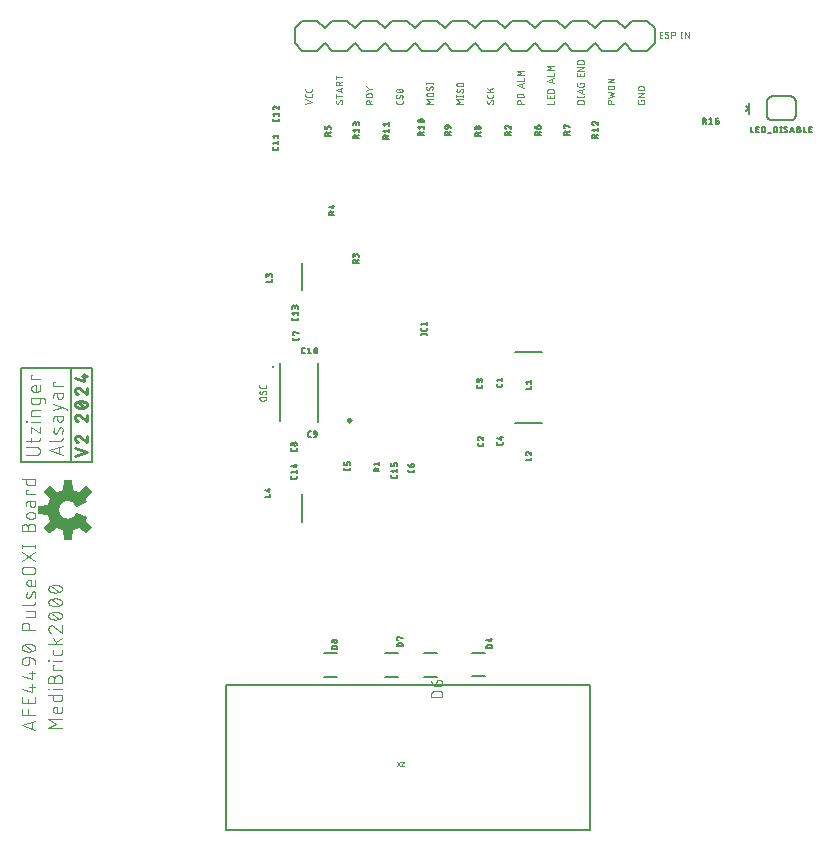
<source format=gbr>
G04 EAGLE Gerber RS-274X export*
G75*
%MOMM*%
%FSLAX34Y34*%
%LPD*%
%INSilkscreen Top*%
%IPPOS*%
%AMOC8*
5,1,8,0,0,1.08239X$1,22.5*%
G01*
%ADD10C,0.101600*%
%ADD11C,0.050800*%
%ADD12C,0.152400*%
%ADD13C,0.254000*%
%ADD14C,0.127000*%
%ADD15C,0.203200*%
%ADD16C,0.076200*%
%ADD17C,0.200000*%
%ADD18C,0.100000*%
%ADD19C,0.100000*%
%ADD20C,0.250000*%

G36*
X65078Y246313D02*
X65078Y246313D01*
X65110Y246311D01*
X65161Y246333D01*
X65216Y246345D01*
X65240Y246366D01*
X65270Y246378D01*
X65306Y246420D01*
X65349Y246455D01*
X65362Y246485D01*
X65383Y246509D01*
X65404Y246578D01*
X65420Y246614D01*
X65420Y246629D01*
X65425Y246648D01*
X66219Y254467D01*
X68693Y255259D01*
X68716Y255272D01*
X68751Y255283D01*
X71061Y256472D01*
X77152Y251505D01*
X77180Y251491D01*
X77204Y251470D01*
X77257Y251454D01*
X77307Y251429D01*
X77339Y251429D01*
X77370Y251420D01*
X77425Y251430D01*
X77481Y251430D01*
X77509Y251445D01*
X77541Y251450D01*
X77600Y251490D01*
X77636Y251508D01*
X77645Y251520D01*
X77661Y251531D01*
X81969Y255839D01*
X81986Y255866D01*
X82010Y255887D01*
X82031Y255939D01*
X82060Y255986D01*
X82063Y256018D01*
X82075Y256048D01*
X82072Y256103D01*
X82077Y256159D01*
X82065Y256189D01*
X82063Y256221D01*
X82029Y256284D01*
X82015Y256321D01*
X82004Y256331D01*
X81995Y256348D01*
X77028Y262439D01*
X78218Y264748D01*
X78234Y264812D01*
X78257Y264875D01*
X78255Y264896D01*
X78260Y264916D01*
X78246Y264981D01*
X78239Y265047D01*
X78228Y265065D01*
X78223Y265085D01*
X78182Y265137D01*
X78146Y265193D01*
X78127Y265206D01*
X78115Y265221D01*
X78081Y265237D01*
X78026Y265273D01*
X69364Y268861D01*
X69331Y268867D01*
X69302Y268881D01*
X69247Y268880D01*
X69193Y268889D01*
X69161Y268880D01*
X69129Y268880D01*
X69080Y268855D01*
X69027Y268839D01*
X69003Y268816D01*
X68974Y268802D01*
X68929Y268747D01*
X68901Y268720D01*
X68895Y268705D01*
X68883Y268689D01*
X68178Y267371D01*
X67254Y266245D01*
X66128Y265321D01*
X64844Y264635D01*
X63450Y264212D01*
X62001Y264069D01*
X60482Y264226D01*
X59029Y264689D01*
X57700Y265440D01*
X56553Y266446D01*
X55636Y267665D01*
X54986Y269046D01*
X54633Y270530D01*
X54590Y272055D01*
X54860Y273557D01*
X55430Y274972D01*
X56278Y276240D01*
X57367Y277309D01*
X58651Y278133D01*
X60077Y278677D01*
X61583Y278919D01*
X63107Y278847D01*
X64585Y278466D01*
X65953Y277792D01*
X67155Y276852D01*
X68139Y275686D01*
X68884Y274309D01*
X68905Y274286D01*
X68918Y274257D01*
X68961Y274221D01*
X68998Y274180D01*
X69028Y274168D01*
X69052Y274148D01*
X69107Y274135D01*
X69159Y274114D01*
X69191Y274117D01*
X69222Y274110D01*
X69293Y274124D01*
X69332Y274127D01*
X69345Y274135D01*
X69364Y274139D01*
X78026Y277727D01*
X78080Y277766D01*
X78137Y277798D01*
X78149Y277815D01*
X78166Y277828D01*
X78198Y277886D01*
X78235Y277941D01*
X78238Y277962D01*
X78248Y277981D01*
X78250Y278047D01*
X78259Y278113D01*
X78252Y278136D01*
X78253Y278154D01*
X78236Y278189D01*
X78218Y278252D01*
X77028Y280561D01*
X81995Y286652D01*
X82009Y286680D01*
X82030Y286704D01*
X82046Y286757D01*
X82071Y286807D01*
X82071Y286839D01*
X82080Y286870D01*
X82070Y286925D01*
X82070Y286981D01*
X82055Y287009D01*
X82050Y287041D01*
X82010Y287100D01*
X81992Y287136D01*
X81980Y287145D01*
X81969Y287161D01*
X77661Y291469D01*
X77634Y291486D01*
X77613Y291510D01*
X77561Y291531D01*
X77514Y291560D01*
X77482Y291563D01*
X77452Y291575D01*
X77397Y291572D01*
X77341Y291577D01*
X77311Y291565D01*
X77279Y291563D01*
X77216Y291529D01*
X77179Y291515D01*
X77169Y291504D01*
X77152Y291495D01*
X71061Y286528D01*
X68751Y287717D01*
X68739Y287720D01*
X68732Y287725D01*
X68717Y287728D01*
X68693Y287741D01*
X66219Y288533D01*
X65425Y296352D01*
X65415Y296383D01*
X65414Y296415D01*
X65387Y296464D01*
X65369Y296516D01*
X65346Y296539D01*
X65331Y296567D01*
X65285Y296599D01*
X65246Y296638D01*
X65215Y296648D01*
X65189Y296667D01*
X65119Y296680D01*
X65081Y296693D01*
X65066Y296691D01*
X65047Y296694D01*
X58953Y296694D01*
X58922Y296687D01*
X58890Y296689D01*
X58839Y296667D01*
X58784Y296655D01*
X58760Y296634D01*
X58730Y296622D01*
X58694Y296580D01*
X58651Y296545D01*
X58638Y296515D01*
X58617Y296491D01*
X58596Y296422D01*
X58580Y296386D01*
X58580Y296371D01*
X58575Y296352D01*
X57781Y288533D01*
X55307Y287741D01*
X55284Y287728D01*
X55249Y287717D01*
X52939Y286528D01*
X46848Y291495D01*
X46820Y291509D01*
X46796Y291530D01*
X46743Y291546D01*
X46693Y291571D01*
X46661Y291571D01*
X46630Y291580D01*
X46575Y291570D01*
X46519Y291570D01*
X46491Y291555D01*
X46459Y291550D01*
X46400Y291510D01*
X46365Y291492D01*
X46355Y291480D01*
X46339Y291469D01*
X42031Y287161D01*
X42014Y287134D01*
X41990Y287113D01*
X41969Y287061D01*
X41940Y287014D01*
X41937Y286982D01*
X41925Y286952D01*
X41929Y286897D01*
X41923Y286841D01*
X41935Y286811D01*
X41937Y286779D01*
X41971Y286716D01*
X41985Y286679D01*
X41996Y286669D01*
X42005Y286652D01*
X46972Y280561D01*
X45783Y278251D01*
X45776Y278225D01*
X45759Y278193D01*
X44967Y275719D01*
X37148Y274925D01*
X37117Y274915D01*
X37085Y274914D01*
X37036Y274887D01*
X36984Y274869D01*
X36961Y274846D01*
X36933Y274831D01*
X36901Y274785D01*
X36862Y274746D01*
X36852Y274715D01*
X36833Y274689D01*
X36820Y274619D01*
X36807Y274581D01*
X36809Y274566D01*
X36806Y274547D01*
X36806Y268453D01*
X36813Y268422D01*
X36811Y268390D01*
X36833Y268339D01*
X36845Y268284D01*
X36866Y268260D01*
X36878Y268230D01*
X36920Y268194D01*
X36955Y268151D01*
X36985Y268138D01*
X37009Y268117D01*
X37078Y268096D01*
X37114Y268080D01*
X37129Y268080D01*
X37148Y268075D01*
X44967Y267281D01*
X45759Y264807D01*
X45772Y264784D01*
X45783Y264749D01*
X46972Y262439D01*
X42005Y256348D01*
X41991Y256320D01*
X41970Y256296D01*
X41954Y256243D01*
X41929Y256193D01*
X41929Y256161D01*
X41920Y256130D01*
X41930Y256075D01*
X41930Y256019D01*
X41945Y255991D01*
X41950Y255959D01*
X41990Y255900D01*
X42008Y255865D01*
X42020Y255855D01*
X42031Y255839D01*
X46339Y251531D01*
X46366Y251514D01*
X46387Y251490D01*
X46439Y251469D01*
X46486Y251440D01*
X46518Y251437D01*
X46548Y251425D01*
X46603Y251429D01*
X46659Y251423D01*
X46689Y251435D01*
X46721Y251437D01*
X46784Y251471D01*
X46821Y251485D01*
X46831Y251496D01*
X46848Y251505D01*
X52939Y256472D01*
X55249Y255283D01*
X55275Y255276D01*
X55307Y255259D01*
X57781Y254467D01*
X58575Y246648D01*
X58585Y246617D01*
X58586Y246585D01*
X58613Y246536D01*
X58631Y246484D01*
X58654Y246461D01*
X58669Y246433D01*
X58715Y246401D01*
X58754Y246362D01*
X58785Y246352D01*
X58811Y246333D01*
X58881Y246320D01*
X58919Y246307D01*
X58934Y246309D01*
X58953Y246306D01*
X65047Y246306D01*
X65078Y246313D01*
G37*
D10*
X56998Y86489D02*
X45314Y86489D01*
X51805Y90383D01*
X45314Y94278D01*
X56998Y94278D01*
X56998Y101545D02*
X56998Y104791D01*
X56998Y101545D02*
X56996Y101458D01*
X56990Y101370D01*
X56980Y101284D01*
X56967Y101197D01*
X56949Y101112D01*
X56928Y101027D01*
X56903Y100943D01*
X56874Y100861D01*
X56841Y100780D01*
X56805Y100700D01*
X56766Y100622D01*
X56722Y100546D01*
X56676Y100472D01*
X56626Y100401D01*
X56573Y100331D01*
X56517Y100264D01*
X56458Y100200D01*
X56396Y100138D01*
X56332Y100079D01*
X56265Y100023D01*
X56195Y99970D01*
X56124Y99920D01*
X56050Y99874D01*
X55974Y99830D01*
X55896Y99791D01*
X55816Y99755D01*
X55735Y99722D01*
X55653Y99693D01*
X55569Y99668D01*
X55484Y99647D01*
X55399Y99629D01*
X55312Y99616D01*
X55226Y99606D01*
X55138Y99600D01*
X55051Y99598D01*
X51805Y99598D01*
X51704Y99600D01*
X51604Y99606D01*
X51504Y99616D01*
X51404Y99629D01*
X51305Y99647D01*
X51206Y99668D01*
X51109Y99693D01*
X51012Y99722D01*
X50917Y99755D01*
X50823Y99791D01*
X50731Y99831D01*
X50640Y99874D01*
X50551Y99921D01*
X50464Y99971D01*
X50378Y100025D01*
X50295Y100082D01*
X50215Y100142D01*
X50136Y100205D01*
X50060Y100272D01*
X49987Y100341D01*
X49917Y100413D01*
X49849Y100487D01*
X49784Y100564D01*
X49723Y100644D01*
X49664Y100726D01*
X49609Y100810D01*
X49557Y100896D01*
X49508Y100984D01*
X49463Y101074D01*
X49421Y101166D01*
X49383Y101259D01*
X49349Y101354D01*
X49318Y101449D01*
X49291Y101546D01*
X49268Y101644D01*
X49248Y101743D01*
X49233Y101843D01*
X49221Y101943D01*
X49213Y102043D01*
X49209Y102144D01*
X49209Y102244D01*
X49213Y102345D01*
X49221Y102445D01*
X49233Y102545D01*
X49248Y102645D01*
X49268Y102744D01*
X49291Y102842D01*
X49318Y102939D01*
X49349Y103034D01*
X49383Y103129D01*
X49421Y103222D01*
X49463Y103314D01*
X49508Y103404D01*
X49557Y103492D01*
X49609Y103578D01*
X49664Y103662D01*
X49723Y103744D01*
X49784Y103824D01*
X49849Y103901D01*
X49917Y103975D01*
X49987Y104047D01*
X50060Y104116D01*
X50136Y104183D01*
X50215Y104246D01*
X50295Y104306D01*
X50378Y104363D01*
X50464Y104417D01*
X50551Y104467D01*
X50640Y104514D01*
X50731Y104557D01*
X50823Y104597D01*
X50917Y104633D01*
X51012Y104666D01*
X51109Y104695D01*
X51206Y104720D01*
X51305Y104741D01*
X51404Y104759D01*
X51504Y104772D01*
X51604Y104782D01*
X51704Y104788D01*
X51805Y104790D01*
X51805Y104791D02*
X53103Y104791D01*
X53103Y99598D01*
X56998Y114638D02*
X45314Y114638D01*
X56998Y114638D02*
X56998Y111392D01*
X56996Y111305D01*
X56990Y111217D01*
X56980Y111131D01*
X56967Y111044D01*
X56949Y110959D01*
X56928Y110874D01*
X56903Y110790D01*
X56874Y110708D01*
X56841Y110627D01*
X56805Y110547D01*
X56766Y110469D01*
X56722Y110393D01*
X56676Y110319D01*
X56626Y110248D01*
X56573Y110178D01*
X56517Y110111D01*
X56458Y110047D01*
X56396Y109985D01*
X56332Y109926D01*
X56265Y109870D01*
X56195Y109817D01*
X56124Y109767D01*
X56050Y109721D01*
X55974Y109677D01*
X55896Y109638D01*
X55816Y109602D01*
X55735Y109569D01*
X55653Y109540D01*
X55569Y109515D01*
X55484Y109494D01*
X55399Y109476D01*
X55312Y109463D01*
X55226Y109453D01*
X55138Y109447D01*
X55051Y109445D01*
X51156Y109445D01*
X51069Y109447D01*
X50981Y109453D01*
X50895Y109463D01*
X50808Y109476D01*
X50723Y109494D01*
X50638Y109515D01*
X50554Y109540D01*
X50472Y109569D01*
X50391Y109602D01*
X50311Y109638D01*
X50233Y109677D01*
X50157Y109721D01*
X50083Y109767D01*
X50012Y109817D01*
X49942Y109870D01*
X49875Y109926D01*
X49811Y109985D01*
X49749Y110047D01*
X49690Y110111D01*
X49634Y110178D01*
X49581Y110248D01*
X49531Y110319D01*
X49485Y110393D01*
X49441Y110469D01*
X49402Y110547D01*
X49366Y110627D01*
X49333Y110708D01*
X49304Y110790D01*
X49279Y110874D01*
X49258Y110959D01*
X49240Y111044D01*
X49227Y111131D01*
X49217Y111217D01*
X49211Y111305D01*
X49209Y111392D01*
X49209Y114638D01*
X49209Y119720D02*
X56998Y119720D01*
X45963Y119396D02*
X45314Y119396D01*
X45314Y120045D01*
X45963Y120045D01*
X45963Y119396D01*
X50507Y125026D02*
X50507Y128272D01*
X50506Y128272D02*
X50508Y128385D01*
X50514Y128498D01*
X50524Y128611D01*
X50538Y128724D01*
X50555Y128836D01*
X50577Y128947D01*
X50602Y129057D01*
X50632Y129167D01*
X50665Y129275D01*
X50702Y129382D01*
X50742Y129488D01*
X50787Y129592D01*
X50835Y129695D01*
X50886Y129796D01*
X50941Y129895D01*
X50999Y129992D01*
X51061Y130087D01*
X51126Y130180D01*
X51194Y130270D01*
X51265Y130358D01*
X51340Y130444D01*
X51417Y130527D01*
X51497Y130607D01*
X51580Y130684D01*
X51666Y130759D01*
X51754Y130830D01*
X51844Y130898D01*
X51937Y130963D01*
X52032Y131025D01*
X52129Y131083D01*
X52228Y131138D01*
X52329Y131189D01*
X52432Y131237D01*
X52536Y131282D01*
X52642Y131322D01*
X52749Y131359D01*
X52857Y131392D01*
X52967Y131422D01*
X53077Y131447D01*
X53188Y131469D01*
X53300Y131486D01*
X53413Y131500D01*
X53526Y131510D01*
X53639Y131516D01*
X53752Y131518D01*
X53865Y131516D01*
X53978Y131510D01*
X54091Y131500D01*
X54204Y131486D01*
X54316Y131469D01*
X54427Y131447D01*
X54537Y131422D01*
X54647Y131392D01*
X54755Y131359D01*
X54862Y131322D01*
X54968Y131282D01*
X55072Y131237D01*
X55175Y131189D01*
X55276Y131138D01*
X55375Y131083D01*
X55472Y131025D01*
X55567Y130963D01*
X55660Y130898D01*
X55750Y130830D01*
X55838Y130759D01*
X55924Y130684D01*
X56007Y130607D01*
X56087Y130527D01*
X56164Y130444D01*
X56239Y130358D01*
X56310Y130270D01*
X56378Y130180D01*
X56443Y130087D01*
X56505Y129992D01*
X56563Y129895D01*
X56618Y129796D01*
X56669Y129695D01*
X56717Y129592D01*
X56762Y129488D01*
X56802Y129382D01*
X56839Y129275D01*
X56872Y129167D01*
X56902Y129057D01*
X56927Y128947D01*
X56949Y128836D01*
X56966Y128724D01*
X56980Y128611D01*
X56990Y128498D01*
X56996Y128385D01*
X56998Y128272D01*
X56998Y125026D01*
X45314Y125026D01*
X45314Y128272D01*
X45316Y128373D01*
X45322Y128473D01*
X45332Y128573D01*
X45345Y128673D01*
X45363Y128772D01*
X45384Y128871D01*
X45409Y128968D01*
X45438Y129065D01*
X45471Y129160D01*
X45507Y129254D01*
X45547Y129346D01*
X45590Y129437D01*
X45637Y129526D01*
X45687Y129613D01*
X45741Y129699D01*
X45798Y129782D01*
X45858Y129862D01*
X45921Y129941D01*
X45988Y130017D01*
X46057Y130090D01*
X46129Y130160D01*
X46203Y130228D01*
X46280Y130293D01*
X46360Y130354D01*
X46442Y130413D01*
X46526Y130468D01*
X46612Y130520D01*
X46700Y130569D01*
X46790Y130614D01*
X46882Y130656D01*
X46975Y130694D01*
X47070Y130728D01*
X47165Y130759D01*
X47262Y130786D01*
X47360Y130809D01*
X47459Y130829D01*
X47559Y130844D01*
X47659Y130856D01*
X47759Y130864D01*
X47860Y130868D01*
X47960Y130868D01*
X48061Y130864D01*
X48161Y130856D01*
X48261Y130844D01*
X48361Y130829D01*
X48460Y130809D01*
X48558Y130786D01*
X48655Y130759D01*
X48750Y130728D01*
X48845Y130694D01*
X48938Y130656D01*
X49030Y130614D01*
X49120Y130569D01*
X49208Y130520D01*
X49294Y130468D01*
X49378Y130413D01*
X49460Y130354D01*
X49540Y130293D01*
X49617Y130228D01*
X49691Y130160D01*
X49763Y130090D01*
X49832Y130017D01*
X49899Y129941D01*
X49962Y129862D01*
X50022Y129782D01*
X50079Y129699D01*
X50133Y129613D01*
X50183Y129526D01*
X50230Y129437D01*
X50273Y129346D01*
X50313Y129254D01*
X50349Y129160D01*
X50382Y129065D01*
X50411Y128968D01*
X50436Y128871D01*
X50457Y128772D01*
X50475Y128673D01*
X50488Y128573D01*
X50498Y128473D01*
X50504Y128373D01*
X50506Y128272D01*
X49209Y136240D02*
X56998Y136240D01*
X49209Y136240D02*
X49209Y140135D01*
X50507Y140135D01*
X49209Y143723D02*
X56998Y143723D01*
X45963Y143399D02*
X45314Y143399D01*
X45314Y144048D01*
X45963Y144048D01*
X45963Y143399D01*
X56998Y150326D02*
X56998Y152923D01*
X56998Y150326D02*
X56996Y150239D01*
X56990Y150151D01*
X56980Y150065D01*
X56967Y149978D01*
X56949Y149893D01*
X56928Y149808D01*
X56903Y149724D01*
X56874Y149642D01*
X56841Y149561D01*
X56805Y149481D01*
X56766Y149403D01*
X56722Y149327D01*
X56676Y149253D01*
X56626Y149182D01*
X56573Y149112D01*
X56517Y149045D01*
X56458Y148981D01*
X56396Y148919D01*
X56332Y148860D01*
X56265Y148804D01*
X56195Y148751D01*
X56124Y148701D01*
X56050Y148655D01*
X55974Y148611D01*
X55896Y148572D01*
X55816Y148536D01*
X55735Y148503D01*
X55653Y148474D01*
X55569Y148449D01*
X55484Y148428D01*
X55399Y148410D01*
X55312Y148397D01*
X55226Y148387D01*
X55138Y148381D01*
X55051Y148379D01*
X51156Y148379D01*
X51069Y148381D01*
X50981Y148387D01*
X50895Y148397D01*
X50808Y148410D01*
X50723Y148428D01*
X50638Y148449D01*
X50554Y148474D01*
X50472Y148503D01*
X50391Y148536D01*
X50311Y148572D01*
X50233Y148611D01*
X50157Y148655D01*
X50083Y148701D01*
X50012Y148751D01*
X49942Y148804D01*
X49875Y148860D01*
X49811Y148919D01*
X49749Y148981D01*
X49690Y149045D01*
X49634Y149112D01*
X49581Y149182D01*
X49531Y149253D01*
X49485Y149327D01*
X49441Y149403D01*
X49402Y149481D01*
X49366Y149561D01*
X49333Y149642D01*
X49304Y149724D01*
X49279Y149808D01*
X49258Y149893D01*
X49240Y149978D01*
X49227Y150065D01*
X49217Y150151D01*
X49211Y150239D01*
X49209Y150326D01*
X49209Y152923D01*
X45314Y157645D02*
X56998Y157645D01*
X53103Y157645D02*
X49209Y162838D01*
X51480Y159917D02*
X56998Y162838D01*
X48235Y173639D02*
X48128Y173637D01*
X48022Y173631D01*
X47916Y173621D01*
X47810Y173608D01*
X47704Y173590D01*
X47600Y173569D01*
X47496Y173544D01*
X47393Y173515D01*
X47292Y173483D01*
X47192Y173446D01*
X47093Y173406D01*
X46995Y173363D01*
X46899Y173316D01*
X46805Y173265D01*
X46713Y173211D01*
X46623Y173154D01*
X46535Y173094D01*
X46450Y173030D01*
X46367Y172963D01*
X46286Y172893D01*
X46208Y172821D01*
X46132Y172745D01*
X46060Y172667D01*
X45990Y172586D01*
X45923Y172503D01*
X45859Y172418D01*
X45799Y172330D01*
X45742Y172240D01*
X45688Y172148D01*
X45637Y172054D01*
X45590Y171958D01*
X45547Y171860D01*
X45507Y171761D01*
X45470Y171661D01*
X45438Y171560D01*
X45409Y171457D01*
X45384Y171353D01*
X45363Y171249D01*
X45345Y171143D01*
X45332Y171037D01*
X45322Y170931D01*
X45316Y170825D01*
X45314Y170718D01*
X45316Y170597D01*
X45322Y170476D01*
X45332Y170356D01*
X45345Y170235D01*
X45363Y170116D01*
X45384Y169996D01*
X45409Y169878D01*
X45438Y169761D01*
X45471Y169644D01*
X45507Y169529D01*
X45548Y169415D01*
X45591Y169302D01*
X45639Y169190D01*
X45690Y169081D01*
X45745Y168973D01*
X45803Y168866D01*
X45864Y168762D01*
X45929Y168660D01*
X45997Y168560D01*
X46068Y168462D01*
X46142Y168366D01*
X46219Y168273D01*
X46300Y168183D01*
X46383Y168095D01*
X46469Y168010D01*
X46558Y167927D01*
X46649Y167848D01*
X46743Y167771D01*
X46839Y167698D01*
X46937Y167628D01*
X47038Y167561D01*
X47141Y167497D01*
X47246Y167437D01*
X47353Y167379D01*
X47461Y167326D01*
X47571Y167276D01*
X47683Y167230D01*
X47796Y167187D01*
X47911Y167148D01*
X50507Y172664D02*
X50429Y172743D01*
X50349Y172819D01*
X50266Y172892D01*
X50180Y172962D01*
X50093Y173029D01*
X50002Y173093D01*
X49910Y173153D01*
X49816Y173211D01*
X49719Y173265D01*
X49621Y173315D01*
X49521Y173362D01*
X49420Y173406D01*
X49317Y173446D01*
X49212Y173482D01*
X49107Y173514D01*
X49000Y173543D01*
X48893Y173568D01*
X48784Y173590D01*
X48675Y173607D01*
X48566Y173621D01*
X48456Y173630D01*
X48345Y173636D01*
X48235Y173638D01*
X50507Y172665D02*
X56998Y167148D01*
X56998Y173639D01*
X51156Y178577D02*
X50926Y178580D01*
X50696Y178588D01*
X50467Y178602D01*
X50238Y178621D01*
X50009Y178646D01*
X49781Y178676D01*
X49554Y178711D01*
X49328Y178752D01*
X49103Y178798D01*
X48879Y178850D01*
X48656Y178907D01*
X48435Y178969D01*
X48215Y179037D01*
X47997Y179110D01*
X47781Y179188D01*
X47567Y179271D01*
X47355Y179359D01*
X47144Y179452D01*
X46937Y179551D01*
X46847Y179584D01*
X46758Y179620D01*
X46670Y179660D01*
X46585Y179704D01*
X46501Y179751D01*
X46419Y179801D01*
X46339Y179855D01*
X46262Y179911D01*
X46186Y179971D01*
X46113Y180034D01*
X46043Y180099D01*
X45975Y180168D01*
X45911Y180239D01*
X45849Y180312D01*
X45790Y180388D01*
X45734Y180466D01*
X45681Y180547D01*
X45632Y180629D01*
X45586Y180713D01*
X45543Y180800D01*
X45504Y180887D01*
X45468Y180977D01*
X45436Y181067D01*
X45408Y181159D01*
X45383Y181252D01*
X45362Y181346D01*
X45345Y181440D01*
X45331Y181535D01*
X45322Y181631D01*
X45316Y181727D01*
X45314Y181823D01*
X45316Y181919D01*
X45322Y182015D01*
X45331Y182111D01*
X45345Y182206D01*
X45362Y182300D01*
X45383Y182394D01*
X45408Y182487D01*
X45436Y182579D01*
X45468Y182669D01*
X45504Y182759D01*
X45543Y182847D01*
X45586Y182933D01*
X45632Y183017D01*
X45681Y183099D01*
X45734Y183180D01*
X45790Y183258D01*
X45849Y183334D01*
X45911Y183407D01*
X45975Y183478D01*
X46043Y183547D01*
X46113Y183612D01*
X46186Y183675D01*
X46262Y183735D01*
X46339Y183791D01*
X46419Y183845D01*
X46501Y183895D01*
X46585Y183942D01*
X46670Y183986D01*
X46758Y184026D01*
X46847Y184062D01*
X46937Y184095D01*
X47144Y184194D01*
X47355Y184287D01*
X47567Y184375D01*
X47781Y184458D01*
X47997Y184536D01*
X48215Y184609D01*
X48435Y184677D01*
X48656Y184739D01*
X48879Y184796D01*
X49103Y184848D01*
X49328Y184894D01*
X49554Y184935D01*
X49781Y184970D01*
X50009Y185000D01*
X50238Y185025D01*
X50467Y185044D01*
X50696Y185058D01*
X50926Y185066D01*
X51156Y185069D01*
X51156Y178577D02*
X51386Y178580D01*
X51616Y178588D01*
X51845Y178602D01*
X52074Y178621D01*
X52303Y178646D01*
X52531Y178676D01*
X52758Y178711D01*
X52984Y178752D01*
X53209Y178798D01*
X53433Y178850D01*
X53656Y178907D01*
X53877Y178969D01*
X54097Y179037D01*
X54315Y179110D01*
X54531Y179188D01*
X54745Y179271D01*
X54957Y179359D01*
X55168Y179452D01*
X55375Y179551D01*
X55465Y179584D01*
X55554Y179620D01*
X55642Y179661D01*
X55727Y179704D01*
X55811Y179751D01*
X55893Y179801D01*
X55973Y179855D01*
X56050Y179911D01*
X56126Y179971D01*
X56199Y180034D01*
X56269Y180099D01*
X56337Y180168D01*
X56401Y180239D01*
X56463Y180312D01*
X56522Y180388D01*
X56578Y180466D01*
X56631Y180547D01*
X56680Y180629D01*
X56726Y180713D01*
X56769Y180800D01*
X56808Y180887D01*
X56844Y180977D01*
X56876Y181067D01*
X56904Y181159D01*
X56929Y181252D01*
X56950Y181346D01*
X56967Y181440D01*
X56981Y181535D01*
X56990Y181631D01*
X56996Y181727D01*
X56998Y181823D01*
X55375Y184095D02*
X55168Y184194D01*
X54957Y184287D01*
X54745Y184375D01*
X54531Y184458D01*
X54315Y184536D01*
X54097Y184609D01*
X53877Y184677D01*
X53656Y184739D01*
X53433Y184796D01*
X53209Y184848D01*
X52984Y184894D01*
X52758Y184935D01*
X52531Y184970D01*
X52303Y185000D01*
X52074Y185025D01*
X51845Y185044D01*
X51616Y185058D01*
X51386Y185066D01*
X51156Y185069D01*
X55375Y184095D02*
X55465Y184062D01*
X55554Y184026D01*
X55642Y183986D01*
X55727Y183942D01*
X55811Y183895D01*
X55893Y183845D01*
X55973Y183791D01*
X56050Y183735D01*
X56126Y183675D01*
X56199Y183612D01*
X56269Y183547D01*
X56337Y183478D01*
X56401Y183407D01*
X56463Y183334D01*
X56522Y183258D01*
X56578Y183180D01*
X56631Y183099D01*
X56680Y183017D01*
X56726Y182933D01*
X56769Y182846D01*
X56808Y182759D01*
X56844Y182669D01*
X56876Y182579D01*
X56904Y182487D01*
X56929Y182394D01*
X56950Y182300D01*
X56967Y182206D01*
X56981Y182111D01*
X56990Y182015D01*
X56996Y181919D01*
X56998Y181823D01*
X54401Y179227D02*
X47910Y184420D01*
X51156Y190007D02*
X50926Y190010D01*
X50696Y190018D01*
X50467Y190032D01*
X50238Y190051D01*
X50009Y190076D01*
X49781Y190106D01*
X49554Y190141D01*
X49328Y190182D01*
X49103Y190228D01*
X48879Y190280D01*
X48656Y190337D01*
X48435Y190399D01*
X48215Y190467D01*
X47997Y190540D01*
X47781Y190618D01*
X47567Y190701D01*
X47355Y190789D01*
X47144Y190882D01*
X46937Y190981D01*
X46847Y191014D01*
X46758Y191050D01*
X46670Y191090D01*
X46585Y191134D01*
X46501Y191181D01*
X46419Y191231D01*
X46339Y191285D01*
X46262Y191341D01*
X46186Y191401D01*
X46113Y191464D01*
X46043Y191529D01*
X45975Y191598D01*
X45911Y191669D01*
X45849Y191742D01*
X45790Y191818D01*
X45734Y191896D01*
X45681Y191977D01*
X45632Y192059D01*
X45586Y192143D01*
X45543Y192230D01*
X45504Y192317D01*
X45468Y192407D01*
X45436Y192497D01*
X45408Y192589D01*
X45383Y192682D01*
X45362Y192776D01*
X45345Y192870D01*
X45331Y192965D01*
X45322Y193061D01*
X45316Y193157D01*
X45314Y193253D01*
X45316Y193349D01*
X45322Y193445D01*
X45331Y193541D01*
X45345Y193636D01*
X45362Y193730D01*
X45383Y193824D01*
X45408Y193917D01*
X45436Y194009D01*
X45468Y194099D01*
X45504Y194189D01*
X45543Y194277D01*
X45586Y194363D01*
X45632Y194447D01*
X45681Y194529D01*
X45734Y194610D01*
X45790Y194688D01*
X45849Y194764D01*
X45911Y194837D01*
X45975Y194908D01*
X46043Y194977D01*
X46113Y195042D01*
X46186Y195105D01*
X46262Y195165D01*
X46339Y195221D01*
X46419Y195275D01*
X46501Y195325D01*
X46585Y195372D01*
X46670Y195416D01*
X46758Y195456D01*
X46847Y195492D01*
X46937Y195525D01*
X47144Y195624D01*
X47355Y195717D01*
X47567Y195805D01*
X47781Y195888D01*
X47997Y195966D01*
X48215Y196039D01*
X48435Y196107D01*
X48656Y196169D01*
X48879Y196226D01*
X49103Y196278D01*
X49328Y196324D01*
X49554Y196365D01*
X49781Y196400D01*
X50009Y196430D01*
X50238Y196455D01*
X50467Y196474D01*
X50696Y196488D01*
X50926Y196496D01*
X51156Y196499D01*
X51156Y190007D02*
X51386Y190010D01*
X51616Y190018D01*
X51845Y190032D01*
X52074Y190051D01*
X52303Y190076D01*
X52531Y190106D01*
X52758Y190141D01*
X52984Y190182D01*
X53209Y190228D01*
X53433Y190280D01*
X53656Y190337D01*
X53877Y190399D01*
X54097Y190467D01*
X54315Y190540D01*
X54531Y190618D01*
X54745Y190701D01*
X54957Y190789D01*
X55168Y190882D01*
X55375Y190981D01*
X55465Y191014D01*
X55554Y191050D01*
X55642Y191091D01*
X55727Y191134D01*
X55811Y191181D01*
X55893Y191231D01*
X55973Y191285D01*
X56050Y191341D01*
X56126Y191401D01*
X56199Y191464D01*
X56269Y191529D01*
X56337Y191598D01*
X56401Y191669D01*
X56463Y191742D01*
X56522Y191818D01*
X56578Y191896D01*
X56631Y191977D01*
X56680Y192059D01*
X56726Y192143D01*
X56769Y192230D01*
X56808Y192317D01*
X56844Y192407D01*
X56876Y192497D01*
X56904Y192589D01*
X56929Y192682D01*
X56950Y192776D01*
X56967Y192870D01*
X56981Y192965D01*
X56990Y193061D01*
X56996Y193157D01*
X56998Y193253D01*
X55375Y195525D02*
X55168Y195624D01*
X54957Y195717D01*
X54745Y195805D01*
X54531Y195888D01*
X54315Y195966D01*
X54097Y196039D01*
X53877Y196107D01*
X53656Y196169D01*
X53433Y196226D01*
X53209Y196278D01*
X52984Y196324D01*
X52758Y196365D01*
X52531Y196400D01*
X52303Y196430D01*
X52074Y196455D01*
X51845Y196474D01*
X51616Y196488D01*
X51386Y196496D01*
X51156Y196499D01*
X55375Y195525D02*
X55465Y195492D01*
X55554Y195456D01*
X55642Y195416D01*
X55727Y195372D01*
X55811Y195325D01*
X55893Y195275D01*
X55973Y195221D01*
X56050Y195165D01*
X56126Y195105D01*
X56199Y195042D01*
X56269Y194977D01*
X56337Y194908D01*
X56401Y194837D01*
X56463Y194764D01*
X56522Y194688D01*
X56578Y194610D01*
X56631Y194529D01*
X56680Y194447D01*
X56726Y194363D01*
X56769Y194276D01*
X56808Y194189D01*
X56844Y194099D01*
X56876Y194009D01*
X56904Y193917D01*
X56929Y193824D01*
X56950Y193730D01*
X56967Y193636D01*
X56981Y193541D01*
X56990Y193445D01*
X56996Y193349D01*
X56998Y193253D01*
X54401Y190657D02*
X47910Y195849D01*
X51156Y201437D02*
X50926Y201440D01*
X50696Y201448D01*
X50467Y201462D01*
X50238Y201481D01*
X50009Y201506D01*
X49781Y201536D01*
X49554Y201571D01*
X49328Y201612D01*
X49103Y201658D01*
X48879Y201710D01*
X48656Y201767D01*
X48435Y201829D01*
X48215Y201897D01*
X47997Y201970D01*
X47781Y202048D01*
X47567Y202131D01*
X47355Y202219D01*
X47144Y202312D01*
X46937Y202411D01*
X46847Y202444D01*
X46758Y202480D01*
X46670Y202520D01*
X46585Y202564D01*
X46501Y202611D01*
X46419Y202661D01*
X46339Y202715D01*
X46262Y202771D01*
X46186Y202831D01*
X46113Y202894D01*
X46043Y202959D01*
X45975Y203028D01*
X45911Y203099D01*
X45849Y203172D01*
X45790Y203248D01*
X45734Y203326D01*
X45681Y203407D01*
X45632Y203489D01*
X45586Y203573D01*
X45543Y203660D01*
X45504Y203747D01*
X45468Y203837D01*
X45436Y203927D01*
X45408Y204019D01*
X45383Y204112D01*
X45362Y204206D01*
X45345Y204300D01*
X45331Y204395D01*
X45322Y204491D01*
X45316Y204587D01*
X45314Y204683D01*
X45316Y204779D01*
X45322Y204875D01*
X45331Y204971D01*
X45345Y205066D01*
X45362Y205160D01*
X45383Y205254D01*
X45408Y205347D01*
X45436Y205439D01*
X45468Y205529D01*
X45504Y205619D01*
X45543Y205707D01*
X45586Y205793D01*
X45632Y205877D01*
X45681Y205959D01*
X45734Y206040D01*
X45790Y206118D01*
X45849Y206194D01*
X45911Y206267D01*
X45975Y206338D01*
X46043Y206407D01*
X46113Y206472D01*
X46186Y206535D01*
X46262Y206595D01*
X46339Y206651D01*
X46419Y206705D01*
X46501Y206755D01*
X46585Y206802D01*
X46670Y206846D01*
X46758Y206886D01*
X46847Y206922D01*
X46937Y206955D01*
X47144Y207054D01*
X47355Y207147D01*
X47567Y207235D01*
X47781Y207318D01*
X47997Y207396D01*
X48215Y207469D01*
X48435Y207537D01*
X48656Y207599D01*
X48879Y207656D01*
X49103Y207708D01*
X49328Y207754D01*
X49554Y207795D01*
X49781Y207830D01*
X50009Y207860D01*
X50238Y207885D01*
X50467Y207904D01*
X50696Y207918D01*
X50926Y207926D01*
X51156Y207929D01*
X51156Y201437D02*
X51386Y201440D01*
X51616Y201448D01*
X51845Y201462D01*
X52074Y201481D01*
X52303Y201506D01*
X52531Y201536D01*
X52758Y201571D01*
X52984Y201612D01*
X53209Y201658D01*
X53433Y201710D01*
X53656Y201767D01*
X53877Y201829D01*
X54097Y201897D01*
X54315Y201970D01*
X54531Y202048D01*
X54745Y202131D01*
X54957Y202219D01*
X55168Y202312D01*
X55375Y202411D01*
X55465Y202444D01*
X55554Y202480D01*
X55642Y202521D01*
X55727Y202564D01*
X55811Y202611D01*
X55893Y202661D01*
X55973Y202715D01*
X56050Y202771D01*
X56126Y202831D01*
X56199Y202894D01*
X56269Y202959D01*
X56337Y203028D01*
X56401Y203099D01*
X56463Y203172D01*
X56522Y203248D01*
X56578Y203326D01*
X56631Y203407D01*
X56680Y203489D01*
X56726Y203573D01*
X56769Y203660D01*
X56808Y203747D01*
X56844Y203837D01*
X56876Y203927D01*
X56904Y204019D01*
X56929Y204112D01*
X56950Y204206D01*
X56967Y204300D01*
X56981Y204395D01*
X56990Y204491D01*
X56996Y204587D01*
X56998Y204683D01*
X55375Y206955D02*
X55168Y207054D01*
X54957Y207147D01*
X54745Y207235D01*
X54531Y207318D01*
X54315Y207396D01*
X54097Y207469D01*
X53877Y207537D01*
X53656Y207599D01*
X53433Y207656D01*
X53209Y207708D01*
X52984Y207754D01*
X52758Y207795D01*
X52531Y207830D01*
X52303Y207860D01*
X52074Y207885D01*
X51845Y207904D01*
X51616Y207918D01*
X51386Y207926D01*
X51156Y207929D01*
X55375Y206955D02*
X55465Y206922D01*
X55554Y206886D01*
X55642Y206846D01*
X55727Y206802D01*
X55811Y206755D01*
X55893Y206705D01*
X55973Y206651D01*
X56050Y206595D01*
X56126Y206535D01*
X56199Y206472D01*
X56269Y206407D01*
X56337Y206338D01*
X56401Y206267D01*
X56463Y206194D01*
X56522Y206118D01*
X56578Y206040D01*
X56631Y205959D01*
X56680Y205877D01*
X56726Y205793D01*
X56769Y205706D01*
X56808Y205619D01*
X56844Y205529D01*
X56876Y205439D01*
X56904Y205347D01*
X56929Y205254D01*
X56950Y205160D01*
X56967Y205066D01*
X56981Y204971D01*
X56990Y204875D01*
X56996Y204779D01*
X56998Y204683D01*
X54401Y202087D02*
X47910Y207279D01*
X22807Y89193D02*
X34491Y85299D01*
X34491Y93088D02*
X22807Y89193D01*
X31570Y92114D02*
X31570Y86272D01*
X34491Y97781D02*
X22807Y97781D01*
X22807Y102974D01*
X28000Y102974D02*
X28000Y97781D01*
X34491Y107687D02*
X34491Y112880D01*
X34491Y107687D02*
X22807Y107687D01*
X22807Y112880D01*
X28000Y111582D02*
X28000Y107687D01*
X31895Y117190D02*
X22807Y119786D01*
X31895Y117190D02*
X31895Y123681D01*
X29299Y121733D02*
X34491Y121733D01*
X31895Y128620D02*
X22807Y131216D01*
X31895Y128620D02*
X31895Y135111D01*
X29299Y133163D02*
X34491Y133163D01*
X29299Y142646D02*
X29299Y146541D01*
X29298Y142646D02*
X29296Y142547D01*
X29290Y142447D01*
X29281Y142348D01*
X29268Y142250D01*
X29251Y142152D01*
X29230Y142054D01*
X29205Y141958D01*
X29177Y141863D01*
X29145Y141769D01*
X29110Y141676D01*
X29071Y141584D01*
X29028Y141494D01*
X28983Y141406D01*
X28933Y141319D01*
X28881Y141235D01*
X28825Y141152D01*
X28767Y141072D01*
X28705Y140994D01*
X28640Y140919D01*
X28572Y140846D01*
X28502Y140776D01*
X28429Y140708D01*
X28354Y140643D01*
X28276Y140581D01*
X28196Y140523D01*
X28113Y140467D01*
X28029Y140415D01*
X27942Y140365D01*
X27854Y140320D01*
X27764Y140277D01*
X27672Y140238D01*
X27579Y140203D01*
X27485Y140171D01*
X27390Y140143D01*
X27294Y140118D01*
X27196Y140097D01*
X27098Y140080D01*
X27000Y140067D01*
X26901Y140058D01*
X26801Y140052D01*
X26702Y140050D01*
X26053Y140050D01*
X26053Y140049D02*
X25940Y140051D01*
X25827Y140057D01*
X25714Y140067D01*
X25601Y140081D01*
X25489Y140098D01*
X25378Y140120D01*
X25268Y140145D01*
X25158Y140175D01*
X25050Y140208D01*
X24943Y140245D01*
X24837Y140285D01*
X24733Y140330D01*
X24630Y140378D01*
X24529Y140429D01*
X24430Y140484D01*
X24333Y140542D01*
X24238Y140604D01*
X24145Y140669D01*
X24055Y140737D01*
X23967Y140808D01*
X23881Y140883D01*
X23798Y140960D01*
X23718Y141040D01*
X23641Y141123D01*
X23566Y141209D01*
X23495Y141297D01*
X23427Y141387D01*
X23362Y141480D01*
X23300Y141575D01*
X23242Y141672D01*
X23187Y141771D01*
X23136Y141872D01*
X23088Y141975D01*
X23043Y142079D01*
X23003Y142185D01*
X22966Y142292D01*
X22933Y142400D01*
X22903Y142510D01*
X22878Y142620D01*
X22856Y142731D01*
X22839Y142843D01*
X22825Y142956D01*
X22815Y143069D01*
X22809Y143182D01*
X22807Y143295D01*
X22809Y143408D01*
X22815Y143521D01*
X22825Y143634D01*
X22839Y143747D01*
X22856Y143859D01*
X22878Y143970D01*
X22903Y144080D01*
X22933Y144190D01*
X22966Y144298D01*
X23003Y144405D01*
X23043Y144511D01*
X23088Y144615D01*
X23136Y144718D01*
X23187Y144819D01*
X23242Y144918D01*
X23300Y145015D01*
X23362Y145110D01*
X23427Y145203D01*
X23495Y145293D01*
X23566Y145381D01*
X23641Y145467D01*
X23718Y145550D01*
X23798Y145630D01*
X23881Y145707D01*
X23967Y145782D01*
X24055Y145853D01*
X24145Y145921D01*
X24238Y145986D01*
X24333Y146048D01*
X24430Y146106D01*
X24529Y146161D01*
X24630Y146212D01*
X24733Y146260D01*
X24837Y146305D01*
X24943Y146345D01*
X25050Y146382D01*
X25158Y146415D01*
X25268Y146445D01*
X25378Y146470D01*
X25489Y146492D01*
X25601Y146509D01*
X25714Y146523D01*
X25827Y146533D01*
X25940Y146539D01*
X26053Y146541D01*
X29299Y146541D01*
X29442Y146539D01*
X29585Y146533D01*
X29728Y146523D01*
X29870Y146509D01*
X30012Y146492D01*
X30154Y146470D01*
X30295Y146445D01*
X30435Y146415D01*
X30574Y146382D01*
X30712Y146345D01*
X30849Y146304D01*
X30985Y146260D01*
X31120Y146211D01*
X31253Y146159D01*
X31385Y146104D01*
X31515Y146044D01*
X31644Y145981D01*
X31771Y145915D01*
X31896Y145845D01*
X32018Y145772D01*
X32139Y145695D01*
X32258Y145615D01*
X32374Y145532D01*
X32489Y145446D01*
X32600Y145357D01*
X32710Y145264D01*
X32816Y145169D01*
X32920Y145070D01*
X33021Y144969D01*
X33120Y144865D01*
X33215Y144759D01*
X33308Y144649D01*
X33397Y144538D01*
X33483Y144423D01*
X33566Y144307D01*
X33646Y144188D01*
X33723Y144067D01*
X33796Y143945D01*
X33866Y143820D01*
X33932Y143693D01*
X33995Y143564D01*
X34055Y143434D01*
X34110Y143302D01*
X34162Y143169D01*
X34211Y143034D01*
X34255Y142898D01*
X34296Y142761D01*
X34333Y142623D01*
X34366Y142484D01*
X34396Y142344D01*
X34421Y142203D01*
X34443Y142061D01*
X34460Y141919D01*
X34474Y141777D01*
X34484Y141634D01*
X34490Y141491D01*
X34492Y141348D01*
X28649Y151479D02*
X28419Y151482D01*
X28189Y151490D01*
X27960Y151504D01*
X27731Y151523D01*
X27502Y151548D01*
X27274Y151578D01*
X27047Y151613D01*
X26821Y151654D01*
X26596Y151700D01*
X26372Y151752D01*
X26149Y151809D01*
X25928Y151871D01*
X25708Y151939D01*
X25490Y152012D01*
X25274Y152090D01*
X25060Y152173D01*
X24848Y152261D01*
X24637Y152354D01*
X24430Y152453D01*
X24340Y152486D01*
X24251Y152522D01*
X24163Y152562D01*
X24078Y152606D01*
X23994Y152653D01*
X23912Y152703D01*
X23832Y152757D01*
X23755Y152813D01*
X23679Y152873D01*
X23606Y152936D01*
X23536Y153001D01*
X23468Y153070D01*
X23404Y153141D01*
X23342Y153214D01*
X23283Y153290D01*
X23227Y153368D01*
X23174Y153449D01*
X23125Y153531D01*
X23079Y153615D01*
X23036Y153702D01*
X22997Y153789D01*
X22961Y153879D01*
X22929Y153969D01*
X22901Y154061D01*
X22876Y154154D01*
X22855Y154248D01*
X22838Y154342D01*
X22824Y154437D01*
X22815Y154533D01*
X22809Y154629D01*
X22807Y154725D01*
X22809Y154821D01*
X22815Y154917D01*
X22824Y155013D01*
X22838Y155108D01*
X22855Y155202D01*
X22876Y155296D01*
X22901Y155389D01*
X22929Y155481D01*
X22961Y155571D01*
X22997Y155661D01*
X23036Y155749D01*
X23079Y155835D01*
X23125Y155919D01*
X23174Y156001D01*
X23227Y156082D01*
X23283Y156160D01*
X23342Y156236D01*
X23404Y156309D01*
X23468Y156380D01*
X23536Y156449D01*
X23606Y156514D01*
X23679Y156577D01*
X23755Y156637D01*
X23832Y156693D01*
X23912Y156747D01*
X23994Y156797D01*
X24078Y156844D01*
X24163Y156888D01*
X24251Y156928D01*
X24340Y156964D01*
X24430Y156997D01*
X24637Y157096D01*
X24848Y157189D01*
X25060Y157277D01*
X25274Y157360D01*
X25490Y157438D01*
X25708Y157511D01*
X25928Y157579D01*
X26149Y157641D01*
X26372Y157698D01*
X26596Y157750D01*
X26821Y157796D01*
X27047Y157837D01*
X27274Y157872D01*
X27502Y157902D01*
X27731Y157927D01*
X27960Y157946D01*
X28189Y157960D01*
X28419Y157968D01*
X28649Y157971D01*
X28649Y151479D02*
X28879Y151482D01*
X29109Y151490D01*
X29338Y151504D01*
X29567Y151523D01*
X29796Y151548D01*
X30024Y151578D01*
X30251Y151613D01*
X30477Y151654D01*
X30702Y151700D01*
X30926Y151752D01*
X31149Y151809D01*
X31370Y151871D01*
X31590Y151939D01*
X31808Y152012D01*
X32024Y152090D01*
X32238Y152173D01*
X32450Y152261D01*
X32661Y152354D01*
X32868Y152453D01*
X32869Y152453D02*
X32959Y152486D01*
X33048Y152522D01*
X33136Y152563D01*
X33221Y152606D01*
X33305Y152653D01*
X33387Y152703D01*
X33467Y152757D01*
X33544Y152813D01*
X33620Y152873D01*
X33693Y152936D01*
X33763Y153001D01*
X33831Y153070D01*
X33895Y153141D01*
X33957Y153214D01*
X34016Y153290D01*
X34072Y153368D01*
X34125Y153449D01*
X34174Y153531D01*
X34220Y153615D01*
X34263Y153702D01*
X34302Y153789D01*
X34338Y153879D01*
X34370Y153969D01*
X34398Y154061D01*
X34423Y154154D01*
X34444Y154248D01*
X34461Y154342D01*
X34475Y154437D01*
X34484Y154533D01*
X34490Y154629D01*
X34492Y154725D01*
X32868Y156997D02*
X32661Y157096D01*
X32450Y157189D01*
X32238Y157277D01*
X32024Y157360D01*
X31808Y157438D01*
X31590Y157511D01*
X31370Y157579D01*
X31149Y157641D01*
X30926Y157698D01*
X30702Y157750D01*
X30477Y157796D01*
X30251Y157837D01*
X30024Y157872D01*
X29796Y157902D01*
X29567Y157927D01*
X29338Y157946D01*
X29109Y157960D01*
X28879Y157968D01*
X28649Y157971D01*
X32869Y156997D02*
X32959Y156964D01*
X33048Y156928D01*
X33136Y156888D01*
X33221Y156844D01*
X33305Y156797D01*
X33387Y156747D01*
X33467Y156693D01*
X33544Y156637D01*
X33620Y156577D01*
X33693Y156514D01*
X33763Y156449D01*
X33831Y156380D01*
X33895Y156309D01*
X33957Y156236D01*
X34016Y156160D01*
X34072Y156082D01*
X34125Y156001D01*
X34174Y155919D01*
X34220Y155835D01*
X34263Y155748D01*
X34302Y155661D01*
X34338Y155571D01*
X34370Y155481D01*
X34398Y155389D01*
X34423Y155296D01*
X34444Y155202D01*
X34461Y155108D01*
X34475Y155013D01*
X34484Y154917D01*
X34490Y154821D01*
X34492Y154725D01*
X31895Y152129D02*
X25404Y157322D01*
X22807Y169556D02*
X34491Y169556D01*
X22807Y169556D02*
X22807Y172801D01*
X22809Y172914D01*
X22815Y173027D01*
X22825Y173140D01*
X22839Y173253D01*
X22856Y173365D01*
X22878Y173476D01*
X22903Y173586D01*
X22933Y173696D01*
X22966Y173804D01*
X23003Y173911D01*
X23043Y174017D01*
X23088Y174121D01*
X23136Y174224D01*
X23187Y174325D01*
X23242Y174424D01*
X23300Y174521D01*
X23362Y174616D01*
X23427Y174709D01*
X23495Y174799D01*
X23566Y174887D01*
X23641Y174973D01*
X23718Y175056D01*
X23798Y175136D01*
X23881Y175213D01*
X23967Y175288D01*
X24055Y175359D01*
X24145Y175427D01*
X24238Y175492D01*
X24333Y175554D01*
X24430Y175612D01*
X24529Y175667D01*
X24630Y175718D01*
X24733Y175766D01*
X24837Y175811D01*
X24943Y175851D01*
X25050Y175888D01*
X25158Y175921D01*
X25268Y175951D01*
X25378Y175976D01*
X25489Y175998D01*
X25601Y176015D01*
X25714Y176029D01*
X25827Y176039D01*
X25940Y176045D01*
X26053Y176047D01*
X26166Y176045D01*
X26279Y176039D01*
X26392Y176029D01*
X26505Y176015D01*
X26617Y175998D01*
X26728Y175976D01*
X26838Y175951D01*
X26948Y175921D01*
X27056Y175888D01*
X27163Y175851D01*
X27269Y175811D01*
X27373Y175766D01*
X27476Y175718D01*
X27577Y175667D01*
X27676Y175612D01*
X27773Y175554D01*
X27868Y175492D01*
X27961Y175427D01*
X28051Y175359D01*
X28139Y175288D01*
X28225Y175213D01*
X28308Y175136D01*
X28388Y175056D01*
X28465Y174973D01*
X28540Y174887D01*
X28611Y174799D01*
X28679Y174709D01*
X28744Y174616D01*
X28806Y174521D01*
X28864Y174424D01*
X28919Y174325D01*
X28970Y174224D01*
X29018Y174121D01*
X29063Y174017D01*
X29103Y173911D01*
X29140Y173804D01*
X29173Y173696D01*
X29203Y173586D01*
X29228Y173476D01*
X29250Y173365D01*
X29267Y173253D01*
X29281Y173140D01*
X29291Y173027D01*
X29297Y172914D01*
X29299Y172801D01*
X29299Y169556D01*
X26702Y180704D02*
X32544Y180704D01*
X32631Y180706D01*
X32719Y180712D01*
X32805Y180722D01*
X32892Y180735D01*
X32977Y180753D01*
X33062Y180774D01*
X33146Y180799D01*
X33228Y180828D01*
X33309Y180861D01*
X33389Y180897D01*
X33467Y180936D01*
X33543Y180980D01*
X33617Y181026D01*
X33688Y181076D01*
X33758Y181129D01*
X33825Y181185D01*
X33889Y181244D01*
X33951Y181306D01*
X34010Y181370D01*
X34066Y181437D01*
X34119Y181507D01*
X34169Y181578D01*
X34215Y181652D01*
X34259Y181728D01*
X34298Y181806D01*
X34334Y181886D01*
X34367Y181967D01*
X34396Y182049D01*
X34421Y182133D01*
X34442Y182218D01*
X34460Y182303D01*
X34473Y182390D01*
X34483Y182476D01*
X34489Y182564D01*
X34491Y182651D01*
X34491Y185896D01*
X26702Y185896D01*
X22807Y191140D02*
X32544Y191140D01*
X32631Y191142D01*
X32719Y191148D01*
X32805Y191158D01*
X32892Y191171D01*
X32977Y191189D01*
X33062Y191210D01*
X33146Y191235D01*
X33228Y191264D01*
X33309Y191297D01*
X33389Y191333D01*
X33467Y191372D01*
X33543Y191416D01*
X33617Y191462D01*
X33688Y191512D01*
X33758Y191565D01*
X33825Y191621D01*
X33889Y191680D01*
X33951Y191742D01*
X34010Y191806D01*
X34066Y191873D01*
X34119Y191943D01*
X34169Y192014D01*
X34215Y192088D01*
X34259Y192164D01*
X34298Y192242D01*
X34334Y192322D01*
X34367Y192403D01*
X34396Y192485D01*
X34421Y192569D01*
X34442Y192654D01*
X34460Y192739D01*
X34473Y192826D01*
X34483Y192912D01*
X34489Y193000D01*
X34491Y193087D01*
X29948Y198060D02*
X31246Y201306D01*
X29948Y198060D02*
X29915Y197985D01*
X29879Y197911D01*
X29840Y197839D01*
X29797Y197769D01*
X29751Y197702D01*
X29701Y197636D01*
X29649Y197574D01*
X29593Y197513D01*
X29535Y197456D01*
X29474Y197401D01*
X29410Y197350D01*
X29344Y197302D01*
X29275Y197257D01*
X29205Y197215D01*
X29132Y197177D01*
X29058Y197142D01*
X28982Y197111D01*
X28905Y197084D01*
X28826Y197061D01*
X28747Y197041D01*
X28666Y197026D01*
X28585Y197014D01*
X28503Y197006D01*
X28422Y197002D01*
X28340Y197003D01*
X28258Y197007D01*
X28176Y197015D01*
X28095Y197027D01*
X28015Y197043D01*
X27935Y197063D01*
X27857Y197087D01*
X27780Y197115D01*
X27704Y197146D01*
X27630Y197181D01*
X27558Y197219D01*
X27487Y197261D01*
X27419Y197307D01*
X27353Y197355D01*
X27290Y197407D01*
X27229Y197462D01*
X27171Y197520D01*
X27115Y197580D01*
X27063Y197643D01*
X27014Y197709D01*
X26968Y197777D01*
X26926Y197847D01*
X26886Y197919D01*
X26851Y197993D01*
X26819Y198068D01*
X26791Y198145D01*
X26767Y198223D01*
X26746Y198303D01*
X26729Y198383D01*
X26717Y198464D01*
X26708Y198545D01*
X26703Y198627D01*
X26702Y198709D01*
X26703Y198709D02*
X26707Y198886D01*
X26716Y199063D01*
X26730Y199240D01*
X26747Y199417D01*
X26769Y199592D01*
X26794Y199768D01*
X26825Y199942D01*
X26859Y200116D01*
X26897Y200289D01*
X26940Y200461D01*
X26987Y200632D01*
X27037Y200802D01*
X27092Y200971D01*
X27151Y201138D01*
X27214Y201304D01*
X27281Y201468D01*
X27352Y201630D01*
X31246Y201306D02*
X31279Y201381D01*
X31315Y201455D01*
X31354Y201527D01*
X31397Y201597D01*
X31443Y201664D01*
X31493Y201730D01*
X31545Y201792D01*
X31601Y201853D01*
X31659Y201910D01*
X31720Y201965D01*
X31784Y202016D01*
X31850Y202064D01*
X31919Y202109D01*
X31989Y202151D01*
X32062Y202189D01*
X32136Y202224D01*
X32212Y202255D01*
X32289Y202282D01*
X32368Y202305D01*
X32448Y202325D01*
X32528Y202340D01*
X32609Y202352D01*
X32691Y202360D01*
X32772Y202364D01*
X32854Y202363D01*
X32936Y202359D01*
X33018Y202351D01*
X33099Y202339D01*
X33179Y202323D01*
X33259Y202303D01*
X33337Y202279D01*
X33414Y202251D01*
X33490Y202220D01*
X33564Y202185D01*
X33636Y202147D01*
X33707Y202105D01*
X33775Y202059D01*
X33841Y202011D01*
X33904Y201959D01*
X33965Y201904D01*
X34023Y201846D01*
X34079Y201786D01*
X34131Y201723D01*
X34180Y201657D01*
X34226Y201589D01*
X34268Y201519D01*
X34308Y201447D01*
X34343Y201373D01*
X34375Y201298D01*
X34403Y201221D01*
X34427Y201143D01*
X34448Y201063D01*
X34465Y200983D01*
X34477Y200902D01*
X34486Y200821D01*
X34491Y200739D01*
X34492Y200657D01*
X34491Y200657D02*
X34484Y200397D01*
X34471Y200137D01*
X34452Y199877D01*
X34427Y199618D01*
X34395Y199359D01*
X34358Y199102D01*
X34314Y198845D01*
X34265Y198589D01*
X34209Y198335D01*
X34148Y198082D01*
X34080Y197831D01*
X34006Y197581D01*
X33927Y197333D01*
X33842Y197087D01*
X34491Y208940D02*
X34491Y212185D01*
X34491Y208940D02*
X34489Y208853D01*
X34483Y208765D01*
X34473Y208679D01*
X34460Y208592D01*
X34442Y208507D01*
X34421Y208422D01*
X34396Y208338D01*
X34367Y208256D01*
X34334Y208175D01*
X34298Y208095D01*
X34259Y208017D01*
X34215Y207941D01*
X34169Y207867D01*
X34119Y207796D01*
X34066Y207726D01*
X34010Y207659D01*
X33951Y207595D01*
X33889Y207533D01*
X33825Y207474D01*
X33758Y207418D01*
X33688Y207365D01*
X33617Y207315D01*
X33543Y207269D01*
X33467Y207225D01*
X33389Y207186D01*
X33309Y207150D01*
X33228Y207117D01*
X33146Y207088D01*
X33062Y207063D01*
X32977Y207042D01*
X32892Y207024D01*
X32805Y207011D01*
X32719Y207001D01*
X32631Y206995D01*
X32544Y206993D01*
X29299Y206993D01*
X29198Y206995D01*
X29098Y207001D01*
X28998Y207011D01*
X28898Y207024D01*
X28799Y207042D01*
X28700Y207063D01*
X28603Y207088D01*
X28506Y207117D01*
X28411Y207150D01*
X28317Y207186D01*
X28225Y207226D01*
X28134Y207269D01*
X28045Y207316D01*
X27958Y207366D01*
X27872Y207420D01*
X27789Y207477D01*
X27709Y207537D01*
X27630Y207600D01*
X27554Y207667D01*
X27481Y207736D01*
X27411Y207808D01*
X27343Y207882D01*
X27278Y207959D01*
X27217Y208039D01*
X27158Y208121D01*
X27103Y208205D01*
X27051Y208291D01*
X27002Y208379D01*
X26957Y208469D01*
X26915Y208561D01*
X26877Y208654D01*
X26843Y208749D01*
X26812Y208844D01*
X26785Y208941D01*
X26762Y209039D01*
X26742Y209138D01*
X26727Y209238D01*
X26715Y209338D01*
X26707Y209438D01*
X26703Y209539D01*
X26703Y209639D01*
X26707Y209740D01*
X26715Y209840D01*
X26727Y209940D01*
X26742Y210040D01*
X26762Y210139D01*
X26785Y210237D01*
X26812Y210334D01*
X26843Y210429D01*
X26877Y210524D01*
X26915Y210617D01*
X26957Y210709D01*
X27002Y210799D01*
X27051Y210887D01*
X27103Y210973D01*
X27158Y211057D01*
X27217Y211139D01*
X27278Y211219D01*
X27343Y211296D01*
X27411Y211370D01*
X27481Y211442D01*
X27554Y211511D01*
X27630Y211578D01*
X27709Y211641D01*
X27789Y211701D01*
X27872Y211758D01*
X27958Y211812D01*
X28045Y211862D01*
X28134Y211909D01*
X28225Y211952D01*
X28317Y211992D01*
X28411Y212028D01*
X28506Y212061D01*
X28603Y212090D01*
X28700Y212115D01*
X28799Y212136D01*
X28898Y212154D01*
X28998Y212167D01*
X29098Y212177D01*
X29198Y212183D01*
X29299Y212185D01*
X30597Y212185D01*
X30597Y206993D01*
X31246Y217011D02*
X26053Y217011D01*
X25940Y217013D01*
X25827Y217019D01*
X25714Y217029D01*
X25601Y217043D01*
X25489Y217060D01*
X25378Y217082D01*
X25268Y217107D01*
X25158Y217137D01*
X25050Y217170D01*
X24943Y217207D01*
X24837Y217247D01*
X24733Y217292D01*
X24630Y217340D01*
X24529Y217391D01*
X24430Y217446D01*
X24333Y217504D01*
X24238Y217566D01*
X24145Y217631D01*
X24055Y217699D01*
X23967Y217770D01*
X23881Y217845D01*
X23798Y217922D01*
X23718Y218002D01*
X23641Y218085D01*
X23566Y218171D01*
X23495Y218259D01*
X23427Y218349D01*
X23362Y218442D01*
X23300Y218537D01*
X23242Y218634D01*
X23187Y218733D01*
X23136Y218834D01*
X23088Y218937D01*
X23043Y219041D01*
X23003Y219147D01*
X22966Y219254D01*
X22933Y219362D01*
X22903Y219472D01*
X22878Y219582D01*
X22856Y219693D01*
X22839Y219805D01*
X22825Y219918D01*
X22815Y220031D01*
X22809Y220144D01*
X22807Y220257D01*
X22809Y220370D01*
X22815Y220483D01*
X22825Y220596D01*
X22839Y220709D01*
X22856Y220821D01*
X22878Y220932D01*
X22903Y221042D01*
X22933Y221152D01*
X22966Y221260D01*
X23003Y221367D01*
X23043Y221473D01*
X23088Y221577D01*
X23136Y221680D01*
X23187Y221781D01*
X23242Y221880D01*
X23300Y221977D01*
X23362Y222072D01*
X23427Y222165D01*
X23495Y222255D01*
X23566Y222343D01*
X23641Y222429D01*
X23718Y222512D01*
X23798Y222592D01*
X23881Y222669D01*
X23967Y222744D01*
X24055Y222815D01*
X24145Y222883D01*
X24238Y222948D01*
X24333Y223010D01*
X24430Y223068D01*
X24529Y223123D01*
X24630Y223174D01*
X24733Y223222D01*
X24837Y223267D01*
X24943Y223307D01*
X25050Y223344D01*
X25158Y223377D01*
X25268Y223407D01*
X25378Y223432D01*
X25489Y223454D01*
X25601Y223471D01*
X25714Y223485D01*
X25827Y223495D01*
X25940Y223501D01*
X26053Y223503D01*
X31246Y223503D01*
X31359Y223501D01*
X31472Y223495D01*
X31585Y223485D01*
X31698Y223471D01*
X31810Y223454D01*
X31921Y223432D01*
X32031Y223407D01*
X32141Y223377D01*
X32249Y223344D01*
X32356Y223307D01*
X32462Y223267D01*
X32566Y223222D01*
X32669Y223174D01*
X32770Y223123D01*
X32869Y223068D01*
X32966Y223010D01*
X33061Y222948D01*
X33154Y222883D01*
X33244Y222815D01*
X33332Y222744D01*
X33418Y222669D01*
X33501Y222592D01*
X33581Y222512D01*
X33658Y222429D01*
X33733Y222343D01*
X33804Y222255D01*
X33872Y222165D01*
X33937Y222072D01*
X33999Y221977D01*
X34057Y221880D01*
X34112Y221781D01*
X34163Y221680D01*
X34211Y221577D01*
X34256Y221473D01*
X34296Y221367D01*
X34333Y221260D01*
X34366Y221152D01*
X34396Y221042D01*
X34421Y220932D01*
X34443Y220821D01*
X34460Y220709D01*
X34474Y220596D01*
X34484Y220483D01*
X34490Y220370D01*
X34492Y220257D01*
X34490Y220144D01*
X34484Y220031D01*
X34474Y219918D01*
X34460Y219805D01*
X34443Y219693D01*
X34421Y219582D01*
X34396Y219472D01*
X34366Y219362D01*
X34333Y219254D01*
X34296Y219147D01*
X34256Y219041D01*
X34211Y218937D01*
X34163Y218834D01*
X34112Y218733D01*
X34057Y218634D01*
X33999Y218537D01*
X33937Y218442D01*
X33872Y218349D01*
X33804Y218259D01*
X33733Y218171D01*
X33658Y218085D01*
X33581Y218002D01*
X33501Y217922D01*
X33418Y217845D01*
X33332Y217770D01*
X33244Y217699D01*
X33154Y217631D01*
X33061Y217566D01*
X32966Y217504D01*
X32869Y217446D01*
X32770Y217391D01*
X32669Y217340D01*
X32566Y217292D01*
X32462Y217247D01*
X32356Y217207D01*
X32249Y217170D01*
X32141Y217137D01*
X32031Y217107D01*
X31921Y217082D01*
X31810Y217060D01*
X31698Y217043D01*
X31585Y217029D01*
X31472Y217019D01*
X31359Y217013D01*
X31246Y217011D01*
X34491Y227792D02*
X22807Y235582D01*
X22807Y227792D02*
X34491Y235582D01*
X34491Y240831D02*
X22807Y240831D01*
X34491Y239533D02*
X34491Y242129D01*
X22807Y242129D02*
X22807Y239533D01*
X28000Y253376D02*
X28000Y256621D01*
X28002Y256734D01*
X28008Y256847D01*
X28018Y256960D01*
X28032Y257073D01*
X28049Y257185D01*
X28071Y257296D01*
X28096Y257406D01*
X28126Y257516D01*
X28159Y257624D01*
X28196Y257731D01*
X28236Y257837D01*
X28281Y257941D01*
X28329Y258044D01*
X28380Y258145D01*
X28435Y258244D01*
X28493Y258341D01*
X28555Y258436D01*
X28620Y258529D01*
X28688Y258619D01*
X28759Y258707D01*
X28834Y258793D01*
X28911Y258876D01*
X28991Y258956D01*
X29074Y259033D01*
X29160Y259108D01*
X29248Y259179D01*
X29338Y259247D01*
X29431Y259312D01*
X29526Y259374D01*
X29623Y259432D01*
X29722Y259487D01*
X29823Y259538D01*
X29926Y259586D01*
X30030Y259631D01*
X30136Y259671D01*
X30243Y259708D01*
X30351Y259741D01*
X30461Y259771D01*
X30571Y259796D01*
X30682Y259818D01*
X30794Y259835D01*
X30907Y259849D01*
X31020Y259859D01*
X31133Y259865D01*
X31246Y259867D01*
X31359Y259865D01*
X31472Y259859D01*
X31585Y259849D01*
X31698Y259835D01*
X31810Y259818D01*
X31921Y259796D01*
X32031Y259771D01*
X32141Y259741D01*
X32249Y259708D01*
X32356Y259671D01*
X32462Y259631D01*
X32566Y259586D01*
X32669Y259538D01*
X32770Y259487D01*
X32869Y259432D01*
X32966Y259374D01*
X33061Y259312D01*
X33154Y259247D01*
X33244Y259179D01*
X33332Y259108D01*
X33418Y259033D01*
X33501Y258956D01*
X33581Y258876D01*
X33658Y258793D01*
X33733Y258707D01*
X33804Y258619D01*
X33872Y258529D01*
X33937Y258436D01*
X33999Y258341D01*
X34057Y258244D01*
X34112Y258145D01*
X34163Y258044D01*
X34211Y257941D01*
X34256Y257837D01*
X34296Y257731D01*
X34333Y257624D01*
X34366Y257516D01*
X34396Y257406D01*
X34421Y257296D01*
X34443Y257185D01*
X34460Y257073D01*
X34474Y256960D01*
X34484Y256847D01*
X34490Y256734D01*
X34492Y256621D01*
X34491Y256621D02*
X34491Y253376D01*
X22807Y253376D01*
X22807Y256621D01*
X22808Y256621D02*
X22810Y256722D01*
X22816Y256822D01*
X22826Y256922D01*
X22839Y257022D01*
X22857Y257121D01*
X22878Y257220D01*
X22903Y257317D01*
X22932Y257414D01*
X22965Y257509D01*
X23001Y257603D01*
X23041Y257695D01*
X23084Y257786D01*
X23131Y257875D01*
X23181Y257962D01*
X23235Y258048D01*
X23292Y258131D01*
X23352Y258211D01*
X23415Y258290D01*
X23482Y258366D01*
X23551Y258439D01*
X23623Y258509D01*
X23697Y258577D01*
X23774Y258642D01*
X23854Y258703D01*
X23936Y258762D01*
X24020Y258817D01*
X24106Y258869D01*
X24194Y258918D01*
X24284Y258963D01*
X24376Y259005D01*
X24469Y259043D01*
X24564Y259077D01*
X24659Y259108D01*
X24756Y259135D01*
X24854Y259158D01*
X24953Y259178D01*
X25053Y259193D01*
X25153Y259205D01*
X25253Y259213D01*
X25354Y259217D01*
X25454Y259217D01*
X25555Y259213D01*
X25655Y259205D01*
X25755Y259193D01*
X25855Y259178D01*
X25954Y259158D01*
X26052Y259135D01*
X26149Y259108D01*
X26244Y259077D01*
X26339Y259043D01*
X26432Y259005D01*
X26524Y258963D01*
X26614Y258918D01*
X26702Y258869D01*
X26788Y258817D01*
X26872Y258762D01*
X26954Y258703D01*
X27034Y258642D01*
X27111Y258577D01*
X27185Y258509D01*
X27257Y258439D01*
X27326Y258366D01*
X27393Y258290D01*
X27456Y258211D01*
X27516Y258131D01*
X27573Y258048D01*
X27627Y257962D01*
X27677Y257875D01*
X27724Y257786D01*
X27767Y257695D01*
X27807Y257603D01*
X27843Y257509D01*
X27876Y257414D01*
X27905Y257317D01*
X27930Y257220D01*
X27951Y257121D01*
X27969Y257022D01*
X27982Y256922D01*
X27992Y256822D01*
X27998Y256722D01*
X28000Y256621D01*
X29299Y264143D02*
X31895Y264143D01*
X29299Y264143D02*
X29198Y264145D01*
X29098Y264151D01*
X28998Y264161D01*
X28898Y264174D01*
X28799Y264192D01*
X28700Y264213D01*
X28603Y264238D01*
X28506Y264267D01*
X28411Y264300D01*
X28317Y264336D01*
X28225Y264376D01*
X28134Y264419D01*
X28045Y264466D01*
X27958Y264516D01*
X27872Y264570D01*
X27789Y264627D01*
X27709Y264687D01*
X27630Y264750D01*
X27554Y264817D01*
X27481Y264886D01*
X27411Y264958D01*
X27343Y265032D01*
X27278Y265109D01*
X27217Y265189D01*
X27158Y265271D01*
X27103Y265355D01*
X27051Y265441D01*
X27002Y265529D01*
X26957Y265619D01*
X26915Y265711D01*
X26877Y265804D01*
X26843Y265899D01*
X26812Y265994D01*
X26785Y266091D01*
X26762Y266189D01*
X26742Y266288D01*
X26727Y266388D01*
X26715Y266488D01*
X26707Y266588D01*
X26703Y266689D01*
X26703Y266789D01*
X26707Y266890D01*
X26715Y266990D01*
X26727Y267090D01*
X26742Y267190D01*
X26762Y267289D01*
X26785Y267387D01*
X26812Y267484D01*
X26843Y267579D01*
X26877Y267674D01*
X26915Y267767D01*
X26957Y267859D01*
X27002Y267949D01*
X27051Y268037D01*
X27103Y268123D01*
X27158Y268207D01*
X27217Y268289D01*
X27278Y268369D01*
X27343Y268446D01*
X27411Y268520D01*
X27481Y268592D01*
X27554Y268661D01*
X27630Y268728D01*
X27709Y268791D01*
X27789Y268851D01*
X27872Y268908D01*
X27958Y268962D01*
X28045Y269012D01*
X28134Y269059D01*
X28225Y269102D01*
X28317Y269142D01*
X28411Y269178D01*
X28506Y269211D01*
X28603Y269240D01*
X28700Y269265D01*
X28799Y269286D01*
X28898Y269304D01*
X28998Y269317D01*
X29098Y269327D01*
X29198Y269333D01*
X29299Y269335D01*
X31895Y269335D01*
X31996Y269333D01*
X32096Y269327D01*
X32196Y269317D01*
X32296Y269304D01*
X32395Y269286D01*
X32494Y269265D01*
X32591Y269240D01*
X32688Y269211D01*
X32783Y269178D01*
X32877Y269142D01*
X32969Y269102D01*
X33060Y269059D01*
X33149Y269012D01*
X33236Y268962D01*
X33322Y268908D01*
X33405Y268851D01*
X33485Y268791D01*
X33564Y268728D01*
X33640Y268661D01*
X33713Y268592D01*
X33783Y268520D01*
X33851Y268446D01*
X33916Y268369D01*
X33977Y268289D01*
X34036Y268207D01*
X34091Y268123D01*
X34143Y268037D01*
X34192Y267949D01*
X34237Y267859D01*
X34279Y267767D01*
X34317Y267674D01*
X34351Y267579D01*
X34382Y267484D01*
X34409Y267387D01*
X34432Y267289D01*
X34452Y267190D01*
X34467Y267090D01*
X34479Y266990D01*
X34487Y266890D01*
X34491Y266789D01*
X34491Y266689D01*
X34487Y266588D01*
X34479Y266488D01*
X34467Y266388D01*
X34452Y266288D01*
X34432Y266189D01*
X34409Y266091D01*
X34382Y265994D01*
X34351Y265899D01*
X34317Y265804D01*
X34279Y265711D01*
X34237Y265619D01*
X34192Y265529D01*
X34143Y265441D01*
X34091Y265355D01*
X34036Y265271D01*
X33977Y265189D01*
X33916Y265109D01*
X33851Y265032D01*
X33783Y264958D01*
X33713Y264886D01*
X33640Y264817D01*
X33564Y264750D01*
X33485Y264687D01*
X33405Y264627D01*
X33322Y264570D01*
X33236Y264516D01*
X33149Y264466D01*
X33060Y264419D01*
X32969Y264376D01*
X32877Y264336D01*
X32783Y264300D01*
X32688Y264267D01*
X32591Y264238D01*
X32494Y264213D01*
X32395Y264192D01*
X32296Y264174D01*
X32196Y264161D01*
X32096Y264151D01*
X31996Y264145D01*
X31895Y264143D01*
X29948Y276261D02*
X29948Y279182D01*
X29948Y276261D02*
X29950Y276167D01*
X29956Y276073D01*
X29965Y275980D01*
X29979Y275887D01*
X29996Y275795D01*
X30018Y275703D01*
X30042Y275613D01*
X30071Y275523D01*
X30103Y275435D01*
X30139Y275348D01*
X30179Y275263D01*
X30222Y275180D01*
X30268Y275098D01*
X30318Y275018D01*
X30371Y274941D01*
X30427Y274866D01*
X30486Y274793D01*
X30548Y274722D01*
X30613Y274654D01*
X30681Y274589D01*
X30752Y274527D01*
X30825Y274468D01*
X30900Y274412D01*
X30977Y274359D01*
X31057Y274309D01*
X31139Y274263D01*
X31222Y274220D01*
X31307Y274180D01*
X31394Y274144D01*
X31482Y274112D01*
X31572Y274083D01*
X31662Y274059D01*
X31754Y274037D01*
X31846Y274020D01*
X31939Y274006D01*
X32032Y273997D01*
X32126Y273991D01*
X32220Y273989D01*
X32314Y273991D01*
X32408Y273997D01*
X32501Y274006D01*
X32594Y274020D01*
X32686Y274037D01*
X32778Y274059D01*
X32868Y274083D01*
X32958Y274112D01*
X33046Y274144D01*
X33133Y274180D01*
X33218Y274220D01*
X33301Y274263D01*
X33383Y274309D01*
X33463Y274359D01*
X33540Y274412D01*
X33615Y274468D01*
X33688Y274527D01*
X33759Y274589D01*
X33827Y274654D01*
X33892Y274722D01*
X33954Y274793D01*
X34013Y274866D01*
X34069Y274941D01*
X34122Y275018D01*
X34172Y275098D01*
X34218Y275180D01*
X34261Y275263D01*
X34301Y275348D01*
X34337Y275435D01*
X34369Y275523D01*
X34398Y275613D01*
X34422Y275703D01*
X34444Y275795D01*
X34461Y275887D01*
X34475Y275980D01*
X34484Y276073D01*
X34490Y276167D01*
X34492Y276261D01*
X34491Y276261D02*
X34491Y279182D01*
X28649Y279182D01*
X28562Y279180D01*
X28474Y279174D01*
X28388Y279164D01*
X28301Y279151D01*
X28216Y279133D01*
X28131Y279112D01*
X28047Y279087D01*
X27965Y279058D01*
X27884Y279025D01*
X27804Y278989D01*
X27726Y278950D01*
X27650Y278906D01*
X27576Y278860D01*
X27505Y278810D01*
X27435Y278757D01*
X27368Y278701D01*
X27304Y278642D01*
X27242Y278580D01*
X27183Y278516D01*
X27127Y278449D01*
X27074Y278379D01*
X27024Y278308D01*
X26978Y278234D01*
X26934Y278158D01*
X26895Y278080D01*
X26859Y278000D01*
X26826Y277919D01*
X26797Y277837D01*
X26772Y277753D01*
X26751Y277668D01*
X26733Y277583D01*
X26720Y277496D01*
X26710Y277410D01*
X26704Y277322D01*
X26702Y277235D01*
X26702Y274639D01*
X26702Y284783D02*
X34491Y284783D01*
X26702Y284783D02*
X26702Y288678D01*
X28000Y288678D01*
X22807Y297470D02*
X34491Y297470D01*
X34491Y294225D01*
X34489Y294138D01*
X34483Y294050D01*
X34473Y293964D01*
X34460Y293877D01*
X34442Y293792D01*
X34421Y293707D01*
X34396Y293623D01*
X34367Y293541D01*
X34334Y293460D01*
X34298Y293380D01*
X34259Y293302D01*
X34215Y293226D01*
X34169Y293152D01*
X34119Y293081D01*
X34066Y293011D01*
X34010Y292944D01*
X33951Y292880D01*
X33889Y292818D01*
X33825Y292759D01*
X33758Y292703D01*
X33688Y292650D01*
X33617Y292600D01*
X33543Y292554D01*
X33467Y292510D01*
X33389Y292471D01*
X33309Y292435D01*
X33228Y292402D01*
X33146Y292373D01*
X33062Y292348D01*
X32977Y292327D01*
X32892Y292309D01*
X32805Y292296D01*
X32719Y292286D01*
X32631Y292280D01*
X32544Y292278D01*
X28649Y292278D01*
X28562Y292280D01*
X28474Y292286D01*
X28388Y292296D01*
X28301Y292309D01*
X28216Y292327D01*
X28131Y292348D01*
X28047Y292373D01*
X27965Y292402D01*
X27884Y292435D01*
X27804Y292471D01*
X27726Y292510D01*
X27650Y292554D01*
X27576Y292600D01*
X27505Y292650D01*
X27435Y292703D01*
X27368Y292759D01*
X27304Y292818D01*
X27242Y292880D01*
X27183Y292944D01*
X27127Y293011D01*
X27074Y293081D01*
X27024Y293152D01*
X26978Y293226D01*
X26934Y293302D01*
X26895Y293380D01*
X26859Y293460D01*
X26826Y293541D01*
X26797Y293623D01*
X26772Y293707D01*
X26751Y293792D01*
X26733Y293877D01*
X26720Y293964D01*
X26710Y294050D01*
X26704Y294138D01*
X26702Y294225D01*
X26702Y297470D01*
D11*
X546881Y617427D02*
X546881Y618358D01*
X549985Y618358D01*
X549985Y616496D01*
X549986Y616496D02*
X549984Y616426D01*
X549978Y616357D01*
X549968Y616288D01*
X549955Y616220D01*
X549937Y616152D01*
X549916Y616086D01*
X549891Y616021D01*
X549863Y615957D01*
X549831Y615895D01*
X549796Y615835D01*
X549757Y615777D01*
X549715Y615722D01*
X549670Y615668D01*
X549622Y615618D01*
X549572Y615570D01*
X549518Y615525D01*
X549463Y615483D01*
X549405Y615444D01*
X549345Y615409D01*
X549283Y615377D01*
X549219Y615349D01*
X549154Y615324D01*
X549088Y615303D01*
X549020Y615285D01*
X548952Y615272D01*
X548883Y615262D01*
X548814Y615256D01*
X548744Y615254D01*
X545639Y615254D01*
X545569Y615256D01*
X545500Y615262D01*
X545431Y615272D01*
X545363Y615285D01*
X545295Y615303D01*
X545229Y615324D01*
X545164Y615349D01*
X545100Y615377D01*
X545038Y615409D01*
X544978Y615444D01*
X544920Y615483D01*
X544865Y615525D01*
X544811Y615570D01*
X544761Y615618D01*
X544713Y615668D01*
X544668Y615722D01*
X544626Y615777D01*
X544587Y615835D01*
X544552Y615895D01*
X544520Y615957D01*
X544492Y616021D01*
X544467Y616086D01*
X544446Y616152D01*
X544428Y616220D01*
X544415Y616288D01*
X544405Y616357D01*
X544399Y616426D01*
X544397Y616496D01*
X544397Y618358D01*
X544397Y621106D02*
X549985Y621106D01*
X549985Y624211D02*
X544397Y621106D01*
X544397Y624211D02*
X549985Y624211D01*
X549985Y626958D02*
X544397Y626958D01*
X544397Y628510D01*
X544398Y628510D02*
X544400Y628586D01*
X544405Y628662D01*
X544415Y628738D01*
X544428Y628813D01*
X544445Y628887D01*
X544465Y628961D01*
X544489Y629033D01*
X544516Y629104D01*
X544547Y629174D01*
X544581Y629242D01*
X544619Y629308D01*
X544660Y629372D01*
X544703Y629435D01*
X544750Y629495D01*
X544800Y629552D01*
X544853Y629607D01*
X544908Y629660D01*
X544965Y629710D01*
X545025Y629757D01*
X545088Y629800D01*
X545152Y629841D01*
X545218Y629879D01*
X545286Y629913D01*
X545356Y629944D01*
X545427Y629971D01*
X545500Y629995D01*
X545573Y630015D01*
X545647Y630032D01*
X545722Y630045D01*
X545798Y630055D01*
X545874Y630060D01*
X545950Y630062D01*
X545950Y630063D02*
X548433Y630063D01*
X548433Y630062D02*
X548509Y630060D01*
X548585Y630055D01*
X548661Y630045D01*
X548736Y630032D01*
X548810Y630015D01*
X548884Y629995D01*
X548956Y629971D01*
X549027Y629944D01*
X549097Y629913D01*
X549165Y629879D01*
X549231Y629841D01*
X549295Y629800D01*
X549358Y629757D01*
X549418Y629710D01*
X549475Y629660D01*
X549530Y629607D01*
X549583Y629552D01*
X549633Y629495D01*
X549680Y629435D01*
X549723Y629372D01*
X549764Y629308D01*
X549802Y629242D01*
X549836Y629174D01*
X549867Y629104D01*
X549894Y629033D01*
X549918Y628961D01*
X549938Y628887D01*
X549955Y628813D01*
X549968Y628738D01*
X549978Y628662D01*
X549983Y628586D01*
X549985Y628510D01*
X549985Y626958D01*
X319807Y615254D02*
X314219Y615254D01*
X314219Y616806D01*
X314221Y616883D01*
X314227Y616961D01*
X314236Y617037D01*
X314250Y617114D01*
X314267Y617189D01*
X314288Y617263D01*
X314313Y617337D01*
X314341Y617409D01*
X314373Y617479D01*
X314408Y617548D01*
X314447Y617615D01*
X314489Y617680D01*
X314534Y617743D01*
X314582Y617804D01*
X314633Y617862D01*
X314687Y617917D01*
X314744Y617970D01*
X314803Y618019D01*
X314865Y618066D01*
X314929Y618110D01*
X314995Y618150D01*
X315063Y618187D01*
X315133Y618221D01*
X315204Y618251D01*
X315277Y618277D01*
X315351Y618300D01*
X315426Y618319D01*
X315501Y618334D01*
X315578Y618346D01*
X315655Y618354D01*
X315732Y618358D01*
X315810Y618358D01*
X315887Y618354D01*
X315964Y618346D01*
X316041Y618334D01*
X316116Y618319D01*
X316191Y618300D01*
X316265Y618277D01*
X316338Y618251D01*
X316409Y618221D01*
X316479Y618187D01*
X316547Y618150D01*
X316613Y618110D01*
X316677Y618066D01*
X316739Y618019D01*
X316798Y617970D01*
X316855Y617917D01*
X316909Y617862D01*
X316960Y617804D01*
X317008Y617743D01*
X317053Y617680D01*
X317095Y617615D01*
X317134Y617548D01*
X317169Y617479D01*
X317201Y617409D01*
X317229Y617337D01*
X317254Y617263D01*
X317275Y617189D01*
X317292Y617114D01*
X317306Y617037D01*
X317315Y616961D01*
X317321Y616883D01*
X317323Y616806D01*
X317323Y615254D01*
X317323Y617117D02*
X319807Y618358D01*
X319807Y620887D02*
X314219Y620887D01*
X314219Y622439D01*
X314221Y622515D01*
X314226Y622591D01*
X314236Y622667D01*
X314249Y622742D01*
X314266Y622816D01*
X314286Y622890D01*
X314310Y622962D01*
X314337Y623033D01*
X314368Y623103D01*
X314402Y623171D01*
X314440Y623237D01*
X314481Y623301D01*
X314524Y623364D01*
X314571Y623424D01*
X314621Y623481D01*
X314674Y623536D01*
X314729Y623589D01*
X314786Y623639D01*
X314846Y623686D01*
X314909Y623729D01*
X314973Y623770D01*
X315039Y623808D01*
X315107Y623842D01*
X315177Y623873D01*
X315248Y623900D01*
X315321Y623924D01*
X315394Y623944D01*
X315468Y623961D01*
X315543Y623974D01*
X315619Y623984D01*
X315695Y623989D01*
X315771Y623991D01*
X315771Y623992D02*
X318255Y623992D01*
X318255Y623991D02*
X318331Y623989D01*
X318407Y623984D01*
X318483Y623974D01*
X318558Y623961D01*
X318632Y623944D01*
X318706Y623924D01*
X318778Y623900D01*
X318849Y623873D01*
X318919Y623842D01*
X318987Y623808D01*
X319053Y623770D01*
X319117Y623729D01*
X319180Y623686D01*
X319240Y623639D01*
X319297Y623589D01*
X319352Y623536D01*
X319405Y623481D01*
X319455Y623424D01*
X319502Y623364D01*
X319545Y623301D01*
X319586Y623237D01*
X319624Y623171D01*
X319658Y623103D01*
X319689Y623033D01*
X319716Y622962D01*
X319740Y622890D01*
X319760Y622816D01*
X319777Y622742D01*
X319790Y622667D01*
X319800Y622591D01*
X319805Y622515D01*
X319807Y622439D01*
X319807Y620887D01*
X314219Y626246D02*
X316858Y628109D01*
X314219Y629971D01*
X316858Y628109D02*
X319807Y628109D01*
X390945Y615254D02*
X396533Y615254D01*
X394050Y617117D02*
X390945Y615254D01*
X394050Y617117D02*
X390945Y618979D01*
X396533Y618979D01*
X396533Y622054D02*
X390945Y622054D01*
X396533Y621434D02*
X396533Y622675D01*
X390945Y622675D02*
X390945Y621434D01*
X396533Y626571D02*
X396531Y626641D01*
X396525Y626710D01*
X396515Y626779D01*
X396502Y626847D01*
X396484Y626915D01*
X396463Y626981D01*
X396438Y627046D01*
X396410Y627110D01*
X396378Y627172D01*
X396343Y627232D01*
X396304Y627290D01*
X396262Y627345D01*
X396217Y627399D01*
X396169Y627449D01*
X396119Y627497D01*
X396065Y627542D01*
X396010Y627584D01*
X395952Y627623D01*
X395892Y627658D01*
X395830Y627690D01*
X395766Y627718D01*
X395701Y627743D01*
X395635Y627764D01*
X395567Y627782D01*
X395499Y627795D01*
X395430Y627805D01*
X395361Y627811D01*
X395291Y627813D01*
X396533Y626571D02*
X396531Y626472D01*
X396526Y626374D01*
X396516Y626276D01*
X396503Y626178D01*
X396487Y626081D01*
X396467Y625984D01*
X396443Y625889D01*
X396415Y625794D01*
X396384Y625700D01*
X396350Y625608D01*
X396312Y625517D01*
X396271Y625427D01*
X396226Y625339D01*
X396178Y625253D01*
X396127Y625169D01*
X396073Y625087D01*
X396015Y625006D01*
X395955Y624928D01*
X395892Y624853D01*
X395826Y624779D01*
X395757Y624709D01*
X392187Y624863D02*
X392117Y624865D01*
X392048Y624871D01*
X391979Y624881D01*
X391911Y624894D01*
X391843Y624912D01*
X391777Y624933D01*
X391712Y624958D01*
X391648Y624986D01*
X391586Y625018D01*
X391526Y625053D01*
X391468Y625092D01*
X391413Y625134D01*
X391359Y625179D01*
X391309Y625227D01*
X391261Y625277D01*
X391216Y625331D01*
X391174Y625386D01*
X391135Y625444D01*
X391100Y625504D01*
X391068Y625566D01*
X391040Y625630D01*
X391015Y625695D01*
X390994Y625761D01*
X390976Y625829D01*
X390963Y625897D01*
X390953Y625966D01*
X390947Y626035D01*
X390945Y626105D01*
X390947Y626199D01*
X390953Y626292D01*
X390962Y626385D01*
X390975Y626478D01*
X390992Y626570D01*
X391012Y626661D01*
X391037Y626752D01*
X391064Y626841D01*
X391096Y626929D01*
X391131Y627016D01*
X391169Y627102D01*
X391211Y627185D01*
X391256Y627268D01*
X391304Y627348D01*
X391356Y627426D01*
X391411Y627502D01*
X393273Y625485D02*
X393237Y625426D01*
X393197Y625370D01*
X393154Y625316D01*
X393109Y625264D01*
X393060Y625215D01*
X393009Y625169D01*
X392956Y625126D01*
X392900Y625085D01*
X392842Y625048D01*
X392782Y625013D01*
X392721Y624983D01*
X392658Y624955D01*
X392593Y624931D01*
X392527Y624911D01*
X392460Y624894D01*
X392393Y624881D01*
X392325Y624872D01*
X392256Y624866D01*
X392187Y624864D01*
X394205Y627192D02*
X394241Y627251D01*
X394281Y627307D01*
X394324Y627361D01*
X394369Y627413D01*
X394418Y627462D01*
X394469Y627508D01*
X394522Y627551D01*
X394578Y627592D01*
X394636Y627629D01*
X394696Y627664D01*
X394757Y627694D01*
X394820Y627722D01*
X394885Y627746D01*
X394951Y627766D01*
X395018Y627783D01*
X395085Y627796D01*
X395153Y627805D01*
X395222Y627811D01*
X395291Y627813D01*
X394205Y627192D02*
X393273Y625485D01*
X392497Y630012D02*
X394981Y630012D01*
X392497Y630012D02*
X392420Y630014D01*
X392342Y630020D01*
X392266Y630029D01*
X392189Y630043D01*
X392114Y630060D01*
X392040Y630081D01*
X391966Y630106D01*
X391894Y630134D01*
X391824Y630166D01*
X391755Y630201D01*
X391688Y630240D01*
X391623Y630282D01*
X391560Y630327D01*
X391499Y630375D01*
X391441Y630426D01*
X391386Y630480D01*
X391333Y630537D01*
X391284Y630596D01*
X391237Y630658D01*
X391193Y630722D01*
X391153Y630788D01*
X391116Y630856D01*
X391082Y630926D01*
X391052Y630997D01*
X391026Y631070D01*
X391003Y631144D01*
X390984Y631219D01*
X390969Y631294D01*
X390957Y631371D01*
X390949Y631448D01*
X390945Y631525D01*
X390945Y631603D01*
X390949Y631680D01*
X390957Y631757D01*
X390969Y631834D01*
X390984Y631909D01*
X391003Y631984D01*
X391026Y632058D01*
X391052Y632131D01*
X391082Y632202D01*
X391116Y632272D01*
X391153Y632340D01*
X391193Y632406D01*
X391237Y632470D01*
X391284Y632532D01*
X391333Y632591D01*
X391386Y632648D01*
X391441Y632702D01*
X391499Y632753D01*
X391560Y632801D01*
X391623Y632846D01*
X391688Y632888D01*
X391755Y632927D01*
X391824Y632962D01*
X391894Y632994D01*
X391966Y633022D01*
X392040Y633047D01*
X392114Y633068D01*
X392189Y633085D01*
X392266Y633099D01*
X392342Y633108D01*
X392420Y633114D01*
X392497Y633116D01*
X394981Y633116D01*
X395058Y633114D01*
X395136Y633108D01*
X395212Y633099D01*
X395289Y633085D01*
X395364Y633068D01*
X395438Y633047D01*
X395512Y633022D01*
X395584Y632994D01*
X395654Y632962D01*
X395723Y632927D01*
X395790Y632888D01*
X395855Y632846D01*
X395918Y632801D01*
X395979Y632753D01*
X396037Y632702D01*
X396092Y632648D01*
X396145Y632591D01*
X396194Y632532D01*
X396241Y632470D01*
X396285Y632406D01*
X396325Y632340D01*
X396362Y632272D01*
X396396Y632202D01*
X396426Y632131D01*
X396452Y632058D01*
X396475Y631984D01*
X396494Y631909D01*
X396509Y631834D01*
X396521Y631757D01*
X396529Y631680D01*
X396533Y631603D01*
X396533Y631525D01*
X396529Y631448D01*
X396521Y631371D01*
X396509Y631294D01*
X396494Y631219D01*
X396475Y631144D01*
X396452Y631070D01*
X396426Y630997D01*
X396396Y630926D01*
X396362Y630856D01*
X396325Y630788D01*
X396285Y630722D01*
X396241Y630658D01*
X396194Y630596D01*
X396145Y630537D01*
X396092Y630480D01*
X396037Y630426D01*
X395979Y630375D01*
X395918Y630327D01*
X395855Y630282D01*
X395790Y630240D01*
X395723Y630201D01*
X395654Y630166D01*
X395584Y630134D01*
X395512Y630106D01*
X395438Y630081D01*
X395364Y630060D01*
X395289Y630043D01*
X395212Y630029D01*
X395136Y630020D01*
X395058Y630014D01*
X394981Y630012D01*
X420867Y618359D02*
X420937Y618357D01*
X421006Y618351D01*
X421075Y618341D01*
X421143Y618328D01*
X421211Y618310D01*
X421277Y618289D01*
X421342Y618264D01*
X421406Y618236D01*
X421468Y618204D01*
X421528Y618169D01*
X421586Y618130D01*
X421641Y618088D01*
X421695Y618043D01*
X421745Y617995D01*
X421793Y617945D01*
X421838Y617891D01*
X421880Y617836D01*
X421919Y617778D01*
X421954Y617718D01*
X421986Y617656D01*
X422014Y617592D01*
X422039Y617527D01*
X422060Y617461D01*
X422078Y617393D01*
X422091Y617325D01*
X422101Y617256D01*
X422107Y617187D01*
X422109Y617117D01*
X422108Y617117D02*
X422106Y617018D01*
X422101Y616920D01*
X422091Y616822D01*
X422078Y616724D01*
X422062Y616627D01*
X422042Y616530D01*
X422018Y616435D01*
X421990Y616340D01*
X421959Y616246D01*
X421925Y616154D01*
X421887Y616063D01*
X421846Y615973D01*
X421801Y615885D01*
X421753Y615799D01*
X421702Y615715D01*
X421648Y615633D01*
X421590Y615552D01*
X421530Y615474D01*
X421467Y615399D01*
X421401Y615325D01*
X421332Y615255D01*
X417762Y615409D02*
X417692Y615411D01*
X417623Y615417D01*
X417554Y615427D01*
X417486Y615440D01*
X417418Y615458D01*
X417352Y615479D01*
X417287Y615504D01*
X417223Y615532D01*
X417161Y615564D01*
X417101Y615599D01*
X417043Y615638D01*
X416988Y615680D01*
X416934Y615725D01*
X416884Y615773D01*
X416836Y615823D01*
X416791Y615877D01*
X416749Y615932D01*
X416710Y615990D01*
X416675Y616050D01*
X416643Y616112D01*
X416615Y616176D01*
X416590Y616241D01*
X416569Y616307D01*
X416551Y616375D01*
X416538Y616443D01*
X416528Y616512D01*
X416522Y616581D01*
X416520Y616651D01*
X416521Y616651D02*
X416523Y616745D01*
X416529Y616838D01*
X416538Y616931D01*
X416551Y617024D01*
X416568Y617116D01*
X416588Y617207D01*
X416613Y617298D01*
X416640Y617387D01*
X416672Y617475D01*
X416707Y617562D01*
X416745Y617648D01*
X416787Y617731D01*
X416832Y617814D01*
X416880Y617894D01*
X416932Y617972D01*
X416987Y618048D01*
X418848Y616030D02*
X418812Y615971D01*
X418772Y615915D01*
X418729Y615861D01*
X418684Y615809D01*
X418635Y615760D01*
X418584Y615714D01*
X418531Y615671D01*
X418475Y615630D01*
X418417Y615593D01*
X418357Y615558D01*
X418296Y615528D01*
X418233Y615500D01*
X418168Y615476D01*
X418102Y615456D01*
X418035Y615439D01*
X417968Y615426D01*
X417900Y615417D01*
X417831Y615411D01*
X417762Y615409D01*
X419781Y617737D02*
X419817Y617796D01*
X419857Y617852D01*
X419900Y617906D01*
X419945Y617958D01*
X419994Y618007D01*
X420045Y618053D01*
X420098Y618096D01*
X420154Y618137D01*
X420212Y618174D01*
X420272Y618209D01*
X420333Y618239D01*
X420396Y618267D01*
X420461Y618291D01*
X420527Y618311D01*
X420594Y618328D01*
X420661Y618341D01*
X420729Y618350D01*
X420798Y618356D01*
X420867Y618358D01*
X419780Y617738D02*
X418849Y616030D01*
X422108Y621783D02*
X422108Y623025D01*
X422109Y621783D02*
X422107Y621713D01*
X422101Y621644D01*
X422091Y621575D01*
X422078Y621507D01*
X422060Y621439D01*
X422039Y621373D01*
X422014Y621308D01*
X421986Y621244D01*
X421954Y621182D01*
X421919Y621122D01*
X421880Y621064D01*
X421838Y621009D01*
X421793Y620955D01*
X421745Y620905D01*
X421695Y620857D01*
X421641Y620812D01*
X421586Y620770D01*
X421528Y620731D01*
X421468Y620696D01*
X421406Y620664D01*
X421342Y620636D01*
X421277Y620611D01*
X421211Y620590D01*
X421143Y620572D01*
X421075Y620559D01*
X421006Y620549D01*
X420937Y620543D01*
X420867Y620541D01*
X417762Y620541D01*
X417692Y620543D01*
X417623Y620549D01*
X417554Y620559D01*
X417486Y620572D01*
X417418Y620590D01*
X417352Y620611D01*
X417287Y620636D01*
X417223Y620664D01*
X417161Y620696D01*
X417101Y620731D01*
X417043Y620770D01*
X416988Y620812D01*
X416934Y620857D01*
X416884Y620905D01*
X416836Y620955D01*
X416791Y621009D01*
X416749Y621064D01*
X416710Y621122D01*
X416675Y621182D01*
X416643Y621244D01*
X416615Y621308D01*
X416590Y621373D01*
X416569Y621439D01*
X416551Y621507D01*
X416538Y621575D01*
X416528Y621644D01*
X416522Y621713D01*
X416520Y621783D01*
X416520Y623025D01*
X416520Y625395D02*
X422108Y625395D01*
X419935Y625395D02*
X416520Y628500D01*
X418694Y626637D02*
X422108Y628500D01*
X370958Y615254D02*
X365370Y615254D01*
X368474Y617117D01*
X365370Y618979D01*
X370958Y618979D01*
X369405Y621599D02*
X366922Y621599D01*
X366922Y621600D02*
X366845Y621602D01*
X366767Y621608D01*
X366691Y621617D01*
X366614Y621631D01*
X366539Y621648D01*
X366465Y621669D01*
X366391Y621694D01*
X366319Y621722D01*
X366249Y621754D01*
X366180Y621789D01*
X366113Y621828D01*
X366048Y621870D01*
X365985Y621915D01*
X365924Y621963D01*
X365866Y622014D01*
X365811Y622068D01*
X365758Y622125D01*
X365709Y622184D01*
X365662Y622246D01*
X365618Y622310D01*
X365578Y622376D01*
X365541Y622444D01*
X365507Y622514D01*
X365477Y622585D01*
X365451Y622658D01*
X365428Y622732D01*
X365409Y622807D01*
X365394Y622882D01*
X365382Y622959D01*
X365374Y623036D01*
X365370Y623113D01*
X365370Y623191D01*
X365374Y623268D01*
X365382Y623345D01*
X365394Y623422D01*
X365409Y623497D01*
X365428Y623572D01*
X365451Y623646D01*
X365477Y623719D01*
X365507Y623790D01*
X365541Y623860D01*
X365578Y623928D01*
X365618Y623994D01*
X365662Y624058D01*
X365709Y624120D01*
X365758Y624179D01*
X365811Y624236D01*
X365866Y624290D01*
X365924Y624341D01*
X365985Y624389D01*
X366048Y624434D01*
X366113Y624476D01*
X366180Y624515D01*
X366249Y624550D01*
X366319Y624582D01*
X366391Y624610D01*
X366465Y624635D01*
X366539Y624656D01*
X366614Y624673D01*
X366691Y624687D01*
X366767Y624696D01*
X366845Y624702D01*
X366922Y624704D01*
X369405Y624704D01*
X369482Y624702D01*
X369560Y624696D01*
X369636Y624687D01*
X369713Y624673D01*
X369788Y624656D01*
X369862Y624635D01*
X369936Y624610D01*
X370008Y624582D01*
X370078Y624550D01*
X370147Y624515D01*
X370214Y624476D01*
X370279Y624434D01*
X370342Y624389D01*
X370403Y624341D01*
X370461Y624290D01*
X370516Y624236D01*
X370569Y624179D01*
X370618Y624120D01*
X370665Y624058D01*
X370709Y623994D01*
X370749Y623928D01*
X370786Y623860D01*
X370820Y623790D01*
X370850Y623719D01*
X370876Y623646D01*
X370899Y623572D01*
X370918Y623497D01*
X370933Y623422D01*
X370945Y623345D01*
X370953Y623268D01*
X370957Y623191D01*
X370957Y623113D01*
X370953Y623036D01*
X370945Y622959D01*
X370933Y622882D01*
X370918Y622807D01*
X370899Y622732D01*
X370876Y622658D01*
X370850Y622585D01*
X370820Y622514D01*
X370786Y622444D01*
X370749Y622376D01*
X370709Y622310D01*
X370665Y622246D01*
X370618Y622184D01*
X370569Y622125D01*
X370516Y622068D01*
X370461Y622014D01*
X370403Y621963D01*
X370342Y621915D01*
X370279Y621870D01*
X370214Y621828D01*
X370147Y621789D01*
X370078Y621754D01*
X370008Y621722D01*
X369936Y621694D01*
X369862Y621669D01*
X369788Y621648D01*
X369713Y621631D01*
X369636Y621617D01*
X369560Y621608D01*
X369482Y621602D01*
X369405Y621600D01*
X370958Y628766D02*
X370956Y628836D01*
X370950Y628905D01*
X370940Y628974D01*
X370927Y629042D01*
X370909Y629110D01*
X370888Y629176D01*
X370863Y629241D01*
X370835Y629305D01*
X370803Y629367D01*
X370768Y629427D01*
X370729Y629485D01*
X370687Y629540D01*
X370642Y629594D01*
X370594Y629644D01*
X370544Y629692D01*
X370490Y629737D01*
X370435Y629779D01*
X370377Y629818D01*
X370317Y629853D01*
X370255Y629885D01*
X370191Y629913D01*
X370126Y629938D01*
X370060Y629959D01*
X369992Y629977D01*
X369924Y629990D01*
X369855Y630000D01*
X369786Y630006D01*
X369716Y630008D01*
X370957Y628766D02*
X370955Y628667D01*
X370950Y628569D01*
X370940Y628471D01*
X370927Y628373D01*
X370911Y628276D01*
X370891Y628179D01*
X370867Y628084D01*
X370839Y627989D01*
X370808Y627895D01*
X370774Y627803D01*
X370736Y627712D01*
X370695Y627622D01*
X370650Y627534D01*
X370602Y627448D01*
X370551Y627364D01*
X370497Y627282D01*
X370439Y627201D01*
X370379Y627123D01*
X370316Y627048D01*
X370250Y626974D01*
X370181Y626904D01*
X366611Y627058D02*
X366541Y627060D01*
X366472Y627066D01*
X366403Y627076D01*
X366335Y627089D01*
X366267Y627107D01*
X366201Y627128D01*
X366136Y627153D01*
X366072Y627181D01*
X366010Y627213D01*
X365950Y627248D01*
X365892Y627287D01*
X365837Y627329D01*
X365783Y627374D01*
X365733Y627422D01*
X365685Y627472D01*
X365640Y627526D01*
X365598Y627581D01*
X365559Y627639D01*
X365524Y627699D01*
X365492Y627761D01*
X365464Y627825D01*
X365439Y627890D01*
X365418Y627956D01*
X365400Y628024D01*
X365387Y628092D01*
X365377Y628161D01*
X365371Y628230D01*
X365369Y628300D01*
X365370Y628300D02*
X365372Y628394D01*
X365378Y628487D01*
X365387Y628580D01*
X365400Y628673D01*
X365417Y628765D01*
X365437Y628856D01*
X365462Y628947D01*
X365489Y629036D01*
X365521Y629124D01*
X365556Y629211D01*
X365594Y629297D01*
X365636Y629380D01*
X365681Y629463D01*
X365729Y629543D01*
X365781Y629621D01*
X365836Y629697D01*
X367697Y627679D02*
X367661Y627620D01*
X367621Y627564D01*
X367578Y627510D01*
X367533Y627458D01*
X367484Y627409D01*
X367433Y627363D01*
X367380Y627320D01*
X367324Y627279D01*
X367266Y627242D01*
X367206Y627207D01*
X367145Y627177D01*
X367082Y627149D01*
X367017Y627125D01*
X366951Y627105D01*
X366884Y627088D01*
X366817Y627075D01*
X366749Y627066D01*
X366680Y627060D01*
X366611Y627058D01*
X368630Y629386D02*
X368666Y629445D01*
X368706Y629501D01*
X368749Y629555D01*
X368794Y629607D01*
X368843Y629656D01*
X368894Y629702D01*
X368947Y629745D01*
X369003Y629786D01*
X369061Y629823D01*
X369121Y629858D01*
X369182Y629888D01*
X369245Y629916D01*
X369310Y629940D01*
X369376Y629960D01*
X369443Y629977D01*
X369510Y629990D01*
X369578Y629999D01*
X369647Y630005D01*
X369716Y630007D01*
X368629Y629387D02*
X367698Y627679D01*
X365370Y632661D02*
X370958Y632661D01*
X370958Y632041D02*
X370958Y633282D01*
X365370Y633282D02*
X365370Y632041D01*
X345382Y617738D02*
X345382Y616496D01*
X345380Y616426D01*
X345374Y616357D01*
X345364Y616288D01*
X345351Y616220D01*
X345333Y616152D01*
X345312Y616086D01*
X345287Y616021D01*
X345259Y615957D01*
X345227Y615895D01*
X345192Y615835D01*
X345153Y615777D01*
X345111Y615722D01*
X345066Y615668D01*
X345018Y615618D01*
X344968Y615570D01*
X344914Y615525D01*
X344859Y615483D01*
X344801Y615444D01*
X344741Y615409D01*
X344679Y615377D01*
X344615Y615349D01*
X344550Y615324D01*
X344484Y615303D01*
X344416Y615285D01*
X344348Y615272D01*
X344279Y615262D01*
X344210Y615256D01*
X344140Y615254D01*
X341036Y615254D01*
X340966Y615256D01*
X340897Y615262D01*
X340828Y615272D01*
X340760Y615285D01*
X340692Y615303D01*
X340626Y615324D01*
X340561Y615349D01*
X340497Y615377D01*
X340435Y615409D01*
X340375Y615444D01*
X340317Y615483D01*
X340262Y615525D01*
X340208Y615570D01*
X340158Y615618D01*
X340110Y615668D01*
X340065Y615722D01*
X340023Y615777D01*
X339984Y615835D01*
X339949Y615895D01*
X339917Y615957D01*
X339889Y616021D01*
X339864Y616086D01*
X339843Y616152D01*
X339825Y616220D01*
X339812Y616288D01*
X339802Y616357D01*
X339796Y616426D01*
X339794Y616496D01*
X339794Y617738D01*
X344140Y622764D02*
X344210Y622762D01*
X344279Y622756D01*
X344348Y622746D01*
X344416Y622733D01*
X344484Y622715D01*
X344550Y622694D01*
X344615Y622669D01*
X344679Y622641D01*
X344741Y622609D01*
X344801Y622574D01*
X344859Y622535D01*
X344914Y622493D01*
X344968Y622448D01*
X345018Y622400D01*
X345066Y622350D01*
X345111Y622296D01*
X345153Y622241D01*
X345192Y622183D01*
X345227Y622123D01*
X345259Y622061D01*
X345287Y621997D01*
X345312Y621932D01*
X345333Y621866D01*
X345351Y621798D01*
X345364Y621730D01*
X345374Y621661D01*
X345380Y621592D01*
X345382Y621522D01*
X345380Y621423D01*
X345375Y621325D01*
X345365Y621227D01*
X345352Y621129D01*
X345336Y621032D01*
X345316Y620935D01*
X345292Y620840D01*
X345264Y620745D01*
X345233Y620651D01*
X345199Y620559D01*
X345161Y620468D01*
X345120Y620378D01*
X345075Y620290D01*
X345027Y620204D01*
X344976Y620120D01*
X344922Y620038D01*
X344864Y619957D01*
X344804Y619879D01*
X344741Y619804D01*
X344675Y619730D01*
X344606Y619660D01*
X341036Y619814D02*
X340966Y619816D01*
X340897Y619822D01*
X340828Y619832D01*
X340760Y619845D01*
X340692Y619863D01*
X340626Y619884D01*
X340561Y619909D01*
X340497Y619937D01*
X340435Y619969D01*
X340375Y620004D01*
X340317Y620043D01*
X340262Y620085D01*
X340208Y620130D01*
X340158Y620178D01*
X340110Y620228D01*
X340065Y620282D01*
X340023Y620337D01*
X339984Y620395D01*
X339949Y620455D01*
X339917Y620517D01*
X339889Y620581D01*
X339864Y620646D01*
X339843Y620712D01*
X339825Y620780D01*
X339812Y620848D01*
X339802Y620917D01*
X339796Y620986D01*
X339794Y621056D01*
X339796Y621150D01*
X339802Y621243D01*
X339811Y621336D01*
X339824Y621429D01*
X339841Y621521D01*
X339861Y621612D01*
X339886Y621703D01*
X339913Y621792D01*
X339945Y621880D01*
X339980Y621967D01*
X340018Y622053D01*
X340060Y622136D01*
X340105Y622219D01*
X340153Y622299D01*
X340205Y622377D01*
X340260Y622453D01*
X342122Y620436D02*
X342086Y620377D01*
X342046Y620321D01*
X342003Y620267D01*
X341958Y620215D01*
X341909Y620166D01*
X341858Y620120D01*
X341805Y620077D01*
X341749Y620036D01*
X341691Y619999D01*
X341631Y619964D01*
X341570Y619934D01*
X341507Y619906D01*
X341442Y619882D01*
X341376Y619862D01*
X341309Y619845D01*
X341242Y619832D01*
X341174Y619823D01*
X341105Y619817D01*
X341036Y619815D01*
X343054Y622143D02*
X343090Y622202D01*
X343130Y622258D01*
X343173Y622312D01*
X343218Y622364D01*
X343267Y622413D01*
X343318Y622459D01*
X343371Y622502D01*
X343427Y622543D01*
X343485Y622580D01*
X343545Y622615D01*
X343606Y622645D01*
X343669Y622673D01*
X343734Y622697D01*
X343800Y622717D01*
X343867Y622734D01*
X343934Y622747D01*
X344002Y622756D01*
X344071Y622762D01*
X344140Y622764D01*
X343054Y622143D02*
X342123Y620435D01*
X342588Y624963D02*
X342457Y624965D01*
X342327Y624970D01*
X342197Y624980D01*
X342067Y624993D01*
X341937Y625009D01*
X341808Y625029D01*
X341680Y625053D01*
X341553Y625081D01*
X341426Y625112D01*
X341300Y625147D01*
X341175Y625185D01*
X341051Y625227D01*
X340929Y625272D01*
X340808Y625321D01*
X340688Y625373D01*
X340570Y625429D01*
X340570Y625428D02*
X340510Y625451D01*
X340450Y625477D01*
X340393Y625506D01*
X340337Y625539D01*
X340283Y625575D01*
X340231Y625613D01*
X340181Y625655D01*
X340134Y625699D01*
X340089Y625746D01*
X340047Y625796D01*
X340008Y625847D01*
X339972Y625901D01*
X339939Y625957D01*
X339909Y626014D01*
X339882Y626073D01*
X339859Y626134D01*
X339839Y626195D01*
X339823Y626258D01*
X339810Y626322D01*
X339801Y626386D01*
X339796Y626450D01*
X339794Y626515D01*
X339796Y626580D01*
X339801Y626644D01*
X339810Y626708D01*
X339823Y626772D01*
X339839Y626835D01*
X339859Y626896D01*
X339882Y626957D01*
X339909Y627016D01*
X339939Y627073D01*
X339972Y627129D01*
X340008Y627183D01*
X340047Y627234D01*
X340089Y627284D01*
X340134Y627331D01*
X340181Y627375D01*
X340231Y627417D01*
X340283Y627455D01*
X340337Y627491D01*
X340393Y627524D01*
X340450Y627553D01*
X340510Y627579D01*
X340570Y627602D01*
X340688Y627658D01*
X340808Y627710D01*
X340929Y627759D01*
X341051Y627804D01*
X341175Y627846D01*
X341300Y627884D01*
X341426Y627919D01*
X341552Y627950D01*
X341680Y627978D01*
X341808Y628002D01*
X341937Y628022D01*
X342067Y628038D01*
X342197Y628051D01*
X342327Y628061D01*
X342457Y628066D01*
X342588Y628068D01*
X342588Y624963D02*
X342719Y624965D01*
X342849Y624970D01*
X342979Y624980D01*
X343109Y624993D01*
X343239Y625009D01*
X343368Y625029D01*
X343496Y625053D01*
X343623Y625081D01*
X343750Y625112D01*
X343876Y625147D01*
X344001Y625185D01*
X344125Y625227D01*
X344247Y625272D01*
X344368Y625321D01*
X344488Y625373D01*
X344606Y625429D01*
X344607Y625428D02*
X344667Y625451D01*
X344727Y625477D01*
X344784Y625506D01*
X344840Y625539D01*
X344894Y625575D01*
X344946Y625613D01*
X344996Y625655D01*
X345043Y625699D01*
X345088Y625746D01*
X345130Y625796D01*
X345169Y625847D01*
X345205Y625901D01*
X345238Y625957D01*
X345268Y626014D01*
X345295Y626073D01*
X345318Y626134D01*
X345338Y626195D01*
X345354Y626258D01*
X345367Y626322D01*
X345376Y626386D01*
X345381Y626450D01*
X345383Y626515D01*
X344606Y627602D02*
X344488Y627658D01*
X344368Y627710D01*
X344247Y627759D01*
X344125Y627804D01*
X344001Y627846D01*
X343876Y627884D01*
X343750Y627919D01*
X343624Y627950D01*
X343496Y627978D01*
X343368Y628002D01*
X343239Y628022D01*
X343109Y628038D01*
X342979Y628051D01*
X342849Y628061D01*
X342719Y628066D01*
X342588Y628068D01*
X344607Y627602D02*
X344667Y627579D01*
X344727Y627553D01*
X344784Y627524D01*
X344840Y627491D01*
X344894Y627455D01*
X344946Y627417D01*
X344996Y627375D01*
X345043Y627331D01*
X345088Y627284D01*
X345130Y627234D01*
X345169Y627183D01*
X345205Y627129D01*
X345238Y627073D01*
X345268Y627016D01*
X345295Y626957D01*
X345318Y626896D01*
X345338Y626835D01*
X345354Y626772D01*
X345367Y626708D01*
X345376Y626644D01*
X345381Y626580D01*
X345383Y626515D01*
X344140Y625273D02*
X341036Y627757D01*
X294232Y617117D02*
X294230Y617187D01*
X294224Y617256D01*
X294214Y617325D01*
X294201Y617393D01*
X294183Y617461D01*
X294162Y617527D01*
X294137Y617592D01*
X294109Y617656D01*
X294077Y617718D01*
X294042Y617778D01*
X294003Y617836D01*
X293961Y617891D01*
X293916Y617945D01*
X293868Y617995D01*
X293818Y618043D01*
X293764Y618088D01*
X293709Y618130D01*
X293651Y618169D01*
X293591Y618204D01*
X293529Y618236D01*
X293465Y618264D01*
X293400Y618289D01*
X293334Y618310D01*
X293266Y618328D01*
X293198Y618341D01*
X293129Y618351D01*
X293060Y618357D01*
X292990Y618359D01*
X294231Y617117D02*
X294229Y617018D01*
X294224Y616920D01*
X294214Y616822D01*
X294201Y616724D01*
X294185Y616627D01*
X294165Y616530D01*
X294141Y616435D01*
X294113Y616340D01*
X294082Y616246D01*
X294048Y616154D01*
X294010Y616063D01*
X293969Y615973D01*
X293924Y615885D01*
X293876Y615799D01*
X293825Y615715D01*
X293771Y615633D01*
X293713Y615552D01*
X293653Y615474D01*
X293590Y615399D01*
X293524Y615325D01*
X293455Y615255D01*
X289885Y615409D02*
X289815Y615411D01*
X289746Y615417D01*
X289677Y615427D01*
X289609Y615440D01*
X289541Y615458D01*
X289475Y615479D01*
X289410Y615504D01*
X289346Y615532D01*
X289284Y615564D01*
X289224Y615599D01*
X289166Y615638D01*
X289111Y615680D01*
X289057Y615725D01*
X289007Y615773D01*
X288959Y615823D01*
X288914Y615877D01*
X288872Y615932D01*
X288833Y615990D01*
X288798Y616050D01*
X288766Y616112D01*
X288738Y616176D01*
X288713Y616241D01*
X288692Y616307D01*
X288674Y616375D01*
X288661Y616443D01*
X288651Y616512D01*
X288645Y616581D01*
X288643Y616651D01*
X288644Y616651D02*
X288646Y616745D01*
X288652Y616838D01*
X288661Y616931D01*
X288674Y617024D01*
X288691Y617116D01*
X288711Y617207D01*
X288736Y617298D01*
X288763Y617387D01*
X288795Y617475D01*
X288830Y617562D01*
X288868Y617648D01*
X288910Y617731D01*
X288955Y617814D01*
X289003Y617894D01*
X289055Y617972D01*
X289110Y618048D01*
X290971Y616030D02*
X290935Y615971D01*
X290895Y615915D01*
X290852Y615861D01*
X290807Y615809D01*
X290758Y615760D01*
X290707Y615714D01*
X290654Y615671D01*
X290598Y615630D01*
X290540Y615593D01*
X290480Y615558D01*
X290419Y615528D01*
X290356Y615500D01*
X290291Y615476D01*
X290225Y615456D01*
X290158Y615439D01*
X290091Y615426D01*
X290023Y615417D01*
X289954Y615411D01*
X289885Y615409D01*
X291904Y617737D02*
X291940Y617796D01*
X291980Y617852D01*
X292023Y617906D01*
X292068Y617958D01*
X292117Y618007D01*
X292168Y618053D01*
X292221Y618096D01*
X292277Y618137D01*
X292335Y618174D01*
X292395Y618209D01*
X292456Y618239D01*
X292519Y618267D01*
X292584Y618291D01*
X292650Y618311D01*
X292717Y618328D01*
X292784Y618341D01*
X292852Y618350D01*
X292921Y618356D01*
X292990Y618358D01*
X291903Y617738D02*
X290972Y616030D01*
X288643Y621744D02*
X294231Y621744D01*
X288643Y620192D02*
X288643Y623296D01*
X288643Y626865D02*
X294231Y625002D01*
X294231Y628727D02*
X288643Y626865D01*
X292834Y628262D02*
X292834Y625468D01*
X294231Y631018D02*
X288643Y631018D01*
X288643Y632570D01*
X288644Y632570D02*
X288646Y632647D01*
X288652Y632725D01*
X288661Y632801D01*
X288675Y632878D01*
X288692Y632953D01*
X288713Y633027D01*
X288738Y633101D01*
X288766Y633173D01*
X288798Y633243D01*
X288833Y633312D01*
X288872Y633379D01*
X288914Y633444D01*
X288959Y633507D01*
X289007Y633568D01*
X289058Y633626D01*
X289112Y633681D01*
X289169Y633734D01*
X289228Y633783D01*
X289290Y633830D01*
X289354Y633874D01*
X289420Y633914D01*
X289488Y633951D01*
X289558Y633985D01*
X289629Y634015D01*
X289702Y634041D01*
X289776Y634064D01*
X289851Y634083D01*
X289926Y634098D01*
X290003Y634110D01*
X290080Y634118D01*
X290157Y634122D01*
X290235Y634122D01*
X290312Y634118D01*
X290389Y634110D01*
X290466Y634098D01*
X290541Y634083D01*
X290616Y634064D01*
X290690Y634041D01*
X290763Y634015D01*
X290834Y633985D01*
X290904Y633951D01*
X290972Y633914D01*
X291038Y633874D01*
X291102Y633830D01*
X291164Y633783D01*
X291223Y633734D01*
X291280Y633681D01*
X291334Y633626D01*
X291385Y633568D01*
X291433Y633507D01*
X291478Y633444D01*
X291520Y633379D01*
X291559Y633312D01*
X291594Y633243D01*
X291626Y633173D01*
X291654Y633101D01*
X291679Y633027D01*
X291700Y632953D01*
X291717Y632878D01*
X291731Y632801D01*
X291740Y632725D01*
X291746Y632647D01*
X291748Y632570D01*
X291748Y631018D01*
X291748Y632880D02*
X294231Y634122D01*
X294231Y637654D02*
X288643Y637654D01*
X288643Y636102D02*
X288643Y639207D01*
X518822Y615254D02*
X524410Y615254D01*
X518822Y615254D02*
X518822Y616806D01*
X518824Y616883D01*
X518830Y616961D01*
X518839Y617037D01*
X518853Y617114D01*
X518870Y617189D01*
X518891Y617263D01*
X518916Y617337D01*
X518944Y617409D01*
X518976Y617479D01*
X519011Y617548D01*
X519050Y617615D01*
X519092Y617680D01*
X519137Y617743D01*
X519185Y617804D01*
X519236Y617862D01*
X519290Y617917D01*
X519347Y617970D01*
X519406Y618019D01*
X519468Y618066D01*
X519532Y618110D01*
X519598Y618150D01*
X519666Y618187D01*
X519736Y618221D01*
X519807Y618251D01*
X519880Y618277D01*
X519954Y618300D01*
X520029Y618319D01*
X520104Y618334D01*
X520181Y618346D01*
X520258Y618354D01*
X520335Y618358D01*
X520413Y618358D01*
X520490Y618354D01*
X520567Y618346D01*
X520644Y618334D01*
X520719Y618319D01*
X520794Y618300D01*
X520868Y618277D01*
X520941Y618251D01*
X521012Y618221D01*
X521082Y618187D01*
X521150Y618150D01*
X521216Y618110D01*
X521280Y618066D01*
X521342Y618019D01*
X521401Y617970D01*
X521458Y617917D01*
X521512Y617862D01*
X521563Y617804D01*
X521611Y617743D01*
X521656Y617680D01*
X521698Y617615D01*
X521737Y617548D01*
X521772Y617479D01*
X521804Y617409D01*
X521832Y617337D01*
X521857Y617263D01*
X521878Y617189D01*
X521895Y617114D01*
X521909Y617037D01*
X521918Y616961D01*
X521924Y616883D01*
X521926Y616806D01*
X521927Y616806D02*
X521927Y615254D01*
X518822Y620275D02*
X524410Y621516D01*
X520685Y622758D01*
X524410Y624000D01*
X518822Y625242D01*
X518822Y627607D02*
X524410Y627607D01*
X518822Y627607D02*
X518822Y629159D01*
X518824Y629235D01*
X518829Y629311D01*
X518839Y629387D01*
X518852Y629462D01*
X518869Y629536D01*
X518889Y629610D01*
X518913Y629682D01*
X518940Y629753D01*
X518971Y629823D01*
X519005Y629891D01*
X519043Y629957D01*
X519084Y630021D01*
X519127Y630084D01*
X519174Y630144D01*
X519224Y630201D01*
X519277Y630256D01*
X519332Y630309D01*
X519389Y630359D01*
X519449Y630406D01*
X519512Y630449D01*
X519576Y630490D01*
X519642Y630528D01*
X519710Y630562D01*
X519780Y630593D01*
X519851Y630620D01*
X519924Y630644D01*
X519997Y630664D01*
X520071Y630681D01*
X520146Y630694D01*
X520222Y630704D01*
X520298Y630709D01*
X520374Y630711D01*
X522858Y630711D01*
X522934Y630709D01*
X523010Y630704D01*
X523086Y630694D01*
X523161Y630681D01*
X523235Y630664D01*
X523309Y630644D01*
X523381Y630620D01*
X523452Y630593D01*
X523522Y630562D01*
X523590Y630528D01*
X523656Y630490D01*
X523720Y630449D01*
X523783Y630406D01*
X523843Y630359D01*
X523900Y630309D01*
X523955Y630256D01*
X524008Y630201D01*
X524058Y630144D01*
X524105Y630084D01*
X524148Y630021D01*
X524189Y629957D01*
X524227Y629891D01*
X524261Y629823D01*
X524292Y629753D01*
X524319Y629682D01*
X524343Y629610D01*
X524363Y629536D01*
X524380Y629462D01*
X524393Y629387D01*
X524403Y629311D01*
X524408Y629235D01*
X524410Y629159D01*
X524410Y627607D01*
X524410Y633459D02*
X518822Y633459D01*
X524410Y636563D01*
X518822Y636563D01*
X498835Y615254D02*
X493247Y615254D01*
X493247Y616806D01*
X493249Y616882D01*
X493254Y616958D01*
X493264Y617034D01*
X493277Y617109D01*
X493294Y617183D01*
X493314Y617257D01*
X493338Y617329D01*
X493365Y617400D01*
X493396Y617470D01*
X493430Y617538D01*
X493468Y617604D01*
X493509Y617668D01*
X493552Y617731D01*
X493599Y617791D01*
X493649Y617848D01*
X493702Y617903D01*
X493757Y617956D01*
X493814Y618006D01*
X493874Y618053D01*
X493937Y618096D01*
X494001Y618137D01*
X494067Y618175D01*
X494135Y618209D01*
X494205Y618240D01*
X494276Y618267D01*
X494349Y618291D01*
X494422Y618311D01*
X494496Y618328D01*
X494571Y618341D01*
X494647Y618351D01*
X494723Y618356D01*
X494799Y618358D01*
X497282Y618358D01*
X497358Y618356D01*
X497434Y618351D01*
X497510Y618341D01*
X497585Y618328D01*
X497659Y618311D01*
X497733Y618291D01*
X497805Y618267D01*
X497876Y618240D01*
X497946Y618209D01*
X498014Y618175D01*
X498080Y618137D01*
X498144Y618096D01*
X498207Y618053D01*
X498267Y618006D01*
X498324Y617956D01*
X498379Y617903D01*
X498432Y617848D01*
X498482Y617791D01*
X498529Y617731D01*
X498572Y617668D01*
X498613Y617604D01*
X498651Y617538D01*
X498685Y617470D01*
X498716Y617400D01*
X498743Y617329D01*
X498767Y617257D01*
X498787Y617183D01*
X498804Y617109D01*
X498817Y617034D01*
X498827Y616958D01*
X498832Y616882D01*
X498834Y616806D01*
X498835Y616806D02*
X498835Y615254D01*
X498835Y621378D02*
X493247Y621378D01*
X498835Y620757D02*
X498835Y621999D01*
X493247Y621999D02*
X493247Y620757D01*
X493247Y625767D02*
X498835Y623905D01*
X498835Y627630D02*
X493247Y625767D01*
X497438Y627164D02*
X497438Y624370D01*
X495730Y632057D02*
X495730Y632989D01*
X498835Y632989D01*
X498835Y631126D01*
X498833Y631056D01*
X498827Y630987D01*
X498817Y630918D01*
X498804Y630850D01*
X498786Y630782D01*
X498765Y630716D01*
X498740Y630651D01*
X498712Y630587D01*
X498680Y630525D01*
X498645Y630465D01*
X498606Y630407D01*
X498564Y630352D01*
X498519Y630298D01*
X498471Y630248D01*
X498421Y630200D01*
X498367Y630155D01*
X498312Y630113D01*
X498254Y630074D01*
X498194Y630039D01*
X498132Y630007D01*
X498068Y629979D01*
X498003Y629954D01*
X497937Y629933D01*
X497869Y629915D01*
X497801Y629902D01*
X497732Y629892D01*
X497663Y629886D01*
X497593Y629884D01*
X494488Y629884D01*
X494418Y629886D01*
X494349Y629892D01*
X494280Y629902D01*
X494212Y629915D01*
X494144Y629933D01*
X494078Y629954D01*
X494013Y629979D01*
X493949Y630007D01*
X493887Y630039D01*
X493827Y630074D01*
X493769Y630113D01*
X493714Y630155D01*
X493660Y630200D01*
X493610Y630248D01*
X493562Y630298D01*
X493517Y630352D01*
X493475Y630407D01*
X493436Y630465D01*
X493401Y630525D01*
X493369Y630587D01*
X493341Y630651D01*
X493316Y630716D01*
X493295Y630782D01*
X493277Y630850D01*
X493264Y630918D01*
X493254Y630987D01*
X493248Y631056D01*
X493246Y631126D01*
X493247Y631126D02*
X493247Y632989D01*
X498835Y638674D02*
X498835Y641157D01*
X498835Y638674D02*
X493247Y638674D01*
X493247Y641157D01*
X495730Y640536D02*
X495730Y638674D01*
X493247Y643417D02*
X498835Y643417D01*
X498835Y646522D02*
X493247Y643417D01*
X493247Y646522D02*
X498835Y646522D01*
X498835Y649269D02*
X493247Y649269D01*
X493247Y650822D01*
X493249Y650898D01*
X493254Y650974D01*
X493264Y651050D01*
X493277Y651125D01*
X493294Y651199D01*
X493314Y651273D01*
X493338Y651345D01*
X493365Y651416D01*
X493396Y651486D01*
X493430Y651554D01*
X493468Y651620D01*
X493509Y651684D01*
X493552Y651747D01*
X493599Y651807D01*
X493649Y651864D01*
X493702Y651919D01*
X493757Y651972D01*
X493814Y652022D01*
X493874Y652069D01*
X493937Y652112D01*
X494001Y652153D01*
X494067Y652191D01*
X494135Y652225D01*
X494205Y652256D01*
X494276Y652283D01*
X494349Y652307D01*
X494422Y652327D01*
X494496Y652344D01*
X494571Y652357D01*
X494647Y652367D01*
X494723Y652372D01*
X494799Y652374D01*
X497282Y652374D01*
X497358Y652372D01*
X497434Y652367D01*
X497510Y652357D01*
X497585Y652344D01*
X497659Y652327D01*
X497733Y652307D01*
X497805Y652283D01*
X497876Y652256D01*
X497946Y652225D01*
X498014Y652191D01*
X498080Y652153D01*
X498144Y652112D01*
X498207Y652069D01*
X498267Y652022D01*
X498324Y651972D01*
X498379Y651919D01*
X498432Y651864D01*
X498482Y651807D01*
X498529Y651747D01*
X498572Y651684D01*
X498613Y651620D01*
X498651Y651554D01*
X498685Y651486D01*
X498716Y651416D01*
X498743Y651345D01*
X498767Y651273D01*
X498787Y651199D01*
X498804Y651125D01*
X498817Y651050D01*
X498827Y650974D01*
X498832Y650898D01*
X498834Y650822D01*
X498835Y650822D02*
X498835Y649269D01*
X473259Y615254D02*
X467671Y615254D01*
X473259Y615254D02*
X473259Y617738D01*
X473259Y620009D02*
X473259Y622492D01*
X473259Y620009D02*
X467671Y620009D01*
X467671Y622492D01*
X470155Y621871D02*
X470155Y620009D01*
X467671Y624753D02*
X473259Y624753D01*
X467671Y624753D02*
X467671Y626305D01*
X467673Y626381D01*
X467678Y626457D01*
X467688Y626533D01*
X467701Y626608D01*
X467718Y626682D01*
X467738Y626756D01*
X467762Y626828D01*
X467789Y626899D01*
X467820Y626969D01*
X467854Y627037D01*
X467892Y627103D01*
X467933Y627167D01*
X467976Y627230D01*
X468023Y627290D01*
X468073Y627347D01*
X468126Y627402D01*
X468181Y627455D01*
X468238Y627505D01*
X468298Y627552D01*
X468361Y627595D01*
X468425Y627636D01*
X468491Y627674D01*
X468559Y627708D01*
X468629Y627739D01*
X468700Y627766D01*
X468773Y627790D01*
X468846Y627810D01*
X468920Y627827D01*
X468995Y627840D01*
X469071Y627850D01*
X469147Y627855D01*
X469223Y627857D01*
X469224Y627857D02*
X471707Y627857D01*
X471783Y627855D01*
X471859Y627850D01*
X471935Y627840D01*
X472010Y627827D01*
X472084Y627810D01*
X472158Y627790D01*
X472230Y627766D01*
X472301Y627739D01*
X472371Y627708D01*
X472439Y627674D01*
X472505Y627636D01*
X472569Y627595D01*
X472632Y627552D01*
X472692Y627505D01*
X472749Y627455D01*
X472804Y627402D01*
X472857Y627347D01*
X472907Y627290D01*
X472954Y627230D01*
X472997Y627167D01*
X473038Y627103D01*
X473076Y627037D01*
X473110Y626969D01*
X473141Y626899D01*
X473168Y626828D01*
X473192Y626756D01*
X473212Y626682D01*
X473229Y626608D01*
X473242Y626533D01*
X473252Y626457D01*
X473257Y626381D01*
X473259Y626305D01*
X473259Y624753D01*
X473259Y633037D02*
X467671Y634900D01*
X473259Y636763D01*
X471862Y636297D02*
X471862Y633503D01*
X473259Y639028D02*
X467671Y639028D01*
X473259Y639028D02*
X473259Y641512D01*
X473259Y643827D02*
X467671Y643827D01*
X470776Y645690D01*
X467671Y647553D01*
X473259Y647553D01*
X447684Y615254D02*
X442096Y615254D01*
X442096Y616806D01*
X442098Y616883D01*
X442104Y616961D01*
X442113Y617037D01*
X442127Y617114D01*
X442144Y617189D01*
X442165Y617263D01*
X442190Y617337D01*
X442218Y617409D01*
X442250Y617479D01*
X442285Y617548D01*
X442324Y617615D01*
X442366Y617680D01*
X442411Y617743D01*
X442459Y617804D01*
X442510Y617862D01*
X442564Y617917D01*
X442621Y617970D01*
X442680Y618019D01*
X442742Y618066D01*
X442806Y618110D01*
X442872Y618150D01*
X442940Y618187D01*
X443010Y618221D01*
X443081Y618251D01*
X443154Y618277D01*
X443228Y618300D01*
X443303Y618319D01*
X443378Y618334D01*
X443455Y618346D01*
X443532Y618354D01*
X443609Y618358D01*
X443687Y618358D01*
X443764Y618354D01*
X443841Y618346D01*
X443918Y618334D01*
X443993Y618319D01*
X444068Y618300D01*
X444142Y618277D01*
X444215Y618251D01*
X444286Y618221D01*
X444356Y618187D01*
X444424Y618150D01*
X444490Y618110D01*
X444554Y618066D01*
X444616Y618019D01*
X444675Y617970D01*
X444732Y617917D01*
X444786Y617862D01*
X444837Y617804D01*
X444885Y617743D01*
X444930Y617680D01*
X444972Y617615D01*
X445011Y617548D01*
X445046Y617479D01*
X445078Y617409D01*
X445106Y617337D01*
X445131Y617263D01*
X445152Y617189D01*
X445169Y617114D01*
X445183Y617037D01*
X445192Y616961D01*
X445198Y616883D01*
X445200Y616806D01*
X445200Y615254D01*
X447684Y620657D02*
X442096Y620657D01*
X442096Y622210D01*
X442098Y622286D01*
X442103Y622362D01*
X442113Y622438D01*
X442126Y622513D01*
X442143Y622587D01*
X442163Y622661D01*
X442187Y622733D01*
X442214Y622804D01*
X442245Y622874D01*
X442279Y622942D01*
X442317Y623008D01*
X442358Y623072D01*
X442401Y623135D01*
X442448Y623195D01*
X442498Y623252D01*
X442551Y623307D01*
X442606Y623360D01*
X442663Y623410D01*
X442723Y623457D01*
X442786Y623500D01*
X442850Y623541D01*
X442916Y623579D01*
X442984Y623613D01*
X443054Y623644D01*
X443125Y623671D01*
X443198Y623695D01*
X443271Y623715D01*
X443345Y623732D01*
X443420Y623745D01*
X443496Y623755D01*
X443572Y623760D01*
X443648Y623762D01*
X446132Y623762D01*
X446208Y623760D01*
X446284Y623755D01*
X446360Y623745D01*
X446435Y623732D01*
X446509Y623715D01*
X446583Y623695D01*
X446655Y623671D01*
X446726Y623644D01*
X446796Y623613D01*
X446864Y623579D01*
X446930Y623541D01*
X446994Y623500D01*
X447057Y623457D01*
X447117Y623410D01*
X447174Y623360D01*
X447229Y623307D01*
X447282Y623252D01*
X447332Y623195D01*
X447379Y623135D01*
X447422Y623072D01*
X447463Y623008D01*
X447501Y622942D01*
X447535Y622874D01*
X447566Y622804D01*
X447593Y622733D01*
X447617Y622661D01*
X447637Y622587D01*
X447654Y622513D01*
X447667Y622438D01*
X447677Y622362D01*
X447682Y622286D01*
X447684Y622210D01*
X447684Y620657D01*
X447684Y628942D02*
X442096Y630805D01*
X447684Y632668D01*
X446287Y632202D02*
X446287Y629408D01*
X447684Y634933D02*
X442096Y634933D01*
X447684Y634933D02*
X447684Y637417D01*
X447684Y639732D02*
X442096Y639732D01*
X445200Y641595D01*
X442096Y643457D01*
X447684Y643457D01*
X268656Y617117D02*
X263068Y615254D01*
X263068Y618979D02*
X268656Y617117D01*
X268656Y622276D02*
X268656Y623518D01*
X268656Y622276D02*
X268654Y622206D01*
X268648Y622137D01*
X268638Y622068D01*
X268625Y622000D01*
X268607Y621932D01*
X268586Y621866D01*
X268561Y621801D01*
X268533Y621737D01*
X268501Y621675D01*
X268466Y621615D01*
X268427Y621557D01*
X268385Y621502D01*
X268340Y621448D01*
X268292Y621398D01*
X268242Y621350D01*
X268188Y621305D01*
X268133Y621263D01*
X268075Y621224D01*
X268015Y621189D01*
X267953Y621157D01*
X267889Y621129D01*
X267824Y621104D01*
X267758Y621083D01*
X267690Y621065D01*
X267622Y621052D01*
X267553Y621042D01*
X267484Y621036D01*
X267414Y621034D01*
X267414Y621035D02*
X264310Y621035D01*
X264310Y621034D02*
X264240Y621036D01*
X264171Y621042D01*
X264102Y621052D01*
X264034Y621065D01*
X263966Y621083D01*
X263900Y621104D01*
X263835Y621129D01*
X263771Y621157D01*
X263709Y621189D01*
X263649Y621224D01*
X263591Y621263D01*
X263536Y621305D01*
X263482Y621350D01*
X263432Y621398D01*
X263384Y621448D01*
X263339Y621502D01*
X263297Y621557D01*
X263258Y621615D01*
X263223Y621675D01*
X263191Y621737D01*
X263163Y621801D01*
X263138Y621866D01*
X263117Y621932D01*
X263099Y622000D01*
X263086Y622068D01*
X263076Y622137D01*
X263070Y622206D01*
X263068Y622276D01*
X263068Y623518D01*
X268656Y626848D02*
X268656Y628090D01*
X268656Y626848D02*
X268654Y626778D01*
X268648Y626709D01*
X268638Y626640D01*
X268625Y626572D01*
X268607Y626504D01*
X268586Y626438D01*
X268561Y626373D01*
X268533Y626309D01*
X268501Y626247D01*
X268466Y626187D01*
X268427Y626129D01*
X268385Y626074D01*
X268340Y626020D01*
X268292Y625970D01*
X268242Y625922D01*
X268188Y625877D01*
X268133Y625835D01*
X268075Y625796D01*
X268015Y625761D01*
X267953Y625729D01*
X267889Y625701D01*
X267824Y625676D01*
X267758Y625655D01*
X267690Y625637D01*
X267622Y625624D01*
X267553Y625614D01*
X267484Y625608D01*
X267414Y625606D01*
X264310Y625606D01*
X264240Y625608D01*
X264171Y625614D01*
X264102Y625624D01*
X264034Y625637D01*
X263966Y625655D01*
X263900Y625676D01*
X263835Y625701D01*
X263771Y625729D01*
X263709Y625761D01*
X263649Y625796D01*
X263591Y625835D01*
X263536Y625877D01*
X263482Y625922D01*
X263432Y625970D01*
X263384Y626020D01*
X263339Y626074D01*
X263297Y626129D01*
X263258Y626187D01*
X263223Y626247D01*
X263191Y626309D01*
X263163Y626373D01*
X263138Y626438D01*
X263117Y626504D01*
X263099Y626572D01*
X263086Y626640D01*
X263076Y626709D01*
X263070Y626778D01*
X263068Y626848D01*
X263068Y628090D01*
X562864Y670814D02*
X565348Y670814D01*
X562864Y670814D02*
X562864Y676402D01*
X565348Y676402D01*
X564727Y673918D02*
X562864Y673918D01*
X569105Y670814D02*
X569175Y670816D01*
X569244Y670822D01*
X569313Y670832D01*
X569381Y670845D01*
X569449Y670863D01*
X569515Y670884D01*
X569580Y670909D01*
X569644Y670937D01*
X569706Y670969D01*
X569766Y671004D01*
X569824Y671043D01*
X569879Y671085D01*
X569933Y671130D01*
X569983Y671178D01*
X570031Y671228D01*
X570076Y671282D01*
X570118Y671337D01*
X570157Y671395D01*
X570192Y671455D01*
X570224Y671517D01*
X570252Y671581D01*
X570277Y671646D01*
X570298Y671712D01*
X570316Y671780D01*
X570329Y671848D01*
X570339Y671917D01*
X570345Y671986D01*
X570347Y672056D01*
X569105Y670814D02*
X569006Y670816D01*
X568908Y670821D01*
X568810Y670831D01*
X568712Y670844D01*
X568615Y670860D01*
X568518Y670880D01*
X568423Y670904D01*
X568328Y670932D01*
X568234Y670963D01*
X568142Y670997D01*
X568051Y671035D01*
X567961Y671076D01*
X567873Y671121D01*
X567787Y671169D01*
X567703Y671220D01*
X567621Y671274D01*
X567540Y671332D01*
X567462Y671392D01*
X567387Y671455D01*
X567313Y671521D01*
X567243Y671590D01*
X567397Y675160D02*
X567399Y675230D01*
X567405Y675299D01*
X567415Y675368D01*
X567428Y675436D01*
X567446Y675504D01*
X567467Y675570D01*
X567492Y675635D01*
X567520Y675699D01*
X567552Y675761D01*
X567587Y675821D01*
X567626Y675879D01*
X567668Y675934D01*
X567713Y675988D01*
X567761Y676038D01*
X567811Y676086D01*
X567865Y676131D01*
X567920Y676173D01*
X567978Y676212D01*
X568038Y676247D01*
X568100Y676279D01*
X568164Y676307D01*
X568229Y676332D01*
X568295Y676353D01*
X568363Y676371D01*
X568431Y676384D01*
X568500Y676394D01*
X568569Y676400D01*
X568639Y676402D01*
X568733Y676400D01*
X568826Y676394D01*
X568919Y676385D01*
X569012Y676372D01*
X569104Y676355D01*
X569195Y676335D01*
X569286Y676310D01*
X569375Y676283D01*
X569463Y676251D01*
X569550Y676216D01*
X569636Y676178D01*
X569719Y676136D01*
X569801Y676091D01*
X569882Y676043D01*
X569960Y675991D01*
X570036Y675936D01*
X568018Y674074D02*
X567959Y674110D01*
X567903Y674150D01*
X567849Y674193D01*
X567797Y674238D01*
X567748Y674287D01*
X567702Y674338D01*
X567659Y674391D01*
X567618Y674447D01*
X567581Y674505D01*
X567546Y674565D01*
X567516Y674626D01*
X567488Y674689D01*
X567464Y674754D01*
X567444Y674820D01*
X567427Y674887D01*
X567414Y674954D01*
X567405Y675022D01*
X567399Y675091D01*
X567397Y675160D01*
X569725Y673142D02*
X569784Y673106D01*
X569840Y673066D01*
X569894Y673023D01*
X569946Y672978D01*
X569995Y672929D01*
X570041Y672878D01*
X570084Y672825D01*
X570125Y672769D01*
X570162Y672711D01*
X570197Y672651D01*
X570227Y672590D01*
X570255Y672527D01*
X570279Y672462D01*
X570299Y672396D01*
X570316Y672329D01*
X570329Y672262D01*
X570338Y672194D01*
X570344Y672125D01*
X570346Y672056D01*
X569726Y673142D02*
X568018Y674074D01*
X572811Y676402D02*
X572811Y670814D01*
X572811Y676402D02*
X574364Y676402D01*
X574441Y676400D01*
X574519Y676394D01*
X574595Y676385D01*
X574672Y676371D01*
X574747Y676354D01*
X574821Y676333D01*
X574895Y676308D01*
X574967Y676280D01*
X575037Y676248D01*
X575106Y676213D01*
X575173Y676174D01*
X575238Y676132D01*
X575301Y676087D01*
X575362Y676039D01*
X575420Y675988D01*
X575475Y675934D01*
X575528Y675877D01*
X575577Y675818D01*
X575624Y675756D01*
X575668Y675692D01*
X575708Y675626D01*
X575745Y675558D01*
X575779Y675488D01*
X575809Y675417D01*
X575835Y675344D01*
X575858Y675270D01*
X575877Y675195D01*
X575892Y675120D01*
X575904Y675043D01*
X575912Y674966D01*
X575916Y674889D01*
X575916Y674811D01*
X575912Y674734D01*
X575904Y674657D01*
X575892Y674580D01*
X575877Y674505D01*
X575858Y674430D01*
X575835Y674356D01*
X575809Y674283D01*
X575779Y674212D01*
X575745Y674142D01*
X575708Y674074D01*
X575668Y674008D01*
X575624Y673944D01*
X575577Y673882D01*
X575528Y673823D01*
X575475Y673766D01*
X575420Y673712D01*
X575362Y673661D01*
X575301Y673613D01*
X575238Y673568D01*
X575173Y673526D01*
X575106Y673487D01*
X575037Y673452D01*
X574967Y673420D01*
X574895Y673392D01*
X574821Y673367D01*
X574747Y673346D01*
X574672Y673329D01*
X574595Y673315D01*
X574519Y673306D01*
X574441Y673300D01*
X574364Y673298D01*
X572811Y673298D01*
X581413Y670814D02*
X581413Y676402D01*
X580792Y670814D02*
X582034Y670814D01*
X582034Y676402D02*
X580792Y676402D01*
X584433Y676402D02*
X584433Y670814D01*
X587537Y670814D02*
X584433Y676402D01*
X587537Y676402D02*
X587537Y670814D01*
D10*
X35196Y318008D02*
X26758Y318008D01*
X35196Y318008D02*
X35309Y318010D01*
X35422Y318016D01*
X35535Y318026D01*
X35648Y318040D01*
X35760Y318057D01*
X35871Y318079D01*
X35981Y318104D01*
X36091Y318134D01*
X36199Y318167D01*
X36306Y318204D01*
X36412Y318244D01*
X36516Y318289D01*
X36619Y318337D01*
X36720Y318388D01*
X36819Y318443D01*
X36916Y318501D01*
X37011Y318563D01*
X37104Y318628D01*
X37194Y318696D01*
X37282Y318767D01*
X37368Y318842D01*
X37451Y318919D01*
X37531Y318999D01*
X37608Y319082D01*
X37683Y319168D01*
X37754Y319256D01*
X37822Y319346D01*
X37887Y319439D01*
X37949Y319534D01*
X38007Y319631D01*
X38062Y319730D01*
X38113Y319831D01*
X38161Y319934D01*
X38206Y320038D01*
X38246Y320144D01*
X38283Y320251D01*
X38316Y320359D01*
X38346Y320469D01*
X38371Y320579D01*
X38393Y320690D01*
X38410Y320802D01*
X38424Y320915D01*
X38434Y321028D01*
X38440Y321141D01*
X38442Y321254D01*
X38440Y321367D01*
X38434Y321480D01*
X38424Y321593D01*
X38410Y321706D01*
X38393Y321818D01*
X38371Y321929D01*
X38346Y322039D01*
X38316Y322149D01*
X38283Y322257D01*
X38246Y322364D01*
X38206Y322470D01*
X38161Y322574D01*
X38113Y322677D01*
X38062Y322778D01*
X38007Y322877D01*
X37949Y322974D01*
X37887Y323069D01*
X37822Y323162D01*
X37754Y323252D01*
X37683Y323340D01*
X37608Y323426D01*
X37531Y323509D01*
X37451Y323589D01*
X37368Y323666D01*
X37282Y323741D01*
X37194Y323812D01*
X37104Y323880D01*
X37011Y323945D01*
X36916Y324007D01*
X36819Y324065D01*
X36720Y324120D01*
X36619Y324171D01*
X36516Y324219D01*
X36412Y324264D01*
X36306Y324304D01*
X36199Y324341D01*
X36091Y324374D01*
X35981Y324404D01*
X35871Y324429D01*
X35760Y324451D01*
X35648Y324468D01*
X35535Y324482D01*
X35422Y324492D01*
X35309Y324498D01*
X35196Y324500D01*
X35196Y324499D02*
X26758Y324499D01*
X30653Y328739D02*
X30653Y332633D01*
X26758Y330037D02*
X36495Y330037D01*
X36582Y330039D01*
X36670Y330045D01*
X36756Y330055D01*
X36843Y330068D01*
X36928Y330086D01*
X37013Y330107D01*
X37097Y330132D01*
X37179Y330161D01*
X37260Y330194D01*
X37340Y330230D01*
X37418Y330269D01*
X37494Y330313D01*
X37568Y330359D01*
X37639Y330409D01*
X37709Y330462D01*
X37776Y330518D01*
X37840Y330577D01*
X37902Y330639D01*
X37961Y330703D01*
X38017Y330770D01*
X38070Y330840D01*
X38120Y330911D01*
X38166Y330985D01*
X38210Y331061D01*
X38249Y331139D01*
X38285Y331219D01*
X38318Y331300D01*
X38347Y331382D01*
X38372Y331466D01*
X38393Y331551D01*
X38411Y331636D01*
X38424Y331723D01*
X38434Y331809D01*
X38440Y331897D01*
X38442Y331984D01*
X38442Y332633D01*
X30653Y336564D02*
X30653Y341757D01*
X38442Y336564D01*
X38442Y341757D01*
X38442Y346018D02*
X30653Y346018D01*
X27407Y345694D02*
X26758Y345694D01*
X26758Y346343D01*
X27407Y346343D01*
X27407Y345694D01*
X30653Y351042D02*
X38442Y351042D01*
X30653Y351042D02*
X30653Y354288D01*
X30655Y354375D01*
X30661Y354463D01*
X30671Y354549D01*
X30684Y354636D01*
X30702Y354721D01*
X30723Y354806D01*
X30748Y354890D01*
X30777Y354972D01*
X30810Y355053D01*
X30846Y355133D01*
X30885Y355211D01*
X30929Y355287D01*
X30975Y355361D01*
X31025Y355432D01*
X31078Y355502D01*
X31134Y355569D01*
X31193Y355633D01*
X31254Y355695D01*
X31319Y355754D01*
X31386Y355810D01*
X31456Y355863D01*
X31527Y355913D01*
X31601Y355959D01*
X31677Y356003D01*
X31755Y356042D01*
X31835Y356078D01*
X31916Y356111D01*
X31998Y356140D01*
X32082Y356165D01*
X32167Y356186D01*
X32252Y356204D01*
X32339Y356217D01*
X32425Y356227D01*
X32513Y356233D01*
X32600Y356235D01*
X38442Y356235D01*
X38442Y363217D02*
X38442Y366463D01*
X38442Y363217D02*
X38440Y363130D01*
X38434Y363042D01*
X38424Y362956D01*
X38411Y362869D01*
X38393Y362784D01*
X38372Y362699D01*
X38347Y362615D01*
X38318Y362533D01*
X38285Y362452D01*
X38249Y362372D01*
X38210Y362294D01*
X38166Y362218D01*
X38120Y362144D01*
X38070Y362073D01*
X38017Y362003D01*
X37961Y361936D01*
X37902Y361872D01*
X37840Y361810D01*
X37776Y361751D01*
X37709Y361695D01*
X37639Y361642D01*
X37568Y361592D01*
X37494Y361546D01*
X37418Y361502D01*
X37340Y361463D01*
X37260Y361427D01*
X37179Y361394D01*
X37097Y361365D01*
X37013Y361340D01*
X36928Y361319D01*
X36843Y361301D01*
X36756Y361288D01*
X36670Y361278D01*
X36582Y361272D01*
X36495Y361270D01*
X32600Y361270D01*
X32513Y361272D01*
X32425Y361278D01*
X32339Y361288D01*
X32252Y361301D01*
X32167Y361319D01*
X32082Y361340D01*
X31998Y361365D01*
X31916Y361394D01*
X31835Y361427D01*
X31755Y361463D01*
X31677Y361502D01*
X31601Y361546D01*
X31527Y361592D01*
X31456Y361642D01*
X31386Y361695D01*
X31319Y361751D01*
X31255Y361810D01*
X31193Y361872D01*
X31134Y361936D01*
X31078Y362003D01*
X31025Y362073D01*
X30975Y362144D01*
X30929Y362218D01*
X30885Y362294D01*
X30846Y362372D01*
X30810Y362452D01*
X30777Y362533D01*
X30748Y362615D01*
X30723Y362699D01*
X30702Y362784D01*
X30684Y362869D01*
X30671Y362956D01*
X30661Y363042D01*
X30655Y363130D01*
X30653Y363217D01*
X30653Y366463D01*
X40389Y366463D01*
X40476Y366461D01*
X40564Y366455D01*
X40650Y366445D01*
X40737Y366432D01*
X40822Y366414D01*
X40907Y366393D01*
X40991Y366368D01*
X41073Y366339D01*
X41154Y366306D01*
X41234Y366270D01*
X41312Y366231D01*
X41388Y366187D01*
X41462Y366141D01*
X41533Y366091D01*
X41603Y366038D01*
X41670Y365982D01*
X41734Y365923D01*
X41796Y365861D01*
X41855Y365797D01*
X41911Y365730D01*
X41964Y365660D01*
X42014Y365589D01*
X42060Y365515D01*
X42104Y365439D01*
X42143Y365361D01*
X42179Y365281D01*
X42212Y365200D01*
X42241Y365118D01*
X42266Y365034D01*
X42287Y364949D01*
X42305Y364864D01*
X42318Y364777D01*
X42328Y364691D01*
X42334Y364603D01*
X42336Y364516D01*
X42337Y364516D02*
X42337Y361919D01*
X38442Y373563D02*
X38442Y376809D01*
X38442Y373563D02*
X38440Y373476D01*
X38434Y373388D01*
X38424Y373302D01*
X38411Y373215D01*
X38393Y373130D01*
X38372Y373045D01*
X38347Y372961D01*
X38318Y372879D01*
X38285Y372798D01*
X38249Y372718D01*
X38210Y372640D01*
X38166Y372564D01*
X38120Y372490D01*
X38070Y372419D01*
X38017Y372349D01*
X37961Y372282D01*
X37902Y372218D01*
X37840Y372156D01*
X37776Y372097D01*
X37709Y372041D01*
X37639Y371988D01*
X37568Y371938D01*
X37494Y371892D01*
X37418Y371848D01*
X37340Y371809D01*
X37260Y371773D01*
X37179Y371740D01*
X37097Y371711D01*
X37013Y371686D01*
X36928Y371665D01*
X36843Y371647D01*
X36756Y371634D01*
X36670Y371624D01*
X36582Y371618D01*
X36495Y371616D01*
X33249Y371616D01*
X33148Y371618D01*
X33048Y371624D01*
X32948Y371634D01*
X32848Y371647D01*
X32749Y371665D01*
X32650Y371686D01*
X32553Y371711D01*
X32456Y371740D01*
X32361Y371773D01*
X32267Y371809D01*
X32175Y371849D01*
X32084Y371892D01*
X31995Y371939D01*
X31908Y371989D01*
X31822Y372043D01*
X31739Y372100D01*
X31659Y372160D01*
X31580Y372223D01*
X31504Y372290D01*
X31431Y372359D01*
X31361Y372431D01*
X31293Y372505D01*
X31228Y372582D01*
X31167Y372662D01*
X31108Y372744D01*
X31053Y372828D01*
X31001Y372914D01*
X30952Y373002D01*
X30907Y373092D01*
X30865Y373184D01*
X30827Y373277D01*
X30793Y373372D01*
X30762Y373467D01*
X30735Y373564D01*
X30712Y373662D01*
X30692Y373761D01*
X30677Y373861D01*
X30665Y373961D01*
X30657Y374061D01*
X30653Y374162D01*
X30653Y374262D01*
X30657Y374363D01*
X30665Y374463D01*
X30677Y374563D01*
X30692Y374663D01*
X30712Y374762D01*
X30735Y374860D01*
X30762Y374957D01*
X30793Y375052D01*
X30827Y375147D01*
X30865Y375240D01*
X30907Y375332D01*
X30952Y375422D01*
X31001Y375510D01*
X31053Y375596D01*
X31108Y375680D01*
X31167Y375762D01*
X31228Y375842D01*
X31293Y375919D01*
X31361Y375993D01*
X31431Y376065D01*
X31504Y376134D01*
X31580Y376201D01*
X31659Y376264D01*
X31739Y376324D01*
X31822Y376381D01*
X31908Y376435D01*
X31995Y376485D01*
X32084Y376532D01*
X32175Y376575D01*
X32267Y376615D01*
X32361Y376651D01*
X32456Y376684D01*
X32553Y376713D01*
X32650Y376738D01*
X32749Y376759D01*
X32848Y376777D01*
X32948Y376790D01*
X33048Y376800D01*
X33148Y376806D01*
X33249Y376808D01*
X33249Y376809D02*
X34547Y376809D01*
X34547Y371616D01*
X38442Y381969D02*
X30653Y381969D01*
X30653Y385864D01*
X31951Y385864D01*
X45808Y321903D02*
X57492Y318008D01*
X57492Y325797D02*
X45808Y321903D01*
X54571Y324824D02*
X54571Y318982D01*
X55545Y330124D02*
X45808Y330124D01*
X55545Y330124D02*
X55632Y330126D01*
X55720Y330132D01*
X55806Y330142D01*
X55893Y330155D01*
X55978Y330173D01*
X56063Y330194D01*
X56147Y330219D01*
X56229Y330248D01*
X56310Y330281D01*
X56390Y330317D01*
X56468Y330356D01*
X56544Y330400D01*
X56618Y330446D01*
X56689Y330496D01*
X56759Y330549D01*
X56826Y330605D01*
X56890Y330664D01*
X56952Y330726D01*
X57011Y330790D01*
X57067Y330857D01*
X57120Y330927D01*
X57170Y330998D01*
X57216Y331072D01*
X57260Y331148D01*
X57299Y331226D01*
X57335Y331306D01*
X57368Y331387D01*
X57397Y331469D01*
X57422Y331553D01*
X57443Y331638D01*
X57461Y331723D01*
X57474Y331810D01*
X57484Y331896D01*
X57490Y331984D01*
X57492Y332071D01*
X52948Y337044D02*
X54246Y340289D01*
X52949Y337044D02*
X52916Y336969D01*
X52880Y336895D01*
X52841Y336823D01*
X52798Y336753D01*
X52752Y336686D01*
X52702Y336620D01*
X52650Y336558D01*
X52594Y336497D01*
X52536Y336440D01*
X52475Y336385D01*
X52411Y336334D01*
X52345Y336286D01*
X52276Y336241D01*
X52206Y336199D01*
X52133Y336161D01*
X52059Y336126D01*
X51983Y336095D01*
X51906Y336068D01*
X51827Y336045D01*
X51748Y336025D01*
X51667Y336010D01*
X51586Y335998D01*
X51504Y335990D01*
X51423Y335986D01*
X51341Y335987D01*
X51259Y335991D01*
X51177Y335999D01*
X51096Y336011D01*
X51016Y336027D01*
X50936Y336047D01*
X50858Y336071D01*
X50781Y336099D01*
X50705Y336130D01*
X50631Y336165D01*
X50559Y336203D01*
X50488Y336245D01*
X50420Y336291D01*
X50354Y336339D01*
X50291Y336391D01*
X50230Y336446D01*
X50172Y336504D01*
X50116Y336564D01*
X50064Y336627D01*
X50015Y336693D01*
X49969Y336761D01*
X49927Y336831D01*
X49887Y336903D01*
X49852Y336977D01*
X49820Y337052D01*
X49792Y337129D01*
X49768Y337207D01*
X49747Y337287D01*
X49730Y337367D01*
X49718Y337448D01*
X49709Y337529D01*
X49704Y337611D01*
X49703Y337693D01*
X49707Y337870D01*
X49716Y338047D01*
X49730Y338224D01*
X49747Y338401D01*
X49769Y338576D01*
X49794Y338752D01*
X49825Y338926D01*
X49859Y339100D01*
X49897Y339273D01*
X49940Y339445D01*
X49987Y339616D01*
X50037Y339786D01*
X50092Y339955D01*
X50151Y340122D01*
X50214Y340288D01*
X50281Y340452D01*
X50352Y340614D01*
X54246Y340289D02*
X54279Y340364D01*
X54315Y340438D01*
X54354Y340510D01*
X54397Y340580D01*
X54443Y340647D01*
X54493Y340713D01*
X54545Y340775D01*
X54601Y340836D01*
X54659Y340893D01*
X54720Y340948D01*
X54784Y340999D01*
X54850Y341047D01*
X54919Y341092D01*
X54989Y341134D01*
X55062Y341172D01*
X55136Y341207D01*
X55212Y341238D01*
X55289Y341265D01*
X55368Y341288D01*
X55448Y341308D01*
X55528Y341323D01*
X55609Y341335D01*
X55691Y341343D01*
X55772Y341347D01*
X55854Y341346D01*
X55936Y341342D01*
X56018Y341334D01*
X56099Y341322D01*
X56179Y341306D01*
X56259Y341286D01*
X56337Y341262D01*
X56414Y341234D01*
X56490Y341203D01*
X56564Y341168D01*
X56636Y341130D01*
X56707Y341088D01*
X56775Y341042D01*
X56841Y340994D01*
X56904Y340942D01*
X56965Y340887D01*
X57023Y340829D01*
X57079Y340769D01*
X57131Y340706D01*
X57180Y340640D01*
X57226Y340572D01*
X57268Y340502D01*
X57308Y340430D01*
X57343Y340356D01*
X57375Y340281D01*
X57403Y340204D01*
X57427Y340126D01*
X57448Y340046D01*
X57465Y339966D01*
X57477Y339885D01*
X57486Y339804D01*
X57491Y339722D01*
X57492Y339640D01*
X57485Y339380D01*
X57472Y339120D01*
X57453Y338860D01*
X57428Y338601D01*
X57396Y338342D01*
X57359Y338085D01*
X57315Y337828D01*
X57266Y337572D01*
X57210Y337318D01*
X57149Y337065D01*
X57081Y336814D01*
X57007Y336564D01*
X56928Y336316D01*
X56843Y336070D01*
X52948Y348189D02*
X52948Y351110D01*
X52948Y348189D02*
X52950Y348095D01*
X52956Y348001D01*
X52965Y347908D01*
X52979Y347815D01*
X52996Y347723D01*
X53018Y347631D01*
X53042Y347541D01*
X53071Y347451D01*
X53103Y347363D01*
X53139Y347276D01*
X53179Y347191D01*
X53222Y347108D01*
X53268Y347026D01*
X53318Y346946D01*
X53371Y346869D01*
X53427Y346794D01*
X53486Y346721D01*
X53548Y346650D01*
X53613Y346582D01*
X53681Y346517D01*
X53752Y346455D01*
X53825Y346396D01*
X53900Y346340D01*
X53977Y346287D01*
X54057Y346237D01*
X54139Y346191D01*
X54222Y346148D01*
X54307Y346108D01*
X54394Y346072D01*
X54482Y346040D01*
X54572Y346011D01*
X54662Y345987D01*
X54754Y345965D01*
X54846Y345948D01*
X54939Y345934D01*
X55032Y345925D01*
X55126Y345919D01*
X55220Y345917D01*
X55314Y345919D01*
X55408Y345925D01*
X55501Y345934D01*
X55594Y345948D01*
X55686Y345965D01*
X55778Y345987D01*
X55868Y346011D01*
X55958Y346040D01*
X56046Y346072D01*
X56133Y346108D01*
X56218Y346148D01*
X56301Y346191D01*
X56383Y346237D01*
X56463Y346287D01*
X56540Y346340D01*
X56615Y346396D01*
X56688Y346455D01*
X56759Y346517D01*
X56827Y346582D01*
X56892Y346650D01*
X56954Y346721D01*
X57013Y346794D01*
X57069Y346869D01*
X57122Y346946D01*
X57172Y347026D01*
X57218Y347108D01*
X57261Y347191D01*
X57301Y347276D01*
X57337Y347363D01*
X57369Y347451D01*
X57398Y347541D01*
X57422Y347631D01*
X57444Y347723D01*
X57461Y347815D01*
X57475Y347908D01*
X57484Y348001D01*
X57490Y348095D01*
X57492Y348189D01*
X57492Y351110D01*
X51650Y351110D01*
X51563Y351108D01*
X51475Y351102D01*
X51389Y351092D01*
X51302Y351079D01*
X51217Y351061D01*
X51132Y351040D01*
X51048Y351015D01*
X50966Y350986D01*
X50885Y350953D01*
X50805Y350917D01*
X50727Y350878D01*
X50651Y350834D01*
X50577Y350788D01*
X50506Y350738D01*
X50436Y350685D01*
X50369Y350629D01*
X50305Y350570D01*
X50243Y350508D01*
X50184Y350444D01*
X50128Y350377D01*
X50075Y350307D01*
X50025Y350236D01*
X49979Y350162D01*
X49935Y350086D01*
X49896Y350008D01*
X49860Y349928D01*
X49827Y349847D01*
X49798Y349765D01*
X49773Y349681D01*
X49752Y349596D01*
X49734Y349511D01*
X49721Y349424D01*
X49711Y349338D01*
X49705Y349250D01*
X49703Y349163D01*
X49703Y346566D01*
X61387Y355882D02*
X61387Y357180D01*
X49703Y361075D01*
X49703Y355882D02*
X57492Y358479D01*
X52948Y367620D02*
X52948Y370541D01*
X52948Y367620D02*
X52950Y367526D01*
X52956Y367432D01*
X52965Y367339D01*
X52979Y367246D01*
X52996Y367154D01*
X53018Y367062D01*
X53042Y366972D01*
X53071Y366882D01*
X53103Y366794D01*
X53139Y366707D01*
X53179Y366622D01*
X53222Y366539D01*
X53268Y366457D01*
X53318Y366377D01*
X53371Y366300D01*
X53427Y366225D01*
X53486Y366152D01*
X53548Y366081D01*
X53613Y366013D01*
X53681Y365948D01*
X53752Y365886D01*
X53825Y365827D01*
X53900Y365771D01*
X53977Y365718D01*
X54057Y365668D01*
X54139Y365622D01*
X54222Y365579D01*
X54307Y365539D01*
X54394Y365503D01*
X54482Y365471D01*
X54572Y365442D01*
X54662Y365418D01*
X54754Y365396D01*
X54846Y365379D01*
X54939Y365365D01*
X55032Y365356D01*
X55126Y365350D01*
X55220Y365348D01*
X55314Y365350D01*
X55408Y365356D01*
X55501Y365365D01*
X55594Y365379D01*
X55686Y365396D01*
X55778Y365418D01*
X55868Y365442D01*
X55958Y365471D01*
X56046Y365503D01*
X56133Y365539D01*
X56218Y365579D01*
X56301Y365622D01*
X56383Y365668D01*
X56463Y365718D01*
X56540Y365771D01*
X56615Y365827D01*
X56688Y365886D01*
X56759Y365948D01*
X56827Y366013D01*
X56892Y366081D01*
X56954Y366152D01*
X57013Y366225D01*
X57069Y366300D01*
X57122Y366377D01*
X57172Y366457D01*
X57218Y366539D01*
X57261Y366622D01*
X57301Y366707D01*
X57337Y366794D01*
X57369Y366882D01*
X57398Y366972D01*
X57422Y367062D01*
X57444Y367154D01*
X57461Y367246D01*
X57475Y367339D01*
X57484Y367432D01*
X57490Y367526D01*
X57492Y367620D01*
X57492Y370541D01*
X51650Y370541D01*
X51563Y370539D01*
X51475Y370533D01*
X51389Y370523D01*
X51302Y370510D01*
X51217Y370492D01*
X51132Y370471D01*
X51048Y370446D01*
X50966Y370417D01*
X50885Y370384D01*
X50805Y370348D01*
X50727Y370309D01*
X50651Y370265D01*
X50577Y370219D01*
X50506Y370169D01*
X50436Y370116D01*
X50369Y370060D01*
X50305Y370001D01*
X50243Y369939D01*
X50184Y369875D01*
X50128Y369808D01*
X50075Y369738D01*
X50025Y369667D01*
X49979Y369593D01*
X49935Y369517D01*
X49896Y369439D01*
X49860Y369359D01*
X49827Y369278D01*
X49798Y369196D01*
X49773Y369112D01*
X49752Y369027D01*
X49734Y368942D01*
X49721Y368855D01*
X49711Y368769D01*
X49705Y368681D01*
X49703Y368594D01*
X49703Y365997D01*
X49703Y376142D02*
X57492Y376142D01*
X49703Y376142D02*
X49703Y380036D01*
X51001Y380036D01*
D12*
X22000Y392000D02*
X22000Y312000D01*
X22000Y392000D02*
X64500Y392000D01*
X64500Y312000D01*
X22000Y312000D01*
X82500Y312500D02*
X82500Y392000D01*
X82500Y312000D02*
X64500Y312000D01*
X64500Y392000D02*
X82500Y392000D01*
D13*
X78230Y320157D02*
X68070Y316770D01*
X68070Y323543D02*
X78230Y320157D01*
X68070Y331869D02*
X68072Y331969D01*
X68078Y332068D01*
X68088Y332168D01*
X68101Y332266D01*
X68119Y332365D01*
X68140Y332462D01*
X68165Y332558D01*
X68194Y332654D01*
X68227Y332748D01*
X68263Y332841D01*
X68303Y332932D01*
X68347Y333022D01*
X68394Y333110D01*
X68444Y333196D01*
X68498Y333280D01*
X68555Y333362D01*
X68615Y333441D01*
X68679Y333519D01*
X68745Y333593D01*
X68814Y333665D01*
X68886Y333734D01*
X68960Y333800D01*
X69038Y333864D01*
X69117Y333924D01*
X69199Y333981D01*
X69283Y334035D01*
X69369Y334085D01*
X69457Y334132D01*
X69547Y334176D01*
X69638Y334216D01*
X69731Y334252D01*
X69825Y334285D01*
X69921Y334314D01*
X70017Y334339D01*
X70114Y334360D01*
X70213Y334378D01*
X70311Y334391D01*
X70411Y334401D01*
X70510Y334407D01*
X70610Y334409D01*
X68070Y331869D02*
X68072Y331758D01*
X68078Y331647D01*
X68087Y331537D01*
X68100Y331427D01*
X68117Y331317D01*
X68138Y331208D01*
X68162Y331100D01*
X68190Y330993D01*
X68221Y330886D01*
X68257Y330781D01*
X68295Y330677D01*
X68338Y330575D01*
X68383Y330474D01*
X68433Y330374D01*
X68485Y330277D01*
X68541Y330181D01*
X68600Y330087D01*
X68662Y329995D01*
X68727Y329905D01*
X68795Y329818D01*
X68867Y329733D01*
X68941Y329650D01*
X69017Y329570D01*
X69097Y329493D01*
X69179Y329418D01*
X69263Y329346D01*
X69350Y329277D01*
X69439Y329212D01*
X69531Y329149D01*
X69624Y329089D01*
X69720Y329033D01*
X69817Y328979D01*
X69916Y328930D01*
X70017Y328883D01*
X70119Y328840D01*
X70223Y328801D01*
X70328Y328765D01*
X72585Y333562D02*
X72515Y333634D01*
X72442Y333703D01*
X72366Y333769D01*
X72288Y333832D01*
X72208Y333892D01*
X72125Y333949D01*
X72041Y334004D01*
X71954Y334055D01*
X71866Y334103D01*
X71776Y334147D01*
X71685Y334188D01*
X71592Y334226D01*
X71497Y334261D01*
X71402Y334292D01*
X71305Y334319D01*
X71208Y334343D01*
X71109Y334363D01*
X71010Y334379D01*
X70911Y334392D01*
X70811Y334402D01*
X70710Y334407D01*
X70610Y334409D01*
X72586Y333562D02*
X78230Y328764D01*
X78230Y334409D01*
X68070Y349395D02*
X68072Y349495D01*
X68078Y349594D01*
X68088Y349694D01*
X68101Y349792D01*
X68119Y349891D01*
X68140Y349988D01*
X68165Y350084D01*
X68194Y350180D01*
X68227Y350274D01*
X68263Y350367D01*
X68303Y350458D01*
X68347Y350548D01*
X68394Y350636D01*
X68444Y350722D01*
X68498Y350806D01*
X68555Y350888D01*
X68615Y350967D01*
X68679Y351045D01*
X68745Y351119D01*
X68814Y351191D01*
X68886Y351260D01*
X68960Y351326D01*
X69038Y351390D01*
X69117Y351450D01*
X69199Y351507D01*
X69283Y351561D01*
X69369Y351611D01*
X69457Y351658D01*
X69547Y351702D01*
X69638Y351742D01*
X69731Y351778D01*
X69825Y351811D01*
X69921Y351840D01*
X70017Y351865D01*
X70114Y351886D01*
X70213Y351904D01*
X70311Y351917D01*
X70411Y351927D01*
X70510Y351933D01*
X70610Y351935D01*
X68070Y349395D02*
X68072Y349284D01*
X68078Y349173D01*
X68087Y349063D01*
X68100Y348953D01*
X68117Y348843D01*
X68138Y348734D01*
X68162Y348626D01*
X68190Y348519D01*
X68221Y348412D01*
X68257Y348307D01*
X68295Y348203D01*
X68338Y348101D01*
X68383Y348000D01*
X68433Y347900D01*
X68485Y347803D01*
X68541Y347707D01*
X68600Y347613D01*
X68662Y347521D01*
X68727Y347431D01*
X68795Y347344D01*
X68867Y347259D01*
X68941Y347176D01*
X69017Y347096D01*
X69097Y347019D01*
X69179Y346944D01*
X69263Y346872D01*
X69350Y346803D01*
X69439Y346738D01*
X69531Y346675D01*
X69624Y346615D01*
X69720Y346559D01*
X69817Y346505D01*
X69916Y346456D01*
X70017Y346409D01*
X70119Y346366D01*
X70223Y346327D01*
X70328Y346291D01*
X72585Y351088D02*
X72515Y351160D01*
X72442Y351229D01*
X72366Y351295D01*
X72288Y351358D01*
X72208Y351418D01*
X72125Y351475D01*
X72041Y351530D01*
X71954Y351581D01*
X71866Y351629D01*
X71776Y351673D01*
X71685Y351714D01*
X71592Y351752D01*
X71497Y351787D01*
X71402Y351818D01*
X71305Y351845D01*
X71208Y351869D01*
X71109Y351889D01*
X71010Y351905D01*
X70911Y351918D01*
X70811Y351928D01*
X70710Y351933D01*
X70610Y351935D01*
X72586Y351088D02*
X78230Y346290D01*
X78230Y351935D01*
X73150Y357720D02*
X72950Y357722D01*
X72750Y357730D01*
X72551Y357741D01*
X72352Y357758D01*
X72153Y357780D01*
X71955Y357806D01*
X71757Y357837D01*
X71561Y357872D01*
X71365Y357913D01*
X71170Y357957D01*
X70976Y358007D01*
X70784Y358061D01*
X70593Y358120D01*
X70403Y358183D01*
X70215Y358251D01*
X70029Y358323D01*
X69844Y358400D01*
X69662Y358481D01*
X69481Y358567D01*
X69481Y358568D02*
X69397Y358599D01*
X69315Y358633D01*
X69234Y358671D01*
X69154Y358712D01*
X69077Y358757D01*
X69002Y358804D01*
X68928Y358855D01*
X68857Y358910D01*
X68789Y358967D01*
X68722Y359027D01*
X68659Y359090D01*
X68598Y359155D01*
X68540Y359223D01*
X68485Y359293D01*
X68433Y359366D01*
X68385Y359441D01*
X68339Y359518D01*
X68297Y359596D01*
X68258Y359677D01*
X68223Y359759D01*
X68191Y359842D01*
X68163Y359927D01*
X68138Y360013D01*
X68118Y360100D01*
X68100Y360187D01*
X68087Y360276D01*
X68078Y360365D01*
X68072Y360454D01*
X68070Y360543D01*
X68072Y360632D01*
X68078Y360721D01*
X68087Y360810D01*
X68100Y360899D01*
X68118Y360986D01*
X68138Y361073D01*
X68163Y361159D01*
X68191Y361244D01*
X68223Y361327D01*
X68258Y361409D01*
X68297Y361490D01*
X68339Y361568D01*
X68385Y361645D01*
X68433Y361720D01*
X68485Y361793D01*
X68540Y361863D01*
X68598Y361931D01*
X68659Y361997D01*
X68723Y362059D01*
X68789Y362119D01*
X68857Y362176D01*
X68928Y362231D01*
X69002Y362282D01*
X69077Y362329D01*
X69154Y362374D01*
X69234Y362415D01*
X69315Y362453D01*
X69397Y362487D01*
X69481Y362518D01*
X69662Y362604D01*
X69845Y362685D01*
X70029Y362762D01*
X70216Y362834D01*
X70404Y362902D01*
X70593Y362965D01*
X70784Y363024D01*
X70977Y363078D01*
X71170Y363128D01*
X71365Y363172D01*
X71561Y363213D01*
X71757Y363248D01*
X71955Y363279D01*
X72153Y363305D01*
X72352Y363327D01*
X72551Y363344D01*
X72750Y363355D01*
X72950Y363363D01*
X73150Y363365D01*
X73150Y357720D02*
X73350Y357722D01*
X73550Y357730D01*
X73749Y357741D01*
X73948Y357758D01*
X74147Y357780D01*
X74345Y357806D01*
X74543Y357837D01*
X74739Y357872D01*
X74935Y357913D01*
X75130Y357957D01*
X75324Y358007D01*
X75516Y358061D01*
X75707Y358120D01*
X75897Y358183D01*
X76085Y358251D01*
X76271Y358323D01*
X76456Y358400D01*
X76638Y358481D01*
X76819Y358567D01*
X76819Y358568D02*
X76903Y358599D01*
X76986Y358633D01*
X77066Y358671D01*
X77146Y358712D01*
X77223Y358757D01*
X77298Y358804D01*
X77372Y358856D01*
X77443Y358910D01*
X77511Y358967D01*
X77578Y359027D01*
X77641Y359090D01*
X77702Y359155D01*
X77760Y359223D01*
X77815Y359293D01*
X77867Y359366D01*
X77915Y359441D01*
X77961Y359518D01*
X78003Y359596D01*
X78042Y359677D01*
X78077Y359759D01*
X78109Y359842D01*
X78137Y359927D01*
X78162Y360013D01*
X78182Y360100D01*
X78200Y360187D01*
X78213Y360276D01*
X78222Y360365D01*
X78228Y360454D01*
X78230Y360543D01*
X76819Y362517D02*
X76638Y362603D01*
X76455Y362684D01*
X76271Y362761D01*
X76084Y362833D01*
X75896Y362901D01*
X75707Y362964D01*
X75516Y363023D01*
X75323Y363077D01*
X75130Y363127D01*
X74935Y363171D01*
X74739Y363212D01*
X74543Y363247D01*
X74345Y363278D01*
X74147Y363304D01*
X73948Y363326D01*
X73749Y363343D01*
X73550Y363354D01*
X73350Y363362D01*
X73150Y363364D01*
X76819Y362518D02*
X76903Y362487D01*
X76985Y362453D01*
X77066Y362415D01*
X77146Y362374D01*
X77223Y362329D01*
X77298Y362282D01*
X77372Y362231D01*
X77443Y362176D01*
X77511Y362119D01*
X77578Y362059D01*
X77641Y361996D01*
X77702Y361931D01*
X77760Y361863D01*
X77815Y361793D01*
X77867Y361720D01*
X77915Y361645D01*
X77961Y361568D01*
X78003Y361490D01*
X78042Y361409D01*
X78077Y361327D01*
X78109Y361244D01*
X78137Y361159D01*
X78162Y361073D01*
X78182Y360986D01*
X78200Y360899D01*
X78213Y360810D01*
X78222Y360721D01*
X78228Y360632D01*
X78230Y360543D01*
X75972Y358285D02*
X70328Y362800D01*
X68070Y372255D02*
X68072Y372355D01*
X68078Y372454D01*
X68088Y372554D01*
X68101Y372652D01*
X68119Y372751D01*
X68140Y372848D01*
X68165Y372944D01*
X68194Y373040D01*
X68227Y373134D01*
X68263Y373227D01*
X68303Y373318D01*
X68347Y373408D01*
X68394Y373496D01*
X68444Y373582D01*
X68498Y373666D01*
X68555Y373748D01*
X68615Y373827D01*
X68679Y373905D01*
X68745Y373979D01*
X68814Y374051D01*
X68886Y374120D01*
X68960Y374186D01*
X69038Y374250D01*
X69117Y374310D01*
X69199Y374367D01*
X69283Y374421D01*
X69369Y374471D01*
X69457Y374518D01*
X69547Y374562D01*
X69638Y374602D01*
X69731Y374638D01*
X69825Y374671D01*
X69921Y374700D01*
X70017Y374725D01*
X70114Y374746D01*
X70213Y374764D01*
X70311Y374777D01*
X70411Y374787D01*
X70510Y374793D01*
X70610Y374795D01*
X68070Y372255D02*
X68072Y372144D01*
X68078Y372033D01*
X68087Y371923D01*
X68100Y371813D01*
X68117Y371703D01*
X68138Y371594D01*
X68162Y371486D01*
X68190Y371379D01*
X68221Y371272D01*
X68257Y371167D01*
X68295Y371063D01*
X68338Y370961D01*
X68383Y370860D01*
X68433Y370760D01*
X68485Y370663D01*
X68541Y370567D01*
X68600Y370473D01*
X68662Y370381D01*
X68727Y370291D01*
X68795Y370204D01*
X68867Y370119D01*
X68941Y370036D01*
X69017Y369956D01*
X69097Y369879D01*
X69179Y369804D01*
X69263Y369732D01*
X69350Y369663D01*
X69439Y369598D01*
X69531Y369535D01*
X69624Y369475D01*
X69720Y369419D01*
X69817Y369365D01*
X69916Y369316D01*
X70017Y369269D01*
X70119Y369226D01*
X70223Y369187D01*
X70328Y369151D01*
X72585Y373948D02*
X72515Y374020D01*
X72442Y374089D01*
X72366Y374155D01*
X72288Y374218D01*
X72208Y374278D01*
X72125Y374335D01*
X72041Y374390D01*
X71954Y374441D01*
X71866Y374489D01*
X71776Y374533D01*
X71685Y374574D01*
X71592Y374612D01*
X71497Y374647D01*
X71402Y374678D01*
X71305Y374705D01*
X71208Y374729D01*
X71109Y374749D01*
X71010Y374765D01*
X70911Y374778D01*
X70811Y374788D01*
X70710Y374793D01*
X70610Y374795D01*
X72586Y373948D02*
X78230Y369150D01*
X78230Y374795D01*
X75972Y380580D02*
X68070Y382838D01*
X75972Y380580D02*
X75972Y386225D01*
X73714Y384532D02*
X78230Y384532D01*
D14*
X429745Y378004D02*
X429745Y376932D01*
X429743Y376867D01*
X429737Y376803D01*
X429727Y376739D01*
X429714Y376675D01*
X429696Y376613D01*
X429675Y376552D01*
X429651Y376492D01*
X429622Y376434D01*
X429590Y376377D01*
X429555Y376323D01*
X429517Y376271D01*
X429475Y376221D01*
X429431Y376174D01*
X429384Y376130D01*
X429334Y376088D01*
X429282Y376050D01*
X429228Y376015D01*
X429171Y375983D01*
X429113Y375954D01*
X429053Y375930D01*
X428992Y375909D01*
X428930Y375891D01*
X428866Y375878D01*
X428802Y375868D01*
X428738Y375862D01*
X428673Y375860D01*
X428673Y375859D02*
X425991Y375859D01*
X425926Y375861D01*
X425862Y375867D01*
X425798Y375877D01*
X425734Y375890D01*
X425672Y375908D01*
X425611Y375929D01*
X425551Y375954D01*
X425492Y375982D01*
X425436Y376014D01*
X425381Y376049D01*
X425329Y376087D01*
X425279Y376129D01*
X425232Y376173D01*
X425188Y376220D01*
X425146Y376270D01*
X425108Y376322D01*
X425073Y376377D01*
X425041Y376433D01*
X425013Y376492D01*
X424988Y376551D01*
X424967Y376613D01*
X424949Y376675D01*
X424936Y376739D01*
X424926Y376803D01*
X424920Y376867D01*
X424918Y376932D01*
X424919Y376932D02*
X424919Y378004D01*
X425991Y380460D02*
X424919Y381800D01*
X429745Y381800D01*
X429745Y380460D02*
X429745Y383141D01*
X262601Y403959D02*
X261528Y403959D01*
X261463Y403961D01*
X261399Y403967D01*
X261335Y403977D01*
X261271Y403990D01*
X261209Y404008D01*
X261148Y404029D01*
X261088Y404053D01*
X261030Y404082D01*
X260973Y404114D01*
X260919Y404149D01*
X260867Y404187D01*
X260817Y404229D01*
X260770Y404273D01*
X260726Y404320D01*
X260684Y404370D01*
X260646Y404422D01*
X260611Y404476D01*
X260579Y404533D01*
X260550Y404591D01*
X260526Y404651D01*
X260505Y404712D01*
X260487Y404774D01*
X260474Y404838D01*
X260464Y404902D01*
X260458Y404966D01*
X260456Y405031D01*
X260456Y407713D01*
X260458Y407778D01*
X260464Y407842D01*
X260474Y407906D01*
X260487Y407970D01*
X260505Y408032D01*
X260526Y408093D01*
X260550Y408153D01*
X260579Y408211D01*
X260611Y408268D01*
X260646Y408322D01*
X260684Y408374D01*
X260726Y408424D01*
X260770Y408471D01*
X260817Y408515D01*
X260867Y408557D01*
X260919Y408595D01*
X260973Y408630D01*
X261030Y408662D01*
X261088Y408691D01*
X261148Y408715D01*
X261209Y408736D01*
X261271Y408754D01*
X261335Y408767D01*
X261399Y408777D01*
X261463Y408783D01*
X261528Y408785D01*
X262601Y408785D01*
X265057Y407713D02*
X266397Y408785D01*
X266397Y403959D01*
X265057Y403959D02*
X267738Y403959D01*
X270543Y406372D02*
X270545Y406492D01*
X270550Y406612D01*
X270559Y406732D01*
X270572Y406852D01*
X270588Y406971D01*
X270608Y407090D01*
X270632Y407208D01*
X270659Y407325D01*
X270689Y407441D01*
X270723Y407556D01*
X270761Y407671D01*
X270802Y407784D01*
X270846Y407895D01*
X270894Y408006D01*
X270945Y408115D01*
X270946Y408115D02*
X270967Y408172D01*
X270993Y408228D01*
X271021Y408283D01*
X271053Y408335D01*
X271089Y408386D01*
X271127Y408434D01*
X271168Y408480D01*
X271212Y408523D01*
X271258Y408563D01*
X271307Y408600D01*
X271359Y408634D01*
X271412Y408665D01*
X271467Y408693D01*
X271523Y408717D01*
X271581Y408738D01*
X271640Y408755D01*
X271700Y408768D01*
X271761Y408777D01*
X271823Y408783D01*
X271884Y408785D01*
X271945Y408783D01*
X272007Y408777D01*
X272068Y408768D01*
X272128Y408755D01*
X272187Y408738D01*
X272245Y408717D01*
X272301Y408693D01*
X272356Y408665D01*
X272409Y408634D01*
X272461Y408600D01*
X272510Y408563D01*
X272556Y408523D01*
X272600Y408480D01*
X272641Y408434D01*
X272679Y408386D01*
X272715Y408335D01*
X272747Y408283D01*
X272775Y408228D01*
X272801Y408172D01*
X272822Y408115D01*
X272873Y408006D01*
X272921Y407895D01*
X272965Y407784D01*
X273006Y407671D01*
X273044Y407556D01*
X273078Y407441D01*
X273108Y407325D01*
X273135Y407208D01*
X273159Y407090D01*
X273179Y406971D01*
X273195Y406852D01*
X273208Y406732D01*
X273217Y406612D01*
X273222Y406492D01*
X273224Y406372D01*
X270543Y406372D02*
X270545Y406252D01*
X270550Y406132D01*
X270559Y406012D01*
X270572Y405892D01*
X270588Y405773D01*
X270608Y405654D01*
X270632Y405536D01*
X270659Y405419D01*
X270689Y405303D01*
X270723Y405188D01*
X270761Y405073D01*
X270802Y404960D01*
X270846Y404849D01*
X270894Y404738D01*
X270945Y404629D01*
X270946Y404629D02*
X270967Y404572D01*
X270993Y404516D01*
X271021Y404461D01*
X271053Y404409D01*
X271089Y404358D01*
X271127Y404310D01*
X271168Y404264D01*
X271212Y404221D01*
X271258Y404181D01*
X271307Y404144D01*
X271359Y404110D01*
X271412Y404079D01*
X271467Y404051D01*
X271523Y404027D01*
X271581Y404006D01*
X271640Y403989D01*
X271700Y403976D01*
X271761Y403967D01*
X271823Y403961D01*
X271884Y403959D01*
X272822Y404629D02*
X272873Y404738D01*
X272921Y404849D01*
X272965Y404960D01*
X273006Y405073D01*
X273044Y405188D01*
X273078Y405303D01*
X273108Y405419D01*
X273135Y405536D01*
X273159Y405654D01*
X273179Y405773D01*
X273195Y405892D01*
X273208Y406012D01*
X273217Y406132D01*
X273222Y406252D01*
X273224Y406372D01*
X272822Y404629D02*
X272801Y404572D01*
X272775Y404516D01*
X272747Y404461D01*
X272715Y404409D01*
X272679Y404358D01*
X272641Y404310D01*
X272600Y404264D01*
X272556Y404221D01*
X272509Y404181D01*
X272461Y404144D01*
X272409Y404110D01*
X272356Y404079D01*
X272301Y404051D01*
X272245Y404027D01*
X272187Y404006D01*
X272128Y403989D01*
X272068Y403976D01*
X272007Y403967D01*
X271945Y403961D01*
X271884Y403959D01*
X270811Y405031D02*
X272956Y407713D01*
X240061Y577368D02*
X240061Y578441D01*
X240061Y577368D02*
X240059Y577303D01*
X240053Y577239D01*
X240043Y577175D01*
X240030Y577111D01*
X240012Y577049D01*
X239991Y576988D01*
X239967Y576928D01*
X239938Y576870D01*
X239906Y576813D01*
X239871Y576759D01*
X239833Y576707D01*
X239791Y576657D01*
X239747Y576610D01*
X239700Y576566D01*
X239650Y576524D01*
X239598Y576486D01*
X239544Y576451D01*
X239487Y576419D01*
X239429Y576390D01*
X239369Y576366D01*
X239308Y576345D01*
X239246Y576327D01*
X239182Y576314D01*
X239118Y576304D01*
X239054Y576298D01*
X238989Y576296D01*
X236307Y576296D01*
X236307Y576295D02*
X236242Y576297D01*
X236178Y576303D01*
X236114Y576313D01*
X236050Y576326D01*
X235988Y576344D01*
X235927Y576365D01*
X235867Y576390D01*
X235808Y576418D01*
X235752Y576450D01*
X235697Y576485D01*
X235645Y576523D01*
X235595Y576565D01*
X235548Y576609D01*
X235504Y576656D01*
X235462Y576706D01*
X235424Y576758D01*
X235389Y576813D01*
X235357Y576869D01*
X235329Y576928D01*
X235304Y576987D01*
X235283Y577049D01*
X235265Y577111D01*
X235252Y577175D01*
X235242Y577239D01*
X235236Y577303D01*
X235234Y577368D01*
X235235Y577368D02*
X235235Y578441D01*
X236307Y580897D02*
X235235Y582237D01*
X240061Y582237D01*
X240061Y580897D02*
X240061Y583578D01*
X236307Y586383D02*
X235235Y587724D01*
X240061Y587724D01*
X240061Y589064D02*
X240061Y586383D01*
X240561Y601468D02*
X240561Y602541D01*
X240561Y601468D02*
X240559Y601403D01*
X240553Y601339D01*
X240543Y601275D01*
X240530Y601211D01*
X240512Y601149D01*
X240491Y601088D01*
X240467Y601028D01*
X240438Y600970D01*
X240406Y600913D01*
X240371Y600859D01*
X240333Y600807D01*
X240291Y600757D01*
X240247Y600710D01*
X240200Y600666D01*
X240150Y600624D01*
X240098Y600586D01*
X240044Y600551D01*
X239987Y600519D01*
X239929Y600490D01*
X239869Y600466D01*
X239808Y600445D01*
X239746Y600427D01*
X239682Y600414D01*
X239618Y600404D01*
X239554Y600398D01*
X239489Y600396D01*
X236807Y600396D01*
X236807Y600395D02*
X236742Y600397D01*
X236678Y600403D01*
X236614Y600413D01*
X236550Y600426D01*
X236488Y600444D01*
X236427Y600465D01*
X236367Y600490D01*
X236308Y600518D01*
X236252Y600550D01*
X236197Y600585D01*
X236145Y600623D01*
X236095Y600665D01*
X236048Y600709D01*
X236004Y600756D01*
X235962Y600806D01*
X235924Y600858D01*
X235889Y600913D01*
X235857Y600969D01*
X235829Y601028D01*
X235804Y601087D01*
X235783Y601149D01*
X235765Y601211D01*
X235752Y601275D01*
X235742Y601339D01*
X235736Y601403D01*
X235734Y601468D01*
X235735Y601468D02*
X235735Y602541D01*
X236807Y604997D02*
X235735Y606337D01*
X240561Y606337D01*
X240561Y604997D02*
X240561Y607678D01*
X235735Y611958D02*
X235737Y612026D01*
X235743Y612093D01*
X235752Y612160D01*
X235765Y612227D01*
X235782Y612292D01*
X235803Y612357D01*
X235827Y612420D01*
X235855Y612482D01*
X235886Y612542D01*
X235920Y612600D01*
X235958Y612656D01*
X235998Y612711D01*
X236042Y612762D01*
X236089Y612811D01*
X236138Y612858D01*
X236189Y612902D01*
X236244Y612942D01*
X236300Y612980D01*
X236358Y613014D01*
X236418Y613045D01*
X236480Y613073D01*
X236543Y613097D01*
X236608Y613118D01*
X236673Y613135D01*
X236740Y613148D01*
X236807Y613157D01*
X236874Y613163D01*
X236942Y613165D01*
X235735Y611957D02*
X235737Y611879D01*
X235743Y611801D01*
X235753Y611724D01*
X235766Y611647D01*
X235784Y611571D01*
X235805Y611496D01*
X235830Y611422D01*
X235859Y611350D01*
X235891Y611279D01*
X235927Y611210D01*
X235966Y611142D01*
X236009Y611077D01*
X236055Y611014D01*
X236104Y610953D01*
X236156Y610895D01*
X236211Y610840D01*
X236268Y610787D01*
X236328Y610738D01*
X236391Y610691D01*
X236456Y610648D01*
X236522Y610608D01*
X236591Y610571D01*
X236662Y610538D01*
X236734Y610508D01*
X236808Y610482D01*
X237880Y612762D02*
X237831Y612811D01*
X237779Y612858D01*
X237724Y612901D01*
X237667Y612942D01*
X237608Y612980D01*
X237547Y613014D01*
X237484Y613045D01*
X237420Y613073D01*
X237354Y613097D01*
X237288Y613117D01*
X237220Y613134D01*
X237151Y613147D01*
X237082Y613156D01*
X237012Y613162D01*
X236942Y613164D01*
X237880Y612762D02*
X240561Y610483D01*
X240561Y613164D01*
X256761Y433941D02*
X256761Y432868D01*
X256759Y432803D01*
X256753Y432739D01*
X256743Y432675D01*
X256730Y432611D01*
X256712Y432549D01*
X256691Y432488D01*
X256667Y432428D01*
X256638Y432370D01*
X256606Y432313D01*
X256571Y432259D01*
X256533Y432207D01*
X256491Y432157D01*
X256447Y432110D01*
X256400Y432066D01*
X256350Y432024D01*
X256298Y431986D01*
X256244Y431951D01*
X256187Y431919D01*
X256129Y431890D01*
X256069Y431866D01*
X256008Y431845D01*
X255946Y431827D01*
X255882Y431814D01*
X255818Y431804D01*
X255754Y431798D01*
X255689Y431796D01*
X253007Y431796D01*
X253007Y431795D02*
X252942Y431797D01*
X252878Y431803D01*
X252814Y431813D01*
X252750Y431826D01*
X252688Y431844D01*
X252627Y431865D01*
X252567Y431890D01*
X252508Y431918D01*
X252452Y431950D01*
X252397Y431985D01*
X252345Y432023D01*
X252295Y432065D01*
X252248Y432109D01*
X252204Y432156D01*
X252162Y432206D01*
X252124Y432258D01*
X252089Y432313D01*
X252057Y432369D01*
X252029Y432428D01*
X252004Y432487D01*
X251983Y432549D01*
X251965Y432611D01*
X251952Y432675D01*
X251942Y432739D01*
X251936Y432803D01*
X251934Y432868D01*
X251935Y432868D02*
X251935Y433941D01*
X253007Y436397D02*
X251935Y437737D01*
X256761Y437737D01*
X256761Y436397D02*
X256761Y439078D01*
X256761Y441883D02*
X256761Y443224D01*
X256759Y443295D01*
X256753Y443367D01*
X256744Y443437D01*
X256731Y443507D01*
X256714Y443577D01*
X256693Y443645D01*
X256669Y443712D01*
X256641Y443778D01*
X256610Y443842D01*
X256575Y443905D01*
X256537Y443965D01*
X256496Y444024D01*
X256452Y444080D01*
X256405Y444134D01*
X256356Y444185D01*
X256303Y444233D01*
X256248Y444279D01*
X256191Y444321D01*
X256131Y444361D01*
X256070Y444397D01*
X256006Y444430D01*
X255941Y444459D01*
X255875Y444485D01*
X255807Y444508D01*
X255738Y444527D01*
X255668Y444542D01*
X255598Y444553D01*
X255527Y444561D01*
X255456Y444565D01*
X255384Y444565D01*
X255313Y444561D01*
X255242Y444553D01*
X255172Y444542D01*
X255102Y444527D01*
X255033Y444508D01*
X254965Y444485D01*
X254899Y444459D01*
X254834Y444430D01*
X254770Y444397D01*
X254709Y444361D01*
X254649Y444321D01*
X254592Y444279D01*
X254537Y444233D01*
X254484Y444185D01*
X254435Y444134D01*
X254388Y444080D01*
X254344Y444024D01*
X254303Y443965D01*
X254265Y443905D01*
X254230Y443842D01*
X254199Y443778D01*
X254171Y443712D01*
X254147Y443645D01*
X254126Y443577D01*
X254109Y443507D01*
X254096Y443437D01*
X254087Y443367D01*
X254081Y443295D01*
X254079Y443224D01*
X251935Y443492D02*
X251935Y441883D01*
X251935Y443492D02*
X251937Y443557D01*
X251943Y443621D01*
X251953Y443685D01*
X251966Y443749D01*
X251984Y443811D01*
X252005Y443872D01*
X252029Y443932D01*
X252058Y443990D01*
X252090Y444047D01*
X252125Y444101D01*
X252163Y444153D01*
X252205Y444203D01*
X252249Y444250D01*
X252296Y444294D01*
X252346Y444336D01*
X252398Y444374D01*
X252452Y444409D01*
X252509Y444441D01*
X252567Y444470D01*
X252627Y444494D01*
X252688Y444515D01*
X252750Y444533D01*
X252814Y444546D01*
X252878Y444556D01*
X252942Y444562D01*
X253007Y444564D01*
X253072Y444562D01*
X253136Y444556D01*
X253200Y444546D01*
X253264Y444533D01*
X253326Y444515D01*
X253387Y444494D01*
X253447Y444470D01*
X253505Y444441D01*
X253562Y444409D01*
X253616Y444374D01*
X253668Y444336D01*
X253718Y444294D01*
X253765Y444250D01*
X253809Y444203D01*
X253851Y444153D01*
X253889Y444101D01*
X253924Y444047D01*
X253956Y443990D01*
X253985Y443932D01*
X254009Y443872D01*
X254030Y443811D01*
X254048Y443749D01*
X254061Y443685D01*
X254071Y443621D01*
X254077Y443557D01*
X254079Y443492D01*
X254080Y443492D02*
X254080Y442419D01*
X255761Y299841D02*
X255761Y298768D01*
X255759Y298703D01*
X255753Y298639D01*
X255743Y298575D01*
X255730Y298511D01*
X255712Y298449D01*
X255691Y298388D01*
X255667Y298328D01*
X255638Y298270D01*
X255606Y298213D01*
X255571Y298159D01*
X255533Y298107D01*
X255491Y298057D01*
X255447Y298010D01*
X255400Y297966D01*
X255350Y297924D01*
X255298Y297886D01*
X255244Y297851D01*
X255187Y297819D01*
X255129Y297790D01*
X255069Y297766D01*
X255008Y297745D01*
X254946Y297727D01*
X254882Y297714D01*
X254818Y297704D01*
X254754Y297698D01*
X254689Y297696D01*
X252007Y297696D01*
X252007Y297695D02*
X251942Y297697D01*
X251878Y297703D01*
X251814Y297713D01*
X251750Y297726D01*
X251688Y297744D01*
X251627Y297765D01*
X251567Y297790D01*
X251508Y297818D01*
X251452Y297850D01*
X251397Y297885D01*
X251345Y297923D01*
X251295Y297965D01*
X251248Y298009D01*
X251204Y298056D01*
X251162Y298106D01*
X251124Y298158D01*
X251089Y298213D01*
X251057Y298269D01*
X251029Y298328D01*
X251004Y298387D01*
X250983Y298449D01*
X250965Y298511D01*
X250952Y298575D01*
X250942Y298639D01*
X250936Y298703D01*
X250934Y298768D01*
X250935Y298768D02*
X250935Y299841D01*
X252007Y302297D02*
X250935Y303637D01*
X255761Y303637D01*
X255761Y302297D02*
X255761Y304978D01*
X254689Y307783D02*
X250935Y308855D01*
X254689Y307783D02*
X254689Y310464D01*
X253616Y309660D02*
X255761Y309660D01*
X413791Y326952D02*
X413791Y328024D01*
X413791Y326952D02*
X413789Y326887D01*
X413783Y326823D01*
X413773Y326759D01*
X413760Y326695D01*
X413742Y326633D01*
X413721Y326572D01*
X413697Y326512D01*
X413668Y326454D01*
X413636Y326397D01*
X413601Y326343D01*
X413563Y326291D01*
X413521Y326241D01*
X413477Y326194D01*
X413430Y326150D01*
X413380Y326108D01*
X413328Y326070D01*
X413274Y326035D01*
X413217Y326003D01*
X413159Y325974D01*
X413099Y325950D01*
X413038Y325929D01*
X412976Y325911D01*
X412912Y325898D01*
X412848Y325888D01*
X412784Y325882D01*
X412719Y325880D01*
X412719Y325879D02*
X410037Y325879D01*
X409972Y325881D01*
X409908Y325887D01*
X409844Y325897D01*
X409780Y325910D01*
X409718Y325928D01*
X409657Y325949D01*
X409597Y325974D01*
X409538Y326002D01*
X409482Y326034D01*
X409427Y326069D01*
X409375Y326107D01*
X409325Y326149D01*
X409278Y326193D01*
X409234Y326240D01*
X409192Y326290D01*
X409154Y326342D01*
X409119Y326397D01*
X409087Y326453D01*
X409059Y326512D01*
X409034Y326571D01*
X409013Y326633D01*
X408995Y326695D01*
X408982Y326759D01*
X408972Y326823D01*
X408966Y326887D01*
X408964Y326952D01*
X408965Y326952D02*
X408965Y328024D01*
X408965Y331954D02*
X408967Y332022D01*
X408973Y332089D01*
X408982Y332156D01*
X408995Y332223D01*
X409012Y332288D01*
X409033Y332353D01*
X409057Y332416D01*
X409085Y332478D01*
X409116Y332538D01*
X409150Y332596D01*
X409188Y332652D01*
X409228Y332707D01*
X409272Y332758D01*
X409319Y332807D01*
X409368Y332854D01*
X409419Y332898D01*
X409474Y332938D01*
X409530Y332976D01*
X409588Y333010D01*
X409648Y333041D01*
X409710Y333069D01*
X409773Y333093D01*
X409838Y333114D01*
X409903Y333131D01*
X409970Y333144D01*
X410037Y333153D01*
X410104Y333159D01*
X410172Y333161D01*
X408965Y331954D02*
X408967Y331876D01*
X408973Y331798D01*
X408983Y331721D01*
X408996Y331644D01*
X409014Y331568D01*
X409035Y331493D01*
X409060Y331419D01*
X409089Y331347D01*
X409121Y331276D01*
X409157Y331207D01*
X409196Y331139D01*
X409239Y331074D01*
X409285Y331011D01*
X409334Y330950D01*
X409386Y330892D01*
X409441Y330837D01*
X409498Y330784D01*
X409558Y330735D01*
X409621Y330688D01*
X409686Y330645D01*
X409752Y330605D01*
X409821Y330568D01*
X409892Y330535D01*
X409964Y330505D01*
X410038Y330479D01*
X411110Y332759D02*
X411061Y332808D01*
X411009Y332855D01*
X410954Y332898D01*
X410897Y332939D01*
X410838Y332977D01*
X410777Y333011D01*
X410714Y333042D01*
X410650Y333070D01*
X410584Y333094D01*
X410518Y333114D01*
X410450Y333131D01*
X410381Y333144D01*
X410312Y333153D01*
X410242Y333159D01*
X410172Y333161D01*
X411110Y332759D02*
X413791Y330480D01*
X413791Y333161D01*
X412745Y375932D02*
X412745Y377004D01*
X412745Y375932D02*
X412743Y375867D01*
X412737Y375803D01*
X412727Y375739D01*
X412714Y375675D01*
X412696Y375613D01*
X412675Y375552D01*
X412651Y375492D01*
X412622Y375434D01*
X412590Y375377D01*
X412555Y375323D01*
X412517Y375271D01*
X412475Y375221D01*
X412431Y375174D01*
X412384Y375130D01*
X412334Y375088D01*
X412282Y375050D01*
X412228Y375015D01*
X412171Y374983D01*
X412113Y374954D01*
X412053Y374930D01*
X411992Y374909D01*
X411930Y374891D01*
X411866Y374878D01*
X411802Y374868D01*
X411738Y374862D01*
X411673Y374860D01*
X411673Y374859D02*
X408991Y374859D01*
X408926Y374861D01*
X408862Y374867D01*
X408798Y374877D01*
X408734Y374890D01*
X408672Y374908D01*
X408611Y374929D01*
X408551Y374954D01*
X408492Y374982D01*
X408436Y375014D01*
X408381Y375049D01*
X408329Y375087D01*
X408279Y375129D01*
X408232Y375173D01*
X408188Y375220D01*
X408146Y375270D01*
X408108Y375322D01*
X408073Y375377D01*
X408041Y375433D01*
X408013Y375492D01*
X407988Y375551D01*
X407967Y375613D01*
X407949Y375675D01*
X407936Y375739D01*
X407926Y375803D01*
X407920Y375867D01*
X407918Y375932D01*
X407919Y375932D02*
X407919Y377004D01*
X412745Y379460D02*
X412745Y380800D01*
X412743Y380871D01*
X412737Y380943D01*
X412728Y381013D01*
X412715Y381083D01*
X412698Y381153D01*
X412677Y381221D01*
X412653Y381288D01*
X412625Y381354D01*
X412594Y381418D01*
X412559Y381481D01*
X412521Y381541D01*
X412480Y381600D01*
X412436Y381656D01*
X412389Y381710D01*
X412340Y381761D01*
X412287Y381809D01*
X412232Y381855D01*
X412175Y381897D01*
X412115Y381937D01*
X412054Y381973D01*
X411990Y382006D01*
X411925Y382035D01*
X411859Y382061D01*
X411791Y382084D01*
X411722Y382103D01*
X411652Y382118D01*
X411582Y382129D01*
X411511Y382137D01*
X411440Y382141D01*
X411368Y382141D01*
X411297Y382137D01*
X411226Y382129D01*
X411156Y382118D01*
X411086Y382103D01*
X411017Y382084D01*
X410949Y382061D01*
X410883Y382035D01*
X410818Y382006D01*
X410754Y381973D01*
X410693Y381937D01*
X410633Y381897D01*
X410576Y381855D01*
X410521Y381809D01*
X410468Y381761D01*
X410419Y381710D01*
X410372Y381656D01*
X410328Y381600D01*
X410287Y381541D01*
X410249Y381481D01*
X410214Y381418D01*
X410183Y381354D01*
X410155Y381288D01*
X410131Y381221D01*
X410110Y381153D01*
X410093Y381083D01*
X410080Y381013D01*
X410071Y380943D01*
X410065Y380871D01*
X410063Y380800D01*
X407919Y381068D02*
X407919Y379460D01*
X407919Y381068D02*
X407921Y381133D01*
X407927Y381197D01*
X407937Y381261D01*
X407950Y381325D01*
X407968Y381387D01*
X407989Y381448D01*
X408013Y381508D01*
X408042Y381566D01*
X408074Y381623D01*
X408109Y381677D01*
X408147Y381729D01*
X408189Y381779D01*
X408233Y381826D01*
X408280Y381870D01*
X408330Y381912D01*
X408382Y381950D01*
X408436Y381985D01*
X408493Y382017D01*
X408551Y382046D01*
X408611Y382070D01*
X408672Y382091D01*
X408734Y382109D01*
X408798Y382122D01*
X408862Y382132D01*
X408926Y382138D01*
X408991Y382140D01*
X409056Y382138D01*
X409120Y382132D01*
X409184Y382122D01*
X409248Y382109D01*
X409310Y382091D01*
X409371Y382070D01*
X409431Y382046D01*
X409489Y382017D01*
X409546Y381985D01*
X409600Y381950D01*
X409652Y381912D01*
X409702Y381870D01*
X409749Y381826D01*
X409793Y381779D01*
X409835Y381729D01*
X409873Y381677D01*
X409908Y381623D01*
X409940Y381566D01*
X409969Y381508D01*
X409993Y381448D01*
X410014Y381387D01*
X410032Y381325D01*
X410045Y381261D01*
X410055Y381197D01*
X410061Y381133D01*
X410063Y381068D01*
X410064Y381068D02*
X410064Y379996D01*
X430111Y328524D02*
X430111Y327452D01*
X430109Y327387D01*
X430103Y327323D01*
X430093Y327259D01*
X430080Y327195D01*
X430062Y327133D01*
X430041Y327072D01*
X430017Y327012D01*
X429988Y326954D01*
X429956Y326897D01*
X429921Y326843D01*
X429883Y326791D01*
X429841Y326741D01*
X429797Y326694D01*
X429750Y326650D01*
X429700Y326608D01*
X429648Y326570D01*
X429594Y326535D01*
X429537Y326503D01*
X429479Y326474D01*
X429419Y326450D01*
X429358Y326429D01*
X429296Y326411D01*
X429232Y326398D01*
X429168Y326388D01*
X429104Y326382D01*
X429039Y326380D01*
X429039Y326379D02*
X426357Y326379D01*
X426292Y326381D01*
X426228Y326387D01*
X426164Y326397D01*
X426100Y326410D01*
X426038Y326428D01*
X425977Y326449D01*
X425917Y326474D01*
X425858Y326502D01*
X425802Y326534D01*
X425747Y326569D01*
X425695Y326607D01*
X425645Y326649D01*
X425598Y326693D01*
X425554Y326740D01*
X425512Y326790D01*
X425474Y326842D01*
X425439Y326897D01*
X425407Y326953D01*
X425379Y327012D01*
X425354Y327071D01*
X425333Y327133D01*
X425315Y327195D01*
X425302Y327259D01*
X425292Y327323D01*
X425286Y327387D01*
X425284Y327452D01*
X425285Y327452D02*
X425285Y328524D01*
X425285Y332052D02*
X429039Y330980D01*
X429039Y333661D01*
X427966Y332857D02*
X430111Y332857D01*
X300745Y307004D02*
X300745Y305932D01*
X300743Y305867D01*
X300737Y305803D01*
X300727Y305739D01*
X300714Y305675D01*
X300696Y305613D01*
X300675Y305552D01*
X300651Y305492D01*
X300622Y305434D01*
X300590Y305377D01*
X300555Y305323D01*
X300517Y305271D01*
X300475Y305221D01*
X300431Y305174D01*
X300384Y305130D01*
X300334Y305088D01*
X300282Y305050D01*
X300228Y305015D01*
X300171Y304983D01*
X300113Y304954D01*
X300053Y304930D01*
X299992Y304909D01*
X299930Y304891D01*
X299866Y304878D01*
X299802Y304868D01*
X299738Y304862D01*
X299673Y304860D01*
X299673Y304859D02*
X296991Y304859D01*
X296926Y304861D01*
X296862Y304867D01*
X296798Y304877D01*
X296734Y304890D01*
X296672Y304908D01*
X296611Y304929D01*
X296551Y304954D01*
X296492Y304982D01*
X296436Y305014D01*
X296381Y305049D01*
X296329Y305087D01*
X296279Y305129D01*
X296232Y305173D01*
X296188Y305220D01*
X296146Y305270D01*
X296108Y305322D01*
X296073Y305377D01*
X296041Y305433D01*
X296013Y305492D01*
X295988Y305551D01*
X295967Y305613D01*
X295949Y305675D01*
X295936Y305739D01*
X295926Y305803D01*
X295920Y305867D01*
X295918Y305932D01*
X295919Y305932D02*
X295919Y307004D01*
X300745Y309460D02*
X300745Y311068D01*
X300743Y311133D01*
X300737Y311197D01*
X300727Y311261D01*
X300714Y311325D01*
X300696Y311387D01*
X300675Y311448D01*
X300651Y311508D01*
X300622Y311566D01*
X300590Y311623D01*
X300555Y311677D01*
X300517Y311729D01*
X300475Y311779D01*
X300431Y311826D01*
X300384Y311870D01*
X300334Y311912D01*
X300282Y311950D01*
X300228Y311985D01*
X300171Y312017D01*
X300113Y312046D01*
X300053Y312070D01*
X299992Y312091D01*
X299930Y312109D01*
X299866Y312122D01*
X299802Y312132D01*
X299738Y312138D01*
X299673Y312140D01*
X299673Y312141D02*
X299136Y312141D01*
X299136Y312140D02*
X299071Y312138D01*
X299007Y312132D01*
X298943Y312122D01*
X298879Y312109D01*
X298817Y312091D01*
X298756Y312070D01*
X298696Y312046D01*
X298638Y312017D01*
X298581Y311985D01*
X298527Y311950D01*
X298475Y311912D01*
X298425Y311870D01*
X298378Y311826D01*
X298334Y311779D01*
X298292Y311729D01*
X298254Y311677D01*
X298219Y311623D01*
X298187Y311566D01*
X298158Y311508D01*
X298134Y311448D01*
X298113Y311387D01*
X298095Y311325D01*
X298082Y311261D01*
X298072Y311197D01*
X298066Y311133D01*
X298064Y311068D01*
X298064Y309460D01*
X295919Y309460D01*
X295919Y312141D01*
X355081Y305574D02*
X355081Y304502D01*
X355079Y304437D01*
X355073Y304373D01*
X355063Y304309D01*
X355050Y304245D01*
X355032Y304183D01*
X355011Y304122D01*
X354987Y304062D01*
X354958Y304004D01*
X354926Y303947D01*
X354891Y303893D01*
X354853Y303841D01*
X354811Y303791D01*
X354767Y303744D01*
X354720Y303700D01*
X354670Y303658D01*
X354618Y303620D01*
X354564Y303585D01*
X354507Y303553D01*
X354449Y303524D01*
X354389Y303500D01*
X354328Y303479D01*
X354266Y303461D01*
X354202Y303448D01*
X354138Y303438D01*
X354074Y303432D01*
X354009Y303430D01*
X354009Y303429D02*
X351327Y303429D01*
X351262Y303431D01*
X351198Y303437D01*
X351134Y303447D01*
X351070Y303460D01*
X351008Y303478D01*
X350947Y303499D01*
X350887Y303524D01*
X350828Y303552D01*
X350772Y303584D01*
X350717Y303619D01*
X350665Y303657D01*
X350615Y303699D01*
X350568Y303743D01*
X350524Y303790D01*
X350482Y303840D01*
X350444Y303892D01*
X350409Y303947D01*
X350377Y304003D01*
X350349Y304062D01*
X350324Y304121D01*
X350303Y304183D01*
X350285Y304245D01*
X350272Y304309D01*
X350262Y304373D01*
X350256Y304437D01*
X350254Y304502D01*
X350255Y304502D02*
X350255Y305574D01*
X352400Y308030D02*
X352400Y309638D01*
X352402Y309703D01*
X352408Y309767D01*
X352418Y309831D01*
X352431Y309895D01*
X352449Y309957D01*
X352470Y310018D01*
X352494Y310078D01*
X352523Y310136D01*
X352555Y310193D01*
X352590Y310247D01*
X352628Y310299D01*
X352670Y310349D01*
X352714Y310396D01*
X352761Y310440D01*
X352811Y310482D01*
X352863Y310520D01*
X352917Y310555D01*
X352974Y310587D01*
X353032Y310616D01*
X353092Y310640D01*
X353153Y310661D01*
X353215Y310679D01*
X353279Y310692D01*
X353343Y310702D01*
X353407Y310708D01*
X353472Y310710D01*
X353472Y310711D02*
X353740Y310711D01*
X353811Y310709D01*
X353883Y310703D01*
X353953Y310694D01*
X354023Y310681D01*
X354093Y310664D01*
X354161Y310643D01*
X354228Y310619D01*
X354294Y310591D01*
X354358Y310560D01*
X354421Y310525D01*
X354481Y310487D01*
X354540Y310446D01*
X354596Y310402D01*
X354650Y310355D01*
X354701Y310306D01*
X354749Y310253D01*
X354795Y310198D01*
X354837Y310141D01*
X354877Y310081D01*
X354913Y310020D01*
X354946Y309956D01*
X354975Y309891D01*
X355001Y309825D01*
X355024Y309757D01*
X355043Y309688D01*
X355058Y309618D01*
X355069Y309548D01*
X355077Y309477D01*
X355081Y309406D01*
X355081Y309334D01*
X355077Y309263D01*
X355069Y309192D01*
X355058Y309122D01*
X355043Y309052D01*
X355024Y308983D01*
X355001Y308915D01*
X354975Y308849D01*
X354946Y308784D01*
X354913Y308720D01*
X354877Y308659D01*
X354837Y308599D01*
X354795Y308542D01*
X354749Y308487D01*
X354701Y308434D01*
X354650Y308385D01*
X354596Y308338D01*
X354540Y308294D01*
X354481Y308253D01*
X354421Y308215D01*
X354358Y308180D01*
X354294Y308149D01*
X354228Y308121D01*
X354161Y308097D01*
X354093Y308076D01*
X354023Y308059D01*
X353953Y308046D01*
X353883Y308037D01*
X353811Y308031D01*
X353740Y308029D01*
X353740Y308030D02*
X352400Y308030D01*
X352309Y308032D01*
X352218Y308038D01*
X352128Y308047D01*
X352037Y308061D01*
X351948Y308078D01*
X351860Y308099D01*
X351772Y308124D01*
X351685Y308153D01*
X351600Y308185D01*
X351516Y308220D01*
X351434Y308260D01*
X351354Y308302D01*
X351275Y308348D01*
X351199Y308398D01*
X351125Y308450D01*
X351052Y308506D01*
X350983Y308565D01*
X350916Y308626D01*
X350851Y308691D01*
X350790Y308758D01*
X350731Y308827D01*
X350675Y308899D01*
X350623Y308974D01*
X350573Y309050D01*
X350527Y309129D01*
X350485Y309209D01*
X350445Y309291D01*
X350410Y309375D01*
X350378Y309460D01*
X350349Y309547D01*
X350324Y309634D01*
X350303Y309723D01*
X350286Y309812D01*
X350272Y309902D01*
X350263Y309993D01*
X350257Y310084D01*
X350255Y310175D01*
X257261Y416212D02*
X257261Y417284D01*
X257261Y416212D02*
X257259Y416147D01*
X257253Y416083D01*
X257243Y416019D01*
X257230Y415955D01*
X257212Y415893D01*
X257191Y415832D01*
X257167Y415772D01*
X257138Y415714D01*
X257106Y415657D01*
X257071Y415603D01*
X257033Y415551D01*
X256991Y415501D01*
X256947Y415454D01*
X256900Y415410D01*
X256850Y415368D01*
X256798Y415330D01*
X256744Y415295D01*
X256687Y415263D01*
X256629Y415234D01*
X256569Y415210D01*
X256508Y415189D01*
X256446Y415171D01*
X256382Y415158D01*
X256318Y415148D01*
X256254Y415142D01*
X256189Y415140D01*
X256189Y415139D02*
X253507Y415139D01*
X253442Y415141D01*
X253378Y415147D01*
X253314Y415157D01*
X253250Y415170D01*
X253188Y415188D01*
X253127Y415209D01*
X253067Y415234D01*
X253008Y415262D01*
X252952Y415294D01*
X252897Y415329D01*
X252845Y415367D01*
X252795Y415409D01*
X252748Y415453D01*
X252704Y415500D01*
X252662Y415550D01*
X252624Y415602D01*
X252589Y415657D01*
X252557Y415713D01*
X252529Y415772D01*
X252504Y415831D01*
X252483Y415893D01*
X252465Y415955D01*
X252452Y416019D01*
X252442Y416083D01*
X252436Y416147D01*
X252434Y416212D01*
X252435Y416212D02*
X252435Y417284D01*
X252435Y419740D02*
X252971Y419740D01*
X252435Y419740D02*
X252435Y422421D01*
X257261Y421080D01*
X255761Y323484D02*
X255761Y322412D01*
X255759Y322347D01*
X255753Y322283D01*
X255743Y322219D01*
X255730Y322155D01*
X255712Y322093D01*
X255691Y322032D01*
X255667Y321972D01*
X255638Y321914D01*
X255606Y321857D01*
X255571Y321803D01*
X255533Y321751D01*
X255491Y321701D01*
X255447Y321654D01*
X255400Y321610D01*
X255350Y321568D01*
X255298Y321530D01*
X255244Y321495D01*
X255187Y321463D01*
X255129Y321434D01*
X255069Y321410D01*
X255008Y321389D01*
X254946Y321371D01*
X254882Y321358D01*
X254818Y321348D01*
X254754Y321342D01*
X254689Y321340D01*
X254689Y321339D02*
X252007Y321339D01*
X251942Y321341D01*
X251878Y321347D01*
X251814Y321357D01*
X251750Y321370D01*
X251688Y321388D01*
X251627Y321409D01*
X251567Y321434D01*
X251508Y321462D01*
X251452Y321494D01*
X251397Y321529D01*
X251345Y321567D01*
X251295Y321609D01*
X251248Y321653D01*
X251204Y321700D01*
X251162Y321750D01*
X251124Y321802D01*
X251089Y321857D01*
X251057Y321913D01*
X251029Y321972D01*
X251004Y322031D01*
X250983Y322093D01*
X250965Y322155D01*
X250952Y322219D01*
X250942Y322283D01*
X250936Y322347D01*
X250934Y322412D01*
X250935Y322412D02*
X250935Y323484D01*
X254420Y325939D02*
X254349Y325941D01*
X254277Y325947D01*
X254207Y325956D01*
X254137Y325969D01*
X254067Y325986D01*
X253999Y326007D01*
X253932Y326031D01*
X253866Y326059D01*
X253802Y326090D01*
X253739Y326125D01*
X253679Y326163D01*
X253620Y326204D01*
X253564Y326248D01*
X253510Y326295D01*
X253459Y326344D01*
X253411Y326397D01*
X253365Y326452D01*
X253323Y326509D01*
X253283Y326569D01*
X253247Y326630D01*
X253214Y326694D01*
X253185Y326759D01*
X253159Y326825D01*
X253136Y326893D01*
X253117Y326962D01*
X253102Y327032D01*
X253091Y327102D01*
X253083Y327173D01*
X253079Y327244D01*
X253079Y327316D01*
X253083Y327387D01*
X253091Y327458D01*
X253102Y327528D01*
X253117Y327598D01*
X253136Y327667D01*
X253159Y327735D01*
X253185Y327801D01*
X253214Y327866D01*
X253247Y327930D01*
X253283Y327991D01*
X253323Y328051D01*
X253365Y328108D01*
X253411Y328163D01*
X253459Y328216D01*
X253510Y328265D01*
X253564Y328312D01*
X253620Y328356D01*
X253679Y328397D01*
X253739Y328435D01*
X253802Y328470D01*
X253866Y328501D01*
X253932Y328529D01*
X253999Y328553D01*
X254067Y328574D01*
X254137Y328591D01*
X254207Y328604D01*
X254277Y328613D01*
X254349Y328619D01*
X254420Y328621D01*
X254491Y328619D01*
X254563Y328613D01*
X254633Y328604D01*
X254703Y328591D01*
X254773Y328574D01*
X254841Y328553D01*
X254908Y328529D01*
X254974Y328501D01*
X255038Y328470D01*
X255101Y328435D01*
X255161Y328397D01*
X255220Y328356D01*
X255276Y328312D01*
X255330Y328265D01*
X255381Y328216D01*
X255429Y328163D01*
X255475Y328108D01*
X255517Y328051D01*
X255557Y327991D01*
X255593Y327930D01*
X255626Y327866D01*
X255655Y327801D01*
X255681Y327735D01*
X255704Y327667D01*
X255723Y327598D01*
X255738Y327528D01*
X255749Y327458D01*
X255757Y327387D01*
X255761Y327316D01*
X255761Y327244D01*
X255757Y327173D01*
X255749Y327102D01*
X255738Y327032D01*
X255723Y326962D01*
X255704Y326893D01*
X255681Y326825D01*
X255655Y326759D01*
X255626Y326694D01*
X255593Y326630D01*
X255557Y326569D01*
X255517Y326509D01*
X255475Y326452D01*
X255429Y326397D01*
X255381Y326344D01*
X255330Y326295D01*
X255276Y326248D01*
X255220Y326204D01*
X255161Y326163D01*
X255101Y326125D01*
X255038Y326090D01*
X254974Y326059D01*
X254908Y326031D01*
X254841Y326007D01*
X254773Y325986D01*
X254703Y325969D01*
X254633Y325956D01*
X254563Y325947D01*
X254491Y325941D01*
X254420Y325939D01*
X252007Y326208D02*
X251942Y326210D01*
X251878Y326216D01*
X251814Y326226D01*
X251750Y326239D01*
X251688Y326257D01*
X251627Y326278D01*
X251567Y326302D01*
X251509Y326331D01*
X251452Y326363D01*
X251398Y326398D01*
X251346Y326436D01*
X251296Y326478D01*
X251249Y326522D01*
X251205Y326569D01*
X251163Y326619D01*
X251125Y326671D01*
X251090Y326725D01*
X251058Y326782D01*
X251029Y326840D01*
X251005Y326900D01*
X250984Y326961D01*
X250966Y327023D01*
X250953Y327087D01*
X250943Y327151D01*
X250937Y327215D01*
X250935Y327280D01*
X250937Y327345D01*
X250943Y327409D01*
X250953Y327473D01*
X250966Y327537D01*
X250984Y327599D01*
X251005Y327660D01*
X251029Y327720D01*
X251058Y327778D01*
X251090Y327835D01*
X251125Y327889D01*
X251163Y327941D01*
X251205Y327991D01*
X251249Y328038D01*
X251296Y328082D01*
X251346Y328124D01*
X251398Y328162D01*
X251452Y328197D01*
X251509Y328229D01*
X251567Y328258D01*
X251627Y328282D01*
X251688Y328303D01*
X251750Y328321D01*
X251814Y328334D01*
X251878Y328344D01*
X251942Y328350D01*
X252007Y328352D01*
X252072Y328350D01*
X252136Y328344D01*
X252200Y328334D01*
X252264Y328321D01*
X252326Y328303D01*
X252387Y328282D01*
X252447Y328258D01*
X252505Y328229D01*
X252562Y328197D01*
X252616Y328162D01*
X252668Y328124D01*
X252718Y328082D01*
X252765Y328038D01*
X252809Y327991D01*
X252851Y327941D01*
X252889Y327889D01*
X252924Y327835D01*
X252956Y327778D01*
X252985Y327720D01*
X253009Y327660D01*
X253030Y327599D01*
X253048Y327537D01*
X253061Y327473D01*
X253071Y327409D01*
X253077Y327345D01*
X253079Y327280D01*
X253077Y327215D01*
X253071Y327151D01*
X253061Y327087D01*
X253048Y327023D01*
X253030Y326961D01*
X253009Y326900D01*
X252985Y326840D01*
X252956Y326782D01*
X252924Y326725D01*
X252889Y326671D01*
X252851Y326619D01*
X252809Y326569D01*
X252765Y326522D01*
X252718Y326478D01*
X252668Y326436D01*
X252616Y326398D01*
X252562Y326363D01*
X252505Y326331D01*
X252447Y326302D01*
X252387Y326278D01*
X252326Y326257D01*
X252264Y326239D01*
X252200Y326226D01*
X252136Y326216D01*
X252072Y326210D01*
X252007Y326208D01*
X266472Y333279D02*
X267544Y333279D01*
X266472Y333279D02*
X266407Y333281D01*
X266343Y333287D01*
X266279Y333297D01*
X266215Y333310D01*
X266153Y333328D01*
X266092Y333349D01*
X266032Y333373D01*
X265974Y333402D01*
X265917Y333434D01*
X265863Y333469D01*
X265811Y333507D01*
X265761Y333549D01*
X265714Y333593D01*
X265670Y333640D01*
X265628Y333690D01*
X265590Y333742D01*
X265555Y333796D01*
X265523Y333853D01*
X265494Y333911D01*
X265470Y333971D01*
X265449Y334032D01*
X265431Y334094D01*
X265418Y334158D01*
X265408Y334222D01*
X265402Y334286D01*
X265400Y334351D01*
X265399Y334351D02*
X265399Y337033D01*
X265400Y337033D02*
X265402Y337098D01*
X265408Y337162D01*
X265418Y337226D01*
X265431Y337290D01*
X265449Y337352D01*
X265470Y337413D01*
X265494Y337473D01*
X265523Y337531D01*
X265555Y337588D01*
X265590Y337642D01*
X265628Y337694D01*
X265670Y337744D01*
X265714Y337791D01*
X265761Y337835D01*
X265811Y337877D01*
X265863Y337915D01*
X265917Y337950D01*
X265974Y337982D01*
X266032Y338011D01*
X266092Y338035D01*
X266153Y338056D01*
X266215Y338074D01*
X266279Y338087D01*
X266343Y338097D01*
X266407Y338103D01*
X266472Y338105D01*
X267544Y338105D01*
X271072Y335424D02*
X272681Y335424D01*
X271072Y335424D02*
X271007Y335426D01*
X270943Y335432D01*
X270879Y335442D01*
X270815Y335455D01*
X270753Y335473D01*
X270692Y335494D01*
X270632Y335518D01*
X270574Y335547D01*
X270517Y335579D01*
X270463Y335614D01*
X270411Y335652D01*
X270361Y335694D01*
X270314Y335738D01*
X270270Y335785D01*
X270228Y335835D01*
X270190Y335887D01*
X270155Y335941D01*
X270123Y335998D01*
X270094Y336056D01*
X270070Y336116D01*
X270049Y336177D01*
X270031Y336239D01*
X270018Y336303D01*
X270008Y336367D01*
X270002Y336431D01*
X270000Y336496D01*
X270000Y336764D01*
X269999Y336764D02*
X270001Y336835D01*
X270007Y336907D01*
X270016Y336977D01*
X270029Y337047D01*
X270046Y337117D01*
X270067Y337185D01*
X270091Y337252D01*
X270119Y337318D01*
X270150Y337382D01*
X270185Y337445D01*
X270223Y337505D01*
X270264Y337564D01*
X270308Y337620D01*
X270355Y337674D01*
X270404Y337725D01*
X270457Y337773D01*
X270512Y337819D01*
X270569Y337861D01*
X270629Y337901D01*
X270690Y337937D01*
X270754Y337970D01*
X270819Y337999D01*
X270885Y338025D01*
X270953Y338048D01*
X271022Y338067D01*
X271092Y338082D01*
X271162Y338093D01*
X271233Y338101D01*
X271304Y338105D01*
X271376Y338105D01*
X271447Y338101D01*
X271518Y338093D01*
X271588Y338082D01*
X271658Y338067D01*
X271727Y338048D01*
X271795Y338025D01*
X271861Y337999D01*
X271926Y337970D01*
X271990Y337937D01*
X272051Y337901D01*
X272111Y337861D01*
X272168Y337819D01*
X272223Y337773D01*
X272276Y337725D01*
X272325Y337674D01*
X272372Y337620D01*
X272416Y337564D01*
X272457Y337505D01*
X272495Y337445D01*
X272530Y337382D01*
X272561Y337318D01*
X272589Y337252D01*
X272613Y337185D01*
X272634Y337117D01*
X272651Y337047D01*
X272664Y336977D01*
X272673Y336907D01*
X272679Y336835D01*
X272681Y336764D01*
X272681Y335424D01*
X272679Y335333D01*
X272673Y335242D01*
X272664Y335152D01*
X272650Y335061D01*
X272633Y334972D01*
X272612Y334884D01*
X272587Y334796D01*
X272558Y334709D01*
X272526Y334624D01*
X272491Y334540D01*
X272451Y334458D01*
X272409Y334378D01*
X272363Y334299D01*
X272313Y334223D01*
X272261Y334149D01*
X272205Y334076D01*
X272146Y334007D01*
X272085Y333940D01*
X272020Y333875D01*
X271953Y333814D01*
X271884Y333755D01*
X271811Y333699D01*
X271737Y333647D01*
X271661Y333597D01*
X271582Y333551D01*
X271502Y333509D01*
X271420Y333469D01*
X271336Y333434D01*
X271251Y333402D01*
X271164Y333373D01*
X271076Y333348D01*
X270988Y333327D01*
X270899Y333310D01*
X270808Y333296D01*
X270718Y333287D01*
X270627Y333281D01*
X270536Y333279D01*
D15*
X404500Y150500D02*
X415500Y150500D01*
X415500Y130500D02*
X404500Y130500D01*
D14*
X416239Y154385D02*
X421065Y154385D01*
X416239Y154385D02*
X416239Y155726D01*
X416241Y155796D01*
X416246Y155866D01*
X416256Y155936D01*
X416268Y156005D01*
X416285Y156073D01*
X416305Y156140D01*
X416328Y156207D01*
X416355Y156271D01*
X416385Y156335D01*
X416419Y156397D01*
X416455Y156456D01*
X416495Y156514D01*
X416538Y156570D01*
X416583Y156623D01*
X416632Y156674D01*
X416683Y156723D01*
X416736Y156768D01*
X416792Y156811D01*
X416850Y156851D01*
X416910Y156887D01*
X416971Y156921D01*
X417035Y156951D01*
X417099Y156978D01*
X417166Y157001D01*
X417233Y157021D01*
X417301Y157038D01*
X417370Y157050D01*
X417440Y157060D01*
X417510Y157065D01*
X417580Y157067D01*
X417580Y157066D02*
X419724Y157066D01*
X419724Y157067D02*
X419794Y157065D01*
X419864Y157060D01*
X419934Y157050D01*
X420003Y157038D01*
X420071Y157021D01*
X420138Y157001D01*
X420205Y156978D01*
X420269Y156951D01*
X420333Y156921D01*
X420395Y156887D01*
X420454Y156851D01*
X420512Y156811D01*
X420568Y156768D01*
X420621Y156723D01*
X420672Y156674D01*
X420721Y156623D01*
X420766Y156570D01*
X420809Y156514D01*
X420849Y156456D01*
X420885Y156396D01*
X420919Y156335D01*
X420949Y156271D01*
X420976Y156207D01*
X420999Y156140D01*
X421019Y156073D01*
X421036Y156005D01*
X421048Y155936D01*
X421058Y155866D01*
X421063Y155796D01*
X421065Y155726D01*
X421065Y154385D01*
X419993Y160054D02*
X416239Y161127D01*
X419993Y160054D02*
X419993Y162735D01*
X418920Y161931D02*
X421065Y161931D01*
D15*
X374500Y130000D02*
X363500Y130000D01*
X363500Y150000D02*
X374500Y150000D01*
D16*
X379079Y112699D02*
X369681Y112699D01*
X369681Y115310D01*
X369683Y115410D01*
X369689Y115510D01*
X369698Y115609D01*
X369712Y115709D01*
X369729Y115807D01*
X369750Y115905D01*
X369774Y116002D01*
X369803Y116098D01*
X369835Y116193D01*
X369870Y116286D01*
X369909Y116378D01*
X369952Y116469D01*
X369998Y116557D01*
X370048Y116644D01*
X370100Y116729D01*
X370156Y116812D01*
X370215Y116893D01*
X370278Y116971D01*
X370343Y117047D01*
X370411Y117121D01*
X370481Y117191D01*
X370555Y117259D01*
X370631Y117324D01*
X370709Y117387D01*
X370790Y117446D01*
X370873Y117502D01*
X370958Y117554D01*
X371045Y117604D01*
X371133Y117650D01*
X371224Y117693D01*
X371316Y117732D01*
X371409Y117767D01*
X371504Y117799D01*
X371600Y117828D01*
X371697Y117852D01*
X371795Y117873D01*
X371893Y117890D01*
X371993Y117904D01*
X372092Y117913D01*
X372192Y117919D01*
X372292Y117921D01*
X372292Y117920D02*
X376468Y117920D01*
X376468Y117921D02*
X376568Y117919D01*
X376668Y117913D01*
X376767Y117904D01*
X376867Y117890D01*
X376965Y117873D01*
X377063Y117852D01*
X377160Y117828D01*
X377256Y117799D01*
X377351Y117767D01*
X377444Y117732D01*
X377536Y117693D01*
X377627Y117650D01*
X377715Y117604D01*
X377802Y117554D01*
X377887Y117502D01*
X377970Y117446D01*
X378051Y117387D01*
X378129Y117324D01*
X378205Y117259D01*
X378279Y117191D01*
X378349Y117121D01*
X378417Y117047D01*
X378482Y116971D01*
X378545Y116893D01*
X378604Y116812D01*
X378660Y116729D01*
X378712Y116644D01*
X378762Y116557D01*
X378808Y116469D01*
X378851Y116378D01*
X378890Y116286D01*
X378925Y116193D01*
X378957Y116098D01*
X378986Y116002D01*
X379010Y115905D01*
X379031Y115807D01*
X379048Y115709D01*
X379062Y115609D01*
X379071Y115510D01*
X379077Y115410D01*
X379079Y115310D01*
X379079Y112699D01*
X373858Y122148D02*
X373858Y125281D01*
X373860Y125370D01*
X373866Y125458D01*
X373875Y125546D01*
X373888Y125634D01*
X373905Y125721D01*
X373925Y125807D01*
X373950Y125892D01*
X373977Y125977D01*
X374009Y126060D01*
X374043Y126141D01*
X374082Y126221D01*
X374123Y126299D01*
X374168Y126376D01*
X374216Y126450D01*
X374267Y126523D01*
X374321Y126593D01*
X374379Y126660D01*
X374439Y126726D01*
X374501Y126788D01*
X374567Y126848D01*
X374634Y126906D01*
X374704Y126960D01*
X374777Y127011D01*
X374851Y127059D01*
X374928Y127104D01*
X375006Y127145D01*
X375086Y127184D01*
X375167Y127218D01*
X375250Y127250D01*
X375335Y127277D01*
X375420Y127302D01*
X375506Y127322D01*
X375593Y127339D01*
X375681Y127352D01*
X375769Y127361D01*
X375857Y127367D01*
X375946Y127369D01*
X376468Y127369D01*
X376569Y127367D01*
X376670Y127361D01*
X376771Y127351D01*
X376871Y127338D01*
X376971Y127320D01*
X377070Y127299D01*
X377168Y127273D01*
X377265Y127244D01*
X377361Y127212D01*
X377455Y127175D01*
X377548Y127135D01*
X377640Y127091D01*
X377729Y127044D01*
X377817Y126993D01*
X377903Y126939D01*
X377986Y126882D01*
X378068Y126822D01*
X378146Y126758D01*
X378223Y126692D01*
X378296Y126622D01*
X378367Y126550D01*
X378435Y126475D01*
X378500Y126397D01*
X378562Y126317D01*
X378621Y126235D01*
X378677Y126150D01*
X378729Y126063D01*
X378778Y125975D01*
X378824Y125884D01*
X378865Y125792D01*
X378904Y125698D01*
X378938Y125603D01*
X378969Y125507D01*
X378996Y125409D01*
X379020Y125311D01*
X379039Y125211D01*
X379055Y125111D01*
X379067Y125011D01*
X379075Y124910D01*
X379079Y124809D01*
X379079Y124707D01*
X379075Y124606D01*
X379067Y124505D01*
X379055Y124405D01*
X379039Y124305D01*
X379020Y124205D01*
X378996Y124107D01*
X378969Y124009D01*
X378938Y123913D01*
X378904Y123818D01*
X378865Y123724D01*
X378824Y123632D01*
X378778Y123541D01*
X378729Y123452D01*
X378677Y123366D01*
X378621Y123281D01*
X378562Y123199D01*
X378500Y123119D01*
X378435Y123041D01*
X378367Y122966D01*
X378296Y122894D01*
X378223Y122824D01*
X378146Y122758D01*
X378068Y122694D01*
X377986Y122634D01*
X377903Y122577D01*
X377817Y122523D01*
X377729Y122472D01*
X377640Y122425D01*
X377548Y122381D01*
X377455Y122341D01*
X377361Y122304D01*
X377265Y122272D01*
X377168Y122243D01*
X377070Y122217D01*
X376971Y122196D01*
X376871Y122178D01*
X376771Y122165D01*
X376670Y122155D01*
X376569Y122149D01*
X376468Y122147D01*
X376468Y122148D02*
X373858Y122148D01*
X373729Y122150D01*
X373601Y122156D01*
X373473Y122166D01*
X373345Y122180D01*
X373217Y122197D01*
X373090Y122219D01*
X372964Y122245D01*
X372839Y122274D01*
X372715Y122307D01*
X372592Y122345D01*
X372470Y122385D01*
X372349Y122430D01*
X372230Y122478D01*
X372112Y122530D01*
X371996Y122586D01*
X371882Y122645D01*
X371770Y122708D01*
X371659Y122774D01*
X371551Y122843D01*
X371445Y122916D01*
X371341Y122992D01*
X371239Y123071D01*
X371140Y123153D01*
X371044Y123238D01*
X370950Y123326D01*
X370859Y123417D01*
X370771Y123511D01*
X370686Y123607D01*
X370604Y123706D01*
X370525Y123808D01*
X370449Y123912D01*
X370376Y124018D01*
X370307Y124126D01*
X370241Y124236D01*
X370178Y124349D01*
X370119Y124463D01*
X370063Y124579D01*
X370011Y124697D01*
X369963Y124816D01*
X369918Y124937D01*
X369878Y125059D01*
X369840Y125182D01*
X369807Y125306D01*
X369778Y125431D01*
X369752Y125557D01*
X369730Y125684D01*
X369713Y125812D01*
X369699Y125940D01*
X369689Y126068D01*
X369683Y126196D01*
X369681Y126325D01*
D15*
X341500Y150000D02*
X330500Y150000D01*
X330500Y130000D02*
X341500Y130000D01*
D14*
X340739Y155885D02*
X345565Y155885D01*
X340739Y155885D02*
X340739Y157226D01*
X340741Y157296D01*
X340746Y157366D01*
X340756Y157436D01*
X340768Y157505D01*
X340785Y157573D01*
X340805Y157640D01*
X340828Y157707D01*
X340855Y157771D01*
X340885Y157835D01*
X340919Y157897D01*
X340955Y157956D01*
X340995Y158014D01*
X341038Y158070D01*
X341083Y158123D01*
X341132Y158174D01*
X341183Y158223D01*
X341236Y158268D01*
X341292Y158311D01*
X341350Y158351D01*
X341410Y158387D01*
X341471Y158421D01*
X341535Y158451D01*
X341599Y158478D01*
X341666Y158501D01*
X341733Y158521D01*
X341801Y158538D01*
X341870Y158550D01*
X341940Y158560D01*
X342010Y158565D01*
X342080Y158567D01*
X342080Y158566D02*
X344224Y158566D01*
X344224Y158567D02*
X344294Y158565D01*
X344364Y158560D01*
X344434Y158550D01*
X344503Y158538D01*
X344571Y158521D01*
X344638Y158501D01*
X344705Y158478D01*
X344769Y158451D01*
X344833Y158421D01*
X344895Y158387D01*
X344954Y158351D01*
X345012Y158311D01*
X345068Y158268D01*
X345121Y158223D01*
X345172Y158174D01*
X345221Y158123D01*
X345266Y158070D01*
X345309Y158014D01*
X345349Y157956D01*
X345385Y157896D01*
X345419Y157835D01*
X345449Y157771D01*
X345476Y157707D01*
X345499Y157640D01*
X345519Y157573D01*
X345536Y157505D01*
X345548Y157436D01*
X345558Y157366D01*
X345563Y157296D01*
X345565Y157226D01*
X345565Y155885D01*
X341275Y161554D02*
X340739Y161554D01*
X340739Y164235D01*
X345565Y162895D01*
D15*
X290000Y130000D02*
X279000Y130000D01*
X279000Y150000D02*
X290000Y150000D01*
D14*
X290165Y153385D02*
X285339Y153385D01*
X285339Y154726D01*
X285341Y154796D01*
X285346Y154866D01*
X285356Y154936D01*
X285368Y155005D01*
X285385Y155073D01*
X285405Y155140D01*
X285428Y155207D01*
X285455Y155271D01*
X285485Y155335D01*
X285519Y155397D01*
X285555Y155456D01*
X285595Y155514D01*
X285638Y155570D01*
X285683Y155623D01*
X285732Y155674D01*
X285783Y155723D01*
X285836Y155768D01*
X285892Y155811D01*
X285950Y155851D01*
X286010Y155887D01*
X286071Y155921D01*
X286135Y155951D01*
X286199Y155978D01*
X286266Y156001D01*
X286333Y156021D01*
X286401Y156038D01*
X286470Y156050D01*
X286540Y156060D01*
X286610Y156065D01*
X286680Y156067D01*
X286680Y156066D02*
X288824Y156066D01*
X288824Y156067D02*
X288894Y156065D01*
X288964Y156060D01*
X289034Y156050D01*
X289103Y156038D01*
X289171Y156021D01*
X289238Y156001D01*
X289305Y155978D01*
X289369Y155951D01*
X289433Y155921D01*
X289495Y155887D01*
X289554Y155851D01*
X289612Y155811D01*
X289668Y155768D01*
X289721Y155723D01*
X289772Y155674D01*
X289821Y155623D01*
X289866Y155570D01*
X289909Y155514D01*
X289949Y155456D01*
X289985Y155396D01*
X290019Y155335D01*
X290049Y155271D01*
X290076Y155207D01*
X290099Y155140D01*
X290119Y155073D01*
X290136Y155005D01*
X290148Y154936D01*
X290158Y154866D01*
X290163Y154796D01*
X290165Y154726D01*
X290165Y153385D01*
X288824Y159054D02*
X288753Y159056D01*
X288681Y159062D01*
X288611Y159071D01*
X288541Y159084D01*
X288471Y159101D01*
X288403Y159122D01*
X288336Y159146D01*
X288270Y159174D01*
X288206Y159205D01*
X288143Y159240D01*
X288083Y159278D01*
X288024Y159319D01*
X287968Y159363D01*
X287914Y159410D01*
X287863Y159459D01*
X287815Y159512D01*
X287769Y159567D01*
X287727Y159624D01*
X287687Y159684D01*
X287651Y159745D01*
X287618Y159809D01*
X287589Y159874D01*
X287563Y159940D01*
X287540Y160008D01*
X287521Y160077D01*
X287506Y160147D01*
X287495Y160217D01*
X287487Y160288D01*
X287483Y160359D01*
X287483Y160431D01*
X287487Y160502D01*
X287495Y160573D01*
X287506Y160643D01*
X287521Y160713D01*
X287540Y160782D01*
X287563Y160850D01*
X287589Y160916D01*
X287618Y160981D01*
X287651Y161045D01*
X287687Y161106D01*
X287727Y161166D01*
X287769Y161223D01*
X287815Y161278D01*
X287863Y161331D01*
X287914Y161380D01*
X287968Y161427D01*
X288024Y161471D01*
X288083Y161512D01*
X288143Y161550D01*
X288206Y161585D01*
X288270Y161616D01*
X288336Y161644D01*
X288403Y161668D01*
X288471Y161689D01*
X288541Y161706D01*
X288611Y161719D01*
X288681Y161728D01*
X288753Y161734D01*
X288824Y161736D01*
X288895Y161734D01*
X288967Y161728D01*
X289037Y161719D01*
X289107Y161706D01*
X289177Y161689D01*
X289245Y161668D01*
X289312Y161644D01*
X289378Y161616D01*
X289442Y161585D01*
X289505Y161550D01*
X289565Y161512D01*
X289624Y161471D01*
X289680Y161427D01*
X289734Y161380D01*
X289785Y161331D01*
X289833Y161278D01*
X289879Y161223D01*
X289921Y161166D01*
X289961Y161106D01*
X289997Y161045D01*
X290030Y160981D01*
X290059Y160916D01*
X290085Y160850D01*
X290108Y160782D01*
X290127Y160713D01*
X290142Y160643D01*
X290153Y160573D01*
X290161Y160502D01*
X290165Y160431D01*
X290165Y160359D01*
X290161Y160288D01*
X290153Y160217D01*
X290142Y160147D01*
X290127Y160077D01*
X290108Y160008D01*
X290085Y159940D01*
X290059Y159874D01*
X290030Y159809D01*
X289997Y159745D01*
X289961Y159684D01*
X289921Y159624D01*
X289879Y159567D01*
X289833Y159512D01*
X289785Y159459D01*
X289734Y159410D01*
X289680Y159363D01*
X289624Y159319D01*
X289565Y159278D01*
X289505Y159240D01*
X289442Y159205D01*
X289378Y159174D01*
X289312Y159146D01*
X289245Y159122D01*
X289177Y159101D01*
X289107Y159084D01*
X289037Y159071D01*
X288967Y159062D01*
X288895Y159056D01*
X288824Y159054D01*
X286411Y159323D02*
X286346Y159325D01*
X286282Y159331D01*
X286218Y159341D01*
X286154Y159354D01*
X286092Y159372D01*
X286031Y159393D01*
X285971Y159417D01*
X285913Y159446D01*
X285856Y159478D01*
X285802Y159513D01*
X285750Y159551D01*
X285700Y159593D01*
X285653Y159637D01*
X285609Y159684D01*
X285567Y159734D01*
X285529Y159786D01*
X285494Y159840D01*
X285462Y159897D01*
X285433Y159955D01*
X285409Y160015D01*
X285388Y160076D01*
X285370Y160138D01*
X285357Y160202D01*
X285347Y160266D01*
X285341Y160330D01*
X285339Y160395D01*
X285341Y160460D01*
X285347Y160524D01*
X285357Y160588D01*
X285370Y160652D01*
X285388Y160714D01*
X285409Y160775D01*
X285433Y160835D01*
X285462Y160893D01*
X285494Y160950D01*
X285529Y161004D01*
X285567Y161056D01*
X285609Y161106D01*
X285653Y161153D01*
X285700Y161197D01*
X285750Y161239D01*
X285802Y161277D01*
X285856Y161312D01*
X285913Y161344D01*
X285971Y161373D01*
X286031Y161397D01*
X286092Y161418D01*
X286154Y161436D01*
X286218Y161449D01*
X286282Y161459D01*
X286346Y161465D01*
X286411Y161467D01*
X286476Y161465D01*
X286540Y161459D01*
X286604Y161449D01*
X286668Y161436D01*
X286730Y161418D01*
X286791Y161397D01*
X286851Y161373D01*
X286909Y161344D01*
X286966Y161312D01*
X287020Y161277D01*
X287072Y161239D01*
X287122Y161197D01*
X287169Y161153D01*
X287213Y161106D01*
X287255Y161056D01*
X287293Y161004D01*
X287328Y160950D01*
X287360Y160893D01*
X287389Y160835D01*
X287413Y160775D01*
X287434Y160714D01*
X287452Y160652D01*
X287465Y160588D01*
X287475Y160524D01*
X287481Y160460D01*
X287483Y160395D01*
X287481Y160330D01*
X287475Y160266D01*
X287465Y160202D01*
X287452Y160138D01*
X287434Y160076D01*
X287413Y160015D01*
X287389Y159955D01*
X287360Y159897D01*
X287328Y159840D01*
X287293Y159786D01*
X287255Y159734D01*
X287213Y159684D01*
X287169Y159637D01*
X287122Y159593D01*
X287072Y159551D01*
X287020Y159513D01*
X286966Y159478D01*
X286909Y159446D01*
X286851Y159417D01*
X286791Y159393D01*
X286730Y159372D01*
X286668Y159354D01*
X286604Y159341D01*
X286540Y159331D01*
X286476Y159325D01*
X286411Y159323D01*
X432119Y588748D02*
X436945Y588748D01*
X432119Y588748D02*
X432119Y590089D01*
X432121Y590160D01*
X432127Y590232D01*
X432136Y590302D01*
X432149Y590372D01*
X432166Y590442D01*
X432187Y590510D01*
X432211Y590577D01*
X432239Y590643D01*
X432270Y590707D01*
X432305Y590770D01*
X432343Y590830D01*
X432384Y590889D01*
X432428Y590945D01*
X432475Y590999D01*
X432524Y591050D01*
X432577Y591098D01*
X432632Y591144D01*
X432689Y591186D01*
X432749Y591226D01*
X432810Y591262D01*
X432874Y591295D01*
X432939Y591324D01*
X433005Y591350D01*
X433073Y591373D01*
X433142Y591392D01*
X433212Y591407D01*
X433282Y591418D01*
X433353Y591426D01*
X433424Y591430D01*
X433496Y591430D01*
X433567Y591426D01*
X433638Y591418D01*
X433708Y591407D01*
X433778Y591392D01*
X433847Y591373D01*
X433915Y591350D01*
X433981Y591324D01*
X434046Y591295D01*
X434110Y591262D01*
X434171Y591226D01*
X434231Y591186D01*
X434288Y591144D01*
X434343Y591098D01*
X434396Y591050D01*
X434445Y590999D01*
X434492Y590945D01*
X434536Y590889D01*
X434577Y590830D01*
X434615Y590770D01*
X434650Y590707D01*
X434681Y590643D01*
X434709Y590577D01*
X434733Y590510D01*
X434754Y590442D01*
X434771Y590372D01*
X434784Y590302D01*
X434793Y590232D01*
X434799Y590160D01*
X434801Y590089D01*
X434800Y590089D02*
X434800Y588748D01*
X434800Y590357D02*
X436945Y591429D01*
X432119Y595645D02*
X432121Y595713D01*
X432127Y595780D01*
X432136Y595847D01*
X432149Y595914D01*
X432166Y595979D01*
X432187Y596044D01*
X432211Y596107D01*
X432239Y596169D01*
X432270Y596229D01*
X432304Y596287D01*
X432342Y596343D01*
X432382Y596398D01*
X432426Y596449D01*
X432473Y596498D01*
X432522Y596545D01*
X432573Y596589D01*
X432628Y596629D01*
X432684Y596667D01*
X432742Y596701D01*
X432802Y596732D01*
X432864Y596760D01*
X432927Y596784D01*
X432992Y596805D01*
X433057Y596822D01*
X433124Y596835D01*
X433191Y596844D01*
X433258Y596850D01*
X433326Y596852D01*
X432119Y595645D02*
X432121Y595567D01*
X432127Y595489D01*
X432137Y595412D01*
X432150Y595335D01*
X432168Y595259D01*
X432189Y595184D01*
X432214Y595110D01*
X432243Y595038D01*
X432275Y594967D01*
X432311Y594898D01*
X432350Y594830D01*
X432393Y594765D01*
X432439Y594702D01*
X432488Y594641D01*
X432540Y594583D01*
X432595Y594528D01*
X432652Y594475D01*
X432712Y594426D01*
X432775Y594379D01*
X432840Y594336D01*
X432906Y594296D01*
X432975Y594259D01*
X433046Y594226D01*
X433118Y594196D01*
X433192Y594170D01*
X434264Y596450D02*
X434215Y596499D01*
X434163Y596546D01*
X434108Y596589D01*
X434051Y596630D01*
X433992Y596668D01*
X433931Y596702D01*
X433868Y596733D01*
X433804Y596761D01*
X433738Y596785D01*
X433672Y596805D01*
X433604Y596822D01*
X433535Y596835D01*
X433466Y596844D01*
X433396Y596850D01*
X433326Y596852D01*
X434264Y596450D02*
X436945Y594171D01*
X436945Y596852D01*
X308045Y480448D02*
X303219Y480448D01*
X303219Y481789D01*
X303221Y481860D01*
X303227Y481932D01*
X303236Y482002D01*
X303249Y482072D01*
X303266Y482142D01*
X303287Y482210D01*
X303311Y482277D01*
X303339Y482343D01*
X303370Y482407D01*
X303405Y482470D01*
X303443Y482530D01*
X303484Y482589D01*
X303528Y482645D01*
X303575Y482699D01*
X303624Y482750D01*
X303677Y482798D01*
X303732Y482844D01*
X303789Y482886D01*
X303849Y482926D01*
X303910Y482962D01*
X303974Y482995D01*
X304039Y483024D01*
X304105Y483050D01*
X304173Y483073D01*
X304242Y483092D01*
X304312Y483107D01*
X304382Y483118D01*
X304453Y483126D01*
X304524Y483130D01*
X304596Y483130D01*
X304667Y483126D01*
X304738Y483118D01*
X304808Y483107D01*
X304878Y483092D01*
X304947Y483073D01*
X305015Y483050D01*
X305081Y483024D01*
X305146Y482995D01*
X305210Y482962D01*
X305271Y482926D01*
X305331Y482886D01*
X305388Y482844D01*
X305443Y482798D01*
X305496Y482750D01*
X305545Y482699D01*
X305592Y482645D01*
X305636Y482589D01*
X305677Y482530D01*
X305715Y482470D01*
X305750Y482407D01*
X305781Y482343D01*
X305809Y482277D01*
X305833Y482210D01*
X305854Y482142D01*
X305871Y482072D01*
X305884Y482002D01*
X305893Y481932D01*
X305899Y481860D01*
X305901Y481789D01*
X305900Y481789D02*
X305900Y480448D01*
X305900Y482057D02*
X308045Y483129D01*
X308045Y485871D02*
X308045Y487211D01*
X308043Y487282D01*
X308037Y487354D01*
X308028Y487424D01*
X308015Y487494D01*
X307998Y487564D01*
X307977Y487632D01*
X307953Y487699D01*
X307925Y487765D01*
X307894Y487829D01*
X307859Y487892D01*
X307821Y487952D01*
X307780Y488011D01*
X307736Y488067D01*
X307689Y488121D01*
X307640Y488172D01*
X307587Y488220D01*
X307532Y488266D01*
X307475Y488308D01*
X307415Y488348D01*
X307354Y488384D01*
X307290Y488417D01*
X307225Y488446D01*
X307159Y488472D01*
X307091Y488495D01*
X307022Y488514D01*
X306952Y488529D01*
X306882Y488540D01*
X306811Y488548D01*
X306740Y488552D01*
X306668Y488552D01*
X306597Y488548D01*
X306526Y488540D01*
X306456Y488529D01*
X306386Y488514D01*
X306317Y488495D01*
X306249Y488472D01*
X306183Y488446D01*
X306118Y488417D01*
X306054Y488384D01*
X305993Y488348D01*
X305933Y488308D01*
X305876Y488266D01*
X305821Y488220D01*
X305768Y488172D01*
X305719Y488121D01*
X305672Y488067D01*
X305628Y488011D01*
X305587Y487952D01*
X305549Y487892D01*
X305514Y487829D01*
X305483Y487765D01*
X305455Y487699D01*
X305431Y487632D01*
X305410Y487564D01*
X305393Y487494D01*
X305380Y487424D01*
X305371Y487354D01*
X305365Y487282D01*
X305363Y487211D01*
X303219Y487479D02*
X303219Y485871D01*
X303219Y487479D02*
X303221Y487544D01*
X303227Y487608D01*
X303237Y487672D01*
X303250Y487736D01*
X303268Y487798D01*
X303289Y487859D01*
X303313Y487919D01*
X303342Y487977D01*
X303374Y488034D01*
X303409Y488088D01*
X303447Y488140D01*
X303489Y488190D01*
X303533Y488237D01*
X303580Y488281D01*
X303630Y488323D01*
X303682Y488361D01*
X303736Y488396D01*
X303793Y488428D01*
X303851Y488457D01*
X303911Y488481D01*
X303972Y488502D01*
X304034Y488520D01*
X304098Y488533D01*
X304162Y488543D01*
X304226Y488549D01*
X304291Y488551D01*
X304356Y488549D01*
X304420Y488543D01*
X304484Y488533D01*
X304548Y488520D01*
X304610Y488502D01*
X304671Y488481D01*
X304731Y488457D01*
X304789Y488428D01*
X304846Y488396D01*
X304900Y488361D01*
X304952Y488323D01*
X305002Y488281D01*
X305049Y488237D01*
X305093Y488190D01*
X305135Y488140D01*
X305173Y488088D01*
X305208Y488034D01*
X305240Y487977D01*
X305269Y487919D01*
X305293Y487859D01*
X305314Y487798D01*
X305332Y487736D01*
X305345Y487672D01*
X305355Y487608D01*
X305361Y487544D01*
X305363Y487479D01*
X305364Y487479D02*
X305364Y486407D01*
X287581Y521448D02*
X282755Y521448D01*
X282755Y522789D01*
X282757Y522860D01*
X282763Y522932D01*
X282772Y523002D01*
X282785Y523072D01*
X282802Y523142D01*
X282823Y523210D01*
X282847Y523277D01*
X282875Y523343D01*
X282906Y523407D01*
X282941Y523470D01*
X282979Y523530D01*
X283020Y523589D01*
X283064Y523645D01*
X283111Y523699D01*
X283160Y523750D01*
X283213Y523798D01*
X283268Y523844D01*
X283325Y523886D01*
X283385Y523926D01*
X283446Y523962D01*
X283510Y523995D01*
X283575Y524024D01*
X283641Y524050D01*
X283709Y524073D01*
X283778Y524092D01*
X283848Y524107D01*
X283918Y524118D01*
X283989Y524126D01*
X284060Y524130D01*
X284132Y524130D01*
X284203Y524126D01*
X284274Y524118D01*
X284344Y524107D01*
X284414Y524092D01*
X284483Y524073D01*
X284551Y524050D01*
X284617Y524024D01*
X284682Y523995D01*
X284746Y523962D01*
X284807Y523926D01*
X284867Y523886D01*
X284924Y523844D01*
X284979Y523798D01*
X285032Y523750D01*
X285081Y523699D01*
X285128Y523645D01*
X285172Y523589D01*
X285213Y523530D01*
X285251Y523470D01*
X285286Y523407D01*
X285317Y523343D01*
X285345Y523277D01*
X285369Y523210D01*
X285390Y523142D01*
X285407Y523072D01*
X285420Y523002D01*
X285429Y522932D01*
X285435Y522860D01*
X285437Y522789D01*
X285436Y522789D02*
X285436Y521448D01*
X285436Y523057D02*
X287581Y524129D01*
X286509Y526871D02*
X282755Y527943D01*
X286509Y526871D02*
X286509Y529552D01*
X285436Y528748D02*
X287581Y528748D01*
D12*
X273150Y685700D02*
X260450Y685700D01*
X273150Y685700D02*
X279500Y679350D01*
X279500Y666650D02*
X273150Y660300D01*
X279500Y679350D02*
X285850Y685700D01*
X298550Y685700D01*
X304900Y679350D01*
X304900Y666650D02*
X298550Y660300D01*
X285850Y660300D01*
X279500Y666650D01*
X254100Y666650D02*
X254100Y679350D01*
X260450Y685700D01*
X254100Y666650D02*
X260450Y660300D01*
X273150Y660300D01*
X304900Y679350D02*
X311250Y685700D01*
X323950Y685700D01*
X330300Y679350D01*
X330300Y666650D02*
X323950Y660300D01*
X311250Y660300D01*
X304900Y666650D01*
X336650Y685700D02*
X349350Y685700D01*
X355700Y679350D01*
X355700Y666650D02*
X349350Y660300D01*
X355700Y679350D02*
X362050Y685700D01*
X374750Y685700D01*
X381100Y679350D01*
X381100Y666650D02*
X374750Y660300D01*
X362050Y660300D01*
X355700Y666650D01*
X336650Y685700D02*
X330300Y679350D01*
X330300Y666650D02*
X336650Y660300D01*
X349350Y660300D01*
X381100Y679350D02*
X387450Y685700D01*
X400150Y685700D01*
X406500Y679350D01*
X406500Y666650D02*
X400150Y660300D01*
X387450Y660300D01*
X381100Y666650D01*
X412850Y685700D02*
X425550Y685700D01*
X431900Y679350D01*
X431900Y666650D02*
X425550Y660300D01*
X431900Y679350D02*
X438250Y685700D01*
X450950Y685700D01*
X457300Y679350D01*
X457300Y666650D02*
X450950Y660300D01*
X438250Y660300D01*
X431900Y666650D01*
X412850Y685700D02*
X406500Y679350D01*
X406500Y666650D02*
X412850Y660300D01*
X425550Y660300D01*
X457300Y679350D02*
X463650Y685700D01*
X476350Y685700D01*
X482700Y679350D01*
X482700Y666650D02*
X476350Y660300D01*
X463650Y660300D01*
X457300Y666650D01*
X489050Y685700D02*
X501750Y685700D01*
X508100Y679350D01*
X508100Y666650D02*
X501750Y660300D01*
X508100Y679350D02*
X514450Y685700D01*
X527150Y685700D01*
X533500Y679350D01*
X533500Y666650D02*
X527150Y660300D01*
X514450Y660300D01*
X508100Y666650D01*
X489050Y685700D02*
X482700Y679350D01*
X482700Y666650D02*
X489050Y660300D01*
X501750Y660300D01*
X533500Y679350D02*
X539850Y685700D01*
X552550Y685700D01*
X558900Y679350D01*
X558900Y666650D02*
X552550Y660300D01*
X539850Y660300D01*
X533500Y666650D01*
X558900Y666650D02*
X558900Y679350D01*
D17*
X273300Y396100D02*
X273300Y346100D01*
X241300Y347100D02*
X241300Y396100D01*
D18*
X235300Y393100D03*
D19*
X235256Y393098D01*
X235213Y393092D01*
X235171Y393083D01*
X235129Y393070D01*
X235089Y393053D01*
X235050Y393033D01*
X235013Y393010D01*
X234979Y392983D01*
X234946Y392954D01*
X234917Y392921D01*
X234890Y392887D01*
X234867Y392850D01*
X234847Y392811D01*
X234830Y392771D01*
X234817Y392729D01*
X234808Y392687D01*
X234802Y392644D01*
X234800Y392600D01*
X234802Y392556D01*
X234808Y392513D01*
X234817Y392471D01*
X234830Y392429D01*
X234847Y392389D01*
X234867Y392350D01*
X234890Y392313D01*
X234917Y392279D01*
X234946Y392246D01*
X234979Y392217D01*
X235013Y392190D01*
X235050Y392167D01*
X235089Y392147D01*
X235129Y392130D01*
X235171Y392117D01*
X235213Y392108D01*
X235256Y392102D01*
X235300Y392100D01*
D18*
X235300Y392100D03*
D19*
X235344Y392102D01*
X235387Y392108D01*
X235429Y392117D01*
X235471Y392130D01*
X235511Y392147D01*
X235550Y392167D01*
X235587Y392190D01*
X235621Y392217D01*
X235654Y392246D01*
X235683Y392279D01*
X235710Y392313D01*
X235733Y392350D01*
X235753Y392389D01*
X235770Y392429D01*
X235783Y392471D01*
X235792Y392513D01*
X235798Y392556D01*
X235800Y392600D01*
X235798Y392644D01*
X235792Y392687D01*
X235783Y392729D01*
X235770Y392771D01*
X235753Y392811D01*
X235733Y392850D01*
X235710Y392887D01*
X235683Y392921D01*
X235654Y392954D01*
X235621Y392983D01*
X235587Y393010D01*
X235550Y393033D01*
X235511Y393053D01*
X235471Y393070D01*
X235429Y393083D01*
X235387Y393092D01*
X235344Y393098D01*
X235300Y393100D01*
D11*
X228094Y364054D02*
X225610Y364054D01*
X225533Y364056D01*
X225455Y364062D01*
X225379Y364071D01*
X225302Y364085D01*
X225227Y364102D01*
X225153Y364123D01*
X225079Y364148D01*
X225007Y364176D01*
X224937Y364208D01*
X224868Y364243D01*
X224801Y364282D01*
X224736Y364324D01*
X224673Y364369D01*
X224612Y364417D01*
X224554Y364468D01*
X224499Y364522D01*
X224446Y364579D01*
X224397Y364638D01*
X224350Y364700D01*
X224306Y364764D01*
X224266Y364830D01*
X224229Y364898D01*
X224195Y364968D01*
X224165Y365039D01*
X224139Y365112D01*
X224116Y365186D01*
X224097Y365261D01*
X224082Y365336D01*
X224070Y365413D01*
X224062Y365490D01*
X224058Y365567D01*
X224058Y365645D01*
X224062Y365722D01*
X224070Y365799D01*
X224082Y365876D01*
X224097Y365951D01*
X224116Y366026D01*
X224139Y366100D01*
X224165Y366173D01*
X224195Y366244D01*
X224229Y366314D01*
X224266Y366382D01*
X224306Y366448D01*
X224350Y366512D01*
X224397Y366574D01*
X224446Y366633D01*
X224499Y366690D01*
X224554Y366744D01*
X224612Y366795D01*
X224673Y366843D01*
X224736Y366888D01*
X224801Y366930D01*
X224868Y366969D01*
X224937Y367004D01*
X225007Y367036D01*
X225079Y367064D01*
X225153Y367089D01*
X225227Y367110D01*
X225302Y367127D01*
X225379Y367141D01*
X225455Y367150D01*
X225533Y367156D01*
X225610Y367158D01*
X228094Y367158D01*
X228171Y367156D01*
X228249Y367150D01*
X228325Y367141D01*
X228402Y367127D01*
X228477Y367110D01*
X228551Y367089D01*
X228625Y367064D01*
X228697Y367036D01*
X228767Y367004D01*
X228836Y366969D01*
X228903Y366930D01*
X228968Y366888D01*
X229031Y366843D01*
X229092Y366795D01*
X229150Y366744D01*
X229205Y366690D01*
X229258Y366633D01*
X229307Y366574D01*
X229354Y366512D01*
X229398Y366448D01*
X229438Y366382D01*
X229475Y366314D01*
X229509Y366244D01*
X229539Y366173D01*
X229565Y366100D01*
X229588Y366026D01*
X229607Y365951D01*
X229622Y365876D01*
X229634Y365799D01*
X229642Y365722D01*
X229646Y365645D01*
X229646Y365567D01*
X229642Y365490D01*
X229634Y365413D01*
X229622Y365336D01*
X229607Y365261D01*
X229588Y365186D01*
X229565Y365112D01*
X229539Y365039D01*
X229509Y364968D01*
X229475Y364898D01*
X229438Y364830D01*
X229398Y364764D01*
X229354Y364700D01*
X229307Y364638D01*
X229258Y364579D01*
X229205Y364522D01*
X229150Y364468D01*
X229092Y364417D01*
X229031Y364369D01*
X228968Y364324D01*
X228903Y364282D01*
X228836Y364243D01*
X228767Y364208D01*
X228697Y364176D01*
X228625Y364148D01*
X228551Y364123D01*
X228477Y364102D01*
X228402Y364085D01*
X228325Y364071D01*
X228249Y364062D01*
X228171Y364056D01*
X228094Y364054D01*
X229646Y371220D02*
X229644Y371290D01*
X229638Y371359D01*
X229628Y371428D01*
X229615Y371496D01*
X229597Y371564D01*
X229576Y371630D01*
X229551Y371695D01*
X229523Y371759D01*
X229491Y371821D01*
X229456Y371881D01*
X229417Y371939D01*
X229375Y371994D01*
X229330Y372048D01*
X229282Y372098D01*
X229232Y372146D01*
X229178Y372191D01*
X229123Y372233D01*
X229065Y372272D01*
X229005Y372307D01*
X228943Y372339D01*
X228879Y372367D01*
X228814Y372392D01*
X228748Y372413D01*
X228680Y372431D01*
X228612Y372444D01*
X228543Y372454D01*
X228474Y372460D01*
X228404Y372462D01*
X229646Y371220D02*
X229644Y371121D01*
X229639Y371023D01*
X229629Y370925D01*
X229616Y370827D01*
X229600Y370730D01*
X229580Y370633D01*
X229556Y370538D01*
X229528Y370443D01*
X229497Y370349D01*
X229463Y370257D01*
X229425Y370166D01*
X229384Y370076D01*
X229339Y369988D01*
X229291Y369902D01*
X229240Y369818D01*
X229186Y369736D01*
X229128Y369655D01*
X229068Y369577D01*
X229005Y369502D01*
X228939Y369428D01*
X228870Y369358D01*
X225300Y369513D02*
X225230Y369515D01*
X225161Y369521D01*
X225092Y369531D01*
X225024Y369544D01*
X224956Y369562D01*
X224890Y369583D01*
X224825Y369608D01*
X224761Y369636D01*
X224699Y369668D01*
X224639Y369703D01*
X224581Y369742D01*
X224526Y369784D01*
X224472Y369829D01*
X224422Y369877D01*
X224374Y369927D01*
X224329Y369981D01*
X224287Y370036D01*
X224248Y370094D01*
X224213Y370154D01*
X224181Y370216D01*
X224153Y370280D01*
X224128Y370345D01*
X224107Y370411D01*
X224089Y370479D01*
X224076Y370547D01*
X224066Y370616D01*
X224060Y370685D01*
X224058Y370755D01*
X224060Y370849D01*
X224066Y370942D01*
X224075Y371035D01*
X224088Y371128D01*
X224105Y371220D01*
X224125Y371311D01*
X224150Y371402D01*
X224177Y371491D01*
X224209Y371579D01*
X224244Y371666D01*
X224282Y371752D01*
X224324Y371835D01*
X224369Y371918D01*
X224417Y371998D01*
X224469Y372076D01*
X224524Y372152D01*
X226386Y370134D02*
X226350Y370075D01*
X226310Y370019D01*
X226267Y369965D01*
X226222Y369913D01*
X226173Y369864D01*
X226122Y369818D01*
X226069Y369775D01*
X226013Y369734D01*
X225955Y369697D01*
X225895Y369662D01*
X225834Y369632D01*
X225771Y369604D01*
X225706Y369580D01*
X225640Y369560D01*
X225573Y369543D01*
X225506Y369530D01*
X225438Y369521D01*
X225369Y369515D01*
X225300Y369513D01*
X227318Y371841D02*
X227354Y371900D01*
X227394Y371956D01*
X227437Y372010D01*
X227482Y372062D01*
X227531Y372111D01*
X227582Y372157D01*
X227635Y372200D01*
X227691Y372241D01*
X227749Y372278D01*
X227809Y372313D01*
X227870Y372343D01*
X227933Y372371D01*
X227998Y372395D01*
X228064Y372415D01*
X228131Y372432D01*
X228198Y372445D01*
X228266Y372454D01*
X228335Y372460D01*
X228404Y372462D01*
X227318Y371841D02*
X226386Y370134D01*
X229646Y375886D02*
X229646Y377128D01*
X229646Y375886D02*
X229644Y375816D01*
X229638Y375747D01*
X229628Y375678D01*
X229615Y375610D01*
X229597Y375542D01*
X229576Y375476D01*
X229551Y375411D01*
X229523Y375347D01*
X229491Y375285D01*
X229456Y375225D01*
X229417Y375167D01*
X229375Y375112D01*
X229330Y375058D01*
X229282Y375008D01*
X229232Y374960D01*
X229178Y374915D01*
X229123Y374873D01*
X229065Y374834D01*
X229005Y374799D01*
X228943Y374767D01*
X228879Y374739D01*
X228814Y374714D01*
X228748Y374693D01*
X228680Y374675D01*
X228612Y374662D01*
X228543Y374652D01*
X228474Y374646D01*
X228404Y374644D01*
X228404Y374645D02*
X225300Y374645D01*
X225230Y374647D01*
X225161Y374653D01*
X225092Y374663D01*
X225024Y374676D01*
X224956Y374694D01*
X224890Y374715D01*
X224825Y374740D01*
X224761Y374768D01*
X224699Y374800D01*
X224639Y374835D01*
X224581Y374874D01*
X224526Y374916D01*
X224472Y374961D01*
X224422Y375009D01*
X224374Y375059D01*
X224329Y375113D01*
X224287Y375168D01*
X224248Y375226D01*
X224213Y375286D01*
X224181Y375348D01*
X224153Y375412D01*
X224128Y375477D01*
X224107Y375543D01*
X224089Y375611D01*
X224076Y375679D01*
X224066Y375748D01*
X224060Y375817D01*
X224058Y375887D01*
X224058Y375886D02*
X224058Y377128D01*
D15*
X504000Y123000D02*
X504000Y0D01*
X196000Y0D02*
X196000Y123000D01*
X196000Y0D02*
X504000Y0D01*
X504000Y123000D02*
X196000Y123000D01*
D11*
X340435Y54830D02*
X342806Y58386D01*
X340435Y58386D02*
X342806Y54830D01*
X346266Y57497D02*
X346264Y57555D01*
X346258Y57613D01*
X346249Y57670D01*
X346236Y57727D01*
X346219Y57783D01*
... [57208 chars truncated]
</source>
